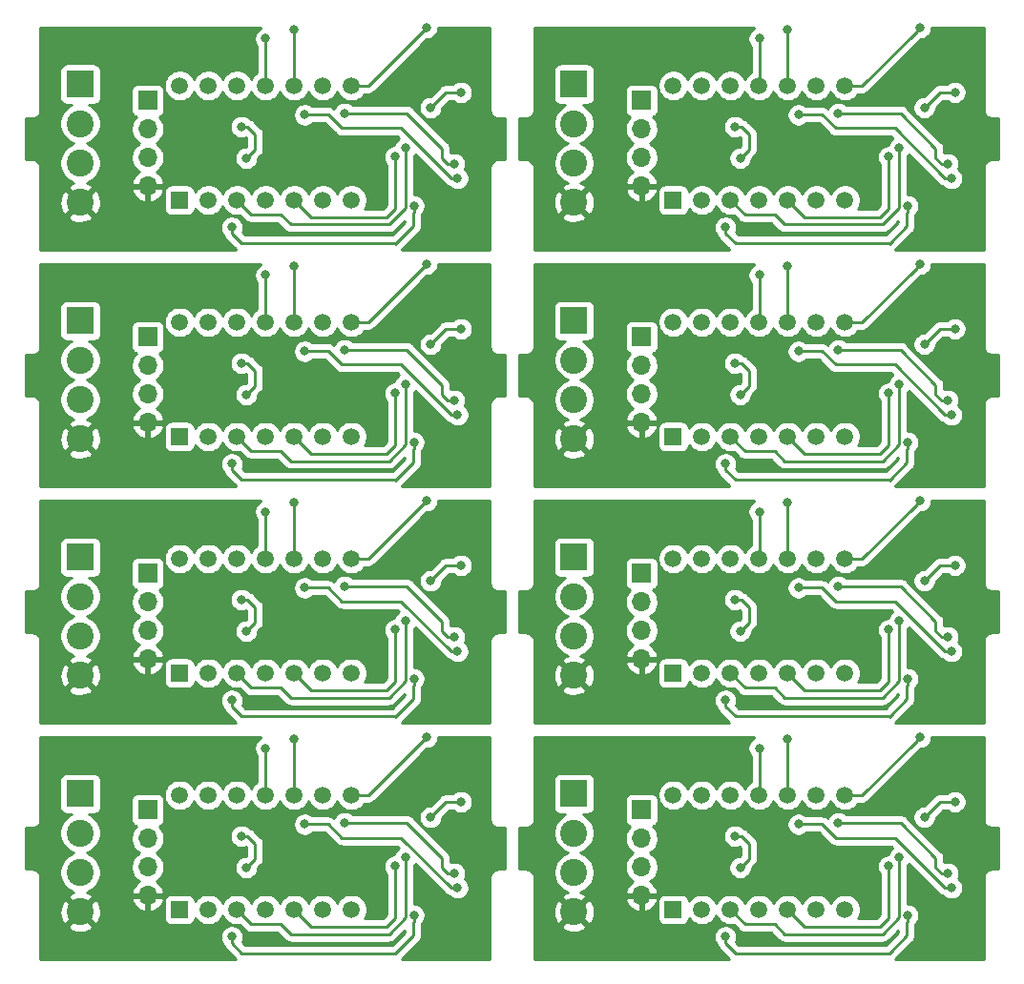
<source format=gbr>
G04 #@! TF.GenerationSoftware,KiCad,Pcbnew,5.1.5+dfsg1-2build2*
G04 #@! TF.CreationDate,2021-11-16T17:19:03-05:00*
G04 #@! TF.ProjectId,,58585858-5858-4585-9858-585858585858,rev?*
G04 #@! TF.SameCoordinates,Original*
G04 #@! TF.FileFunction,Copper,L1,Top*
G04 #@! TF.FilePolarity,Positive*
%FSLAX46Y46*%
G04 Gerber Fmt 4.6, Leading zero omitted, Abs format (unit mm)*
G04 Created by KiCad (PCBNEW 5.1.5+dfsg1-2build2) date 2021-11-16 17:19:03*
%MOMM*%
%LPD*%
G04 APERTURE LIST*
%ADD10R,1.500000X1.500000*%
%ADD11C,1.500000*%
%ADD12R,2.400000X2.400000*%
%ADD13C,2.400000*%
%ADD14R,1.700000X1.700000*%
%ADD15O,1.700000X1.700000*%
%ADD16C,0.800000*%
%ADD17C,0.250000*%
%ADD18C,0.254000*%
G04 APERTURE END LIST*
D10*
X157617400Y-111171100D03*
D11*
X160157400Y-111171100D03*
X162697400Y-111171100D03*
X165237400Y-111171100D03*
X167777400Y-111171100D03*
X170317400Y-111171100D03*
X172857400Y-111171100D03*
X172857400Y-101011100D03*
X170317400Y-101011100D03*
X167777400Y-101011100D03*
X165237400Y-101011100D03*
X162697400Y-101011100D03*
X160157400Y-101011100D03*
X157617400Y-101011100D03*
D10*
X113817400Y-111171100D03*
D11*
X116357400Y-111171100D03*
X118897400Y-111171100D03*
X121437400Y-111171100D03*
X123977400Y-111171100D03*
X126517400Y-111171100D03*
X129057400Y-111171100D03*
X129057400Y-101011100D03*
X126517400Y-101011100D03*
X123977400Y-101011100D03*
X121437400Y-101011100D03*
X118897400Y-101011100D03*
X116357400Y-101011100D03*
X113817400Y-101011100D03*
D10*
X157617400Y-90171100D03*
D11*
X160157400Y-90171100D03*
X162697400Y-90171100D03*
X165237400Y-90171100D03*
X167777400Y-90171100D03*
X170317400Y-90171100D03*
X172857400Y-90171100D03*
X172857400Y-80011100D03*
X170317400Y-80011100D03*
X167777400Y-80011100D03*
X165237400Y-80011100D03*
X162697400Y-80011100D03*
X160157400Y-80011100D03*
X157617400Y-80011100D03*
D10*
X113817400Y-90171100D03*
D11*
X116357400Y-90171100D03*
X118897400Y-90171100D03*
X121437400Y-90171100D03*
X123977400Y-90171100D03*
X126517400Y-90171100D03*
X129057400Y-90171100D03*
X129057400Y-80011100D03*
X126517400Y-80011100D03*
X123977400Y-80011100D03*
X121437400Y-80011100D03*
X118897400Y-80011100D03*
X116357400Y-80011100D03*
X113817400Y-80011100D03*
D10*
X157617400Y-69171100D03*
D11*
X160157400Y-69171100D03*
X162697400Y-69171100D03*
X165237400Y-69171100D03*
X167777400Y-69171100D03*
X170317400Y-69171100D03*
X172857400Y-69171100D03*
X172857400Y-59011100D03*
X170317400Y-59011100D03*
X167777400Y-59011100D03*
X165237400Y-59011100D03*
X162697400Y-59011100D03*
X160157400Y-59011100D03*
X157617400Y-59011100D03*
D10*
X113817400Y-69171100D03*
D11*
X116357400Y-69171100D03*
X118897400Y-69171100D03*
X121437400Y-69171100D03*
X123977400Y-69171100D03*
X126517400Y-69171100D03*
X129057400Y-69171100D03*
X129057400Y-59011100D03*
X126517400Y-59011100D03*
X123977400Y-59011100D03*
X121437400Y-59011100D03*
X118897400Y-59011100D03*
X116357400Y-59011100D03*
X113817400Y-59011100D03*
D10*
X157617400Y-48171100D03*
D11*
X160157400Y-48171100D03*
X162697400Y-48171100D03*
X165237400Y-48171100D03*
X167777400Y-48171100D03*
X170317400Y-48171100D03*
X172857400Y-48171100D03*
X172857400Y-38011100D03*
X170317400Y-38011100D03*
X167777400Y-38011100D03*
X165237400Y-38011100D03*
X162697400Y-38011100D03*
X160157400Y-38011100D03*
X157617400Y-38011100D03*
D12*
X148803600Y-100871400D03*
D13*
X148803600Y-104371400D03*
X148803600Y-107871400D03*
X148803600Y-111371400D03*
D12*
X105003600Y-100871400D03*
D13*
X105003600Y-104371400D03*
X105003600Y-107871400D03*
X105003600Y-111371400D03*
D12*
X148803600Y-79871400D03*
D13*
X148803600Y-83371400D03*
X148803600Y-86871400D03*
X148803600Y-90371400D03*
D12*
X105003600Y-79871400D03*
D13*
X105003600Y-83371400D03*
X105003600Y-86871400D03*
X105003600Y-90371400D03*
D12*
X148803600Y-58871400D03*
D13*
X148803600Y-62371400D03*
X148803600Y-65871400D03*
X148803600Y-69371400D03*
D12*
X105003600Y-58871400D03*
D13*
X105003600Y-62371400D03*
X105003600Y-65871400D03*
X105003600Y-69371400D03*
D12*
X148803600Y-37871400D03*
D13*
X148803600Y-41371400D03*
X148803600Y-44871400D03*
X148803600Y-48371400D03*
D14*
X154798000Y-102319200D03*
D15*
X154798000Y-104859200D03*
X154798000Y-107399200D03*
X154798000Y-109939200D03*
D14*
X110998000Y-102319200D03*
D15*
X110998000Y-104859200D03*
X110998000Y-107399200D03*
X110998000Y-109939200D03*
D14*
X154798000Y-81319200D03*
D15*
X154798000Y-83859200D03*
X154798000Y-86399200D03*
X154798000Y-88939200D03*
D14*
X110998000Y-81319200D03*
D15*
X110998000Y-83859200D03*
X110998000Y-86399200D03*
X110998000Y-88939200D03*
D14*
X154798000Y-60319200D03*
D15*
X154798000Y-62859200D03*
X154798000Y-65399200D03*
X154798000Y-67939200D03*
D14*
X110998000Y-60319200D03*
D15*
X110998000Y-62859200D03*
X110998000Y-65399200D03*
X110998000Y-67939200D03*
D14*
X154798000Y-39319200D03*
D15*
X154798000Y-41859200D03*
X154798000Y-44399200D03*
X154798000Y-46939200D03*
D11*
X113817400Y-38011100D03*
X116357400Y-38011100D03*
X118897400Y-38011100D03*
X121437400Y-38011100D03*
X123977400Y-38011100D03*
X126517400Y-38011100D03*
X129057400Y-38011100D03*
X129057400Y-48171100D03*
X126517400Y-48171100D03*
X123977400Y-48171100D03*
X121437400Y-48171100D03*
X118897400Y-48171100D03*
X116357400Y-48171100D03*
D10*
X113817400Y-48171100D03*
D15*
X110998000Y-46939200D03*
X110998000Y-44399200D03*
X110998000Y-41859200D03*
D14*
X110998000Y-39319200D03*
D13*
X105003600Y-48371400D03*
X105003600Y-44871400D03*
X105003600Y-41371400D03*
D12*
X105003600Y-37871400D03*
D16*
X121450100Y-33831700D03*
X165250100Y-33831700D03*
X121450100Y-54831700D03*
X165250100Y-54831700D03*
X121450100Y-75831700D03*
X165250100Y-75831700D03*
X121450100Y-96831700D03*
X165250100Y-96831700D03*
X123926600Y-33032700D03*
X167726600Y-33032700D03*
X123926600Y-54032700D03*
X167726600Y-54032700D03*
X123926600Y-75032700D03*
X167726600Y-75032700D03*
X123926600Y-96032700D03*
X167726600Y-96032700D03*
X135724900Y-32857812D03*
X179524900Y-32857812D03*
X135724900Y-53857812D03*
X179524900Y-53857812D03*
X135724900Y-74857812D03*
X179524900Y-74857812D03*
X135724900Y-95857812D03*
X179524900Y-95857812D03*
X138798300Y-38608000D03*
X136087074Y-39970080D03*
X134595700Y-48679100D03*
X118452900Y-50584100D03*
X162252900Y-50584100D03*
X118452900Y-71584100D03*
X162252900Y-71584100D03*
X118452900Y-92584100D03*
X162252900Y-92584100D03*
X118452900Y-113584100D03*
X162252900Y-113584100D03*
X182598300Y-38608000D03*
X138798300Y-59608000D03*
X182598300Y-59608000D03*
X138798300Y-80608000D03*
X182598300Y-80608000D03*
X138798300Y-101608000D03*
X182598300Y-101608000D03*
X178395700Y-48679100D03*
X134595700Y-69679100D03*
X178395700Y-69679100D03*
X134595700Y-90679100D03*
X178395700Y-90679100D03*
X134595700Y-111679100D03*
X178395700Y-111679100D03*
X179887074Y-39970080D03*
X136087074Y-60970080D03*
X179887074Y-60970080D03*
X136087074Y-81970080D03*
X179887074Y-81970080D03*
X136087074Y-102970080D03*
X179887074Y-102970080D03*
X132930900Y-44323000D03*
X176730900Y-44323000D03*
X132930900Y-65323000D03*
X176730900Y-65323000D03*
X132930900Y-86323000D03*
X176730900Y-86323000D03*
X132930900Y-107323000D03*
X176730900Y-107323000D03*
X133870700Y-43535600D03*
X177670700Y-43535600D03*
X133870700Y-64535600D03*
X177670700Y-64535600D03*
X133870700Y-85535600D03*
X177670700Y-85535600D03*
X133870700Y-106535600D03*
X177670700Y-106535600D03*
X138480800Y-46240700D03*
X124917200Y-40590300D03*
X182280800Y-46240700D03*
X138480800Y-67240700D03*
X182280800Y-67240700D03*
X138480800Y-88240700D03*
X182280800Y-88240700D03*
X138480800Y-109240700D03*
X182280800Y-109240700D03*
X168717200Y-40590300D03*
X124917200Y-61590300D03*
X168717200Y-61590300D03*
X124917200Y-82590300D03*
X168717200Y-82590300D03*
X124917200Y-103590300D03*
X168717200Y-103590300D03*
X119291100Y-41656000D03*
X119748300Y-44450000D03*
X138176000Y-44958000D03*
X128460500Y-40462200D03*
X181976000Y-44958000D03*
X138176000Y-65958000D03*
X181976000Y-65958000D03*
X138176000Y-86958000D03*
X181976000Y-86958000D03*
X138176000Y-107958000D03*
X181976000Y-107958000D03*
X163091100Y-41656000D03*
X119291100Y-62656000D03*
X163091100Y-62656000D03*
X119291100Y-83656000D03*
X163091100Y-83656000D03*
X119291100Y-104656000D03*
X163091100Y-104656000D03*
X172260500Y-40462200D03*
X128460500Y-61462200D03*
X172260500Y-61462200D03*
X128460500Y-82462200D03*
X172260500Y-82462200D03*
X128460500Y-103462200D03*
X172260500Y-103462200D03*
X163548300Y-44450000D03*
X119748300Y-65450000D03*
X163548300Y-65450000D03*
X119748300Y-86450000D03*
X163548300Y-86450000D03*
X119748300Y-107450000D03*
X163548300Y-107450000D03*
D17*
X121450100Y-37998400D02*
X121437400Y-38011100D01*
X121450100Y-33831700D02*
X121450100Y-37998400D01*
X165250100Y-37998400D02*
X165237400Y-38011100D01*
X121450100Y-58998400D02*
X121437400Y-59011100D01*
X165250100Y-58998400D02*
X165237400Y-59011100D01*
X121450100Y-79998400D02*
X121437400Y-80011100D01*
X165250100Y-79998400D02*
X165237400Y-80011100D01*
X121450100Y-100998400D02*
X121437400Y-101011100D01*
X165250100Y-100998400D02*
X165237400Y-101011100D01*
X165250100Y-33831700D02*
X165250100Y-37998400D01*
X121450100Y-54831700D02*
X121450100Y-58998400D01*
X165250100Y-54831700D02*
X165250100Y-58998400D01*
X121450100Y-75831700D02*
X121450100Y-79998400D01*
X165250100Y-75831700D02*
X165250100Y-79998400D01*
X121450100Y-96831700D02*
X121450100Y-100998400D01*
X165250100Y-96831700D02*
X165250100Y-100998400D01*
X123926600Y-37960300D02*
X123977400Y-38011100D01*
X123926600Y-33032700D02*
X123926600Y-37960300D01*
X167726600Y-37960300D02*
X167777400Y-38011100D01*
X123926600Y-58960300D02*
X123977400Y-59011100D01*
X167726600Y-58960300D02*
X167777400Y-59011100D01*
X123926600Y-79960300D02*
X123977400Y-80011100D01*
X167726600Y-79960300D02*
X167777400Y-80011100D01*
X123926600Y-100960300D02*
X123977400Y-101011100D01*
X167726600Y-100960300D02*
X167777400Y-101011100D01*
X167726600Y-33032700D02*
X167726600Y-37960300D01*
X123926600Y-54032700D02*
X123926600Y-58960300D01*
X167726600Y-54032700D02*
X167726600Y-58960300D01*
X123926600Y-75032700D02*
X123926600Y-79960300D01*
X167726600Y-75032700D02*
X167726600Y-79960300D01*
X123926600Y-96032700D02*
X123926600Y-100960300D01*
X167726600Y-96032700D02*
X167726600Y-100960300D01*
X130571612Y-38011100D02*
X135324901Y-33257811D01*
X129057400Y-38011100D02*
X130571612Y-38011100D01*
X135324901Y-33257811D02*
X135724900Y-32857812D01*
X174371612Y-38011100D02*
X179124901Y-33257811D01*
X130571612Y-59011100D02*
X135324901Y-54257811D01*
X174371612Y-59011100D02*
X179124901Y-54257811D01*
X130571612Y-80011100D02*
X135324901Y-75257811D01*
X174371612Y-80011100D02*
X179124901Y-75257811D01*
X130571612Y-101011100D02*
X135324901Y-96257811D01*
X174371612Y-101011100D02*
X179124901Y-96257811D01*
X172857400Y-38011100D02*
X174371612Y-38011100D01*
X129057400Y-59011100D02*
X130571612Y-59011100D01*
X172857400Y-59011100D02*
X174371612Y-59011100D01*
X129057400Y-80011100D02*
X130571612Y-80011100D01*
X172857400Y-80011100D02*
X174371612Y-80011100D01*
X129057400Y-101011100D02*
X130571612Y-101011100D01*
X172857400Y-101011100D02*
X174371612Y-101011100D01*
X179124901Y-33257811D02*
X179524900Y-32857812D01*
X135324901Y-54257811D02*
X135724900Y-53857812D01*
X179124901Y-54257811D02*
X179524900Y-53857812D01*
X135324901Y-75257811D02*
X135724900Y-74857812D01*
X179124901Y-75257811D02*
X179524900Y-74857812D01*
X135324901Y-96257811D02*
X135724900Y-95857812D01*
X179124901Y-96257811D02*
X179524900Y-95857812D01*
X137449154Y-38608000D02*
X136087074Y-39970080D01*
X138798300Y-38608000D02*
X137449154Y-38608000D01*
X134595700Y-49244785D02*
X134531100Y-49309385D01*
X134595700Y-48679100D02*
X134595700Y-49244785D01*
X134531100Y-49309385D02*
X134531100Y-50482500D01*
X118452900Y-51149785D02*
X119335015Y-52031900D01*
X118452900Y-50584100D02*
X118452900Y-51149785D01*
X132981700Y-52031900D02*
X133051550Y-51962050D01*
X119335015Y-52031900D02*
X132981700Y-52031900D01*
X133051550Y-51962050D02*
X132956300Y-52057300D01*
X134531100Y-50482500D02*
X133051550Y-51962050D01*
X182598300Y-38608000D02*
X181249154Y-38608000D01*
X138798300Y-59608000D02*
X137449154Y-59608000D01*
X182598300Y-59608000D02*
X181249154Y-59608000D01*
X138798300Y-80608000D02*
X137449154Y-80608000D01*
X182598300Y-80608000D02*
X181249154Y-80608000D01*
X138798300Y-101608000D02*
X137449154Y-101608000D01*
X182598300Y-101608000D02*
X181249154Y-101608000D01*
X162252900Y-51149785D02*
X163135015Y-52031900D01*
X118452900Y-72149785D02*
X119335015Y-73031900D01*
X162252900Y-72149785D02*
X163135015Y-73031900D01*
X118452900Y-93149785D02*
X119335015Y-94031900D01*
X162252900Y-93149785D02*
X163135015Y-94031900D01*
X118452900Y-114149785D02*
X119335015Y-115031900D01*
X162252900Y-114149785D02*
X163135015Y-115031900D01*
X178331100Y-50482500D02*
X176851550Y-51962050D01*
X134531100Y-71482500D02*
X133051550Y-72962050D01*
X178331100Y-71482500D02*
X176851550Y-72962050D01*
X134531100Y-92482500D02*
X133051550Y-93962050D01*
X178331100Y-92482500D02*
X176851550Y-93962050D01*
X134531100Y-113482500D02*
X133051550Y-114962050D01*
X178331100Y-113482500D02*
X176851550Y-114962050D01*
X162252900Y-50584100D02*
X162252900Y-51149785D01*
X118452900Y-71584100D02*
X118452900Y-72149785D01*
X162252900Y-71584100D02*
X162252900Y-72149785D01*
X118452900Y-92584100D02*
X118452900Y-93149785D01*
X162252900Y-92584100D02*
X162252900Y-93149785D01*
X118452900Y-113584100D02*
X118452900Y-114149785D01*
X162252900Y-113584100D02*
X162252900Y-114149785D01*
X163135015Y-52031900D02*
X176781700Y-52031900D01*
X119335015Y-73031900D02*
X132981700Y-73031900D01*
X163135015Y-73031900D02*
X176781700Y-73031900D01*
X119335015Y-94031900D02*
X132981700Y-94031900D01*
X163135015Y-94031900D02*
X176781700Y-94031900D01*
X119335015Y-115031900D02*
X132981700Y-115031900D01*
X163135015Y-115031900D02*
X176781700Y-115031900D01*
X176781700Y-52031900D02*
X176851550Y-51962050D01*
X132981700Y-73031900D02*
X133051550Y-72962050D01*
X176781700Y-73031900D02*
X176851550Y-72962050D01*
X132981700Y-94031900D02*
X133051550Y-93962050D01*
X176781700Y-94031900D02*
X176851550Y-93962050D01*
X132981700Y-115031900D02*
X133051550Y-114962050D01*
X176781700Y-115031900D02*
X176851550Y-114962050D01*
X178395700Y-49244785D02*
X178331100Y-49309385D01*
X134595700Y-70244785D02*
X134531100Y-70309385D01*
X178395700Y-70244785D02*
X178331100Y-70309385D01*
X134595700Y-91244785D02*
X134531100Y-91309385D01*
X178395700Y-91244785D02*
X178331100Y-91309385D01*
X134595700Y-112244785D02*
X134531100Y-112309385D01*
X178395700Y-112244785D02*
X178331100Y-112309385D01*
X178395700Y-48679100D02*
X178395700Y-49244785D01*
X134595700Y-69679100D02*
X134595700Y-70244785D01*
X178395700Y-69679100D02*
X178395700Y-70244785D01*
X134595700Y-90679100D02*
X134595700Y-91244785D01*
X178395700Y-90679100D02*
X178395700Y-91244785D01*
X134595700Y-111679100D02*
X134595700Y-112244785D01*
X178395700Y-111679100D02*
X178395700Y-112244785D01*
X181249154Y-38608000D02*
X179887074Y-39970080D01*
X137449154Y-59608000D02*
X136087074Y-60970080D01*
X181249154Y-59608000D02*
X179887074Y-60970080D01*
X137449154Y-80608000D02*
X136087074Y-81970080D01*
X181249154Y-80608000D02*
X179887074Y-81970080D01*
X137449154Y-101608000D02*
X136087074Y-102970080D01*
X181249154Y-101608000D02*
X179887074Y-102970080D01*
X176851550Y-51962050D02*
X176756300Y-52057300D01*
X133051550Y-72962050D02*
X132956300Y-73057300D01*
X176851550Y-72962050D02*
X176756300Y-73057300D01*
X133051550Y-93962050D02*
X132956300Y-94057300D01*
X176851550Y-93962050D02*
X176756300Y-94057300D01*
X133051550Y-114962050D02*
X132956300Y-115057300D01*
X176851550Y-114962050D02*
X176756300Y-115057300D01*
X178331100Y-49309385D02*
X178331100Y-50482500D01*
X134531100Y-70309385D02*
X134531100Y-71482500D01*
X178331100Y-70309385D02*
X178331100Y-71482500D01*
X134531100Y-91309385D02*
X134531100Y-92482500D01*
X178331100Y-91309385D02*
X178331100Y-92482500D01*
X134531100Y-112309385D02*
X134531100Y-113482500D01*
X178331100Y-112309385D02*
X178331100Y-113482500D01*
X125501400Y-49695100D02*
X123977400Y-48171100D01*
X132143500Y-49695100D02*
X125501400Y-49695100D01*
X132930900Y-48907700D02*
X132143500Y-49695100D01*
X132930900Y-44323000D02*
X132930900Y-48907700D01*
X176730900Y-44323000D02*
X176730900Y-48907700D01*
X132930900Y-65323000D02*
X132930900Y-69907700D01*
X176730900Y-65323000D02*
X176730900Y-69907700D01*
X132930900Y-86323000D02*
X132930900Y-90907700D01*
X176730900Y-86323000D02*
X176730900Y-90907700D01*
X132930900Y-107323000D02*
X132930900Y-111907700D01*
X176730900Y-107323000D02*
X176730900Y-111907700D01*
X175943500Y-49695100D02*
X169301400Y-49695100D01*
X132143500Y-70695100D02*
X125501400Y-70695100D01*
X175943500Y-70695100D02*
X169301400Y-70695100D01*
X132143500Y-91695100D02*
X125501400Y-91695100D01*
X175943500Y-91695100D02*
X169301400Y-91695100D01*
X132143500Y-112695100D02*
X125501400Y-112695100D01*
X175943500Y-112695100D02*
X169301400Y-112695100D01*
X176730900Y-48907700D02*
X175943500Y-49695100D01*
X132930900Y-69907700D02*
X132143500Y-70695100D01*
X176730900Y-69907700D02*
X175943500Y-70695100D01*
X132930900Y-90907700D02*
X132143500Y-91695100D01*
X176730900Y-90907700D02*
X175943500Y-91695100D01*
X132930900Y-111907700D02*
X132143500Y-112695100D01*
X176730900Y-111907700D02*
X175943500Y-112695100D01*
X169301400Y-49695100D02*
X167777400Y-48171100D01*
X125501400Y-70695100D02*
X123977400Y-69171100D01*
X169301400Y-70695100D02*
X167777400Y-69171100D01*
X125501400Y-91695100D02*
X123977400Y-90171100D01*
X169301400Y-91695100D02*
X167777400Y-90171100D01*
X125501400Y-112695100D02*
X123977400Y-111171100D01*
X169301400Y-112695100D02*
X167777400Y-111171100D01*
X120192800Y-49466500D02*
X118897400Y-48171100D01*
X123672600Y-50342800D02*
X122796300Y-49466500D01*
X122796300Y-49466500D02*
X120192800Y-49466500D01*
X132397500Y-50342800D02*
X123672600Y-50342800D01*
X133870700Y-48869600D02*
X132397500Y-50342800D01*
X133870700Y-43535600D02*
X133870700Y-48869600D01*
X167472600Y-50342800D02*
X166596300Y-49466500D01*
X123672600Y-71342800D02*
X122796300Y-70466500D01*
X167472600Y-71342800D02*
X166596300Y-70466500D01*
X123672600Y-92342800D02*
X122796300Y-91466500D01*
X167472600Y-92342800D02*
X166596300Y-91466500D01*
X123672600Y-113342800D02*
X122796300Y-112466500D01*
X167472600Y-113342800D02*
X166596300Y-112466500D01*
X176197500Y-50342800D02*
X167472600Y-50342800D01*
X132397500Y-71342800D02*
X123672600Y-71342800D01*
X176197500Y-71342800D02*
X167472600Y-71342800D01*
X132397500Y-92342800D02*
X123672600Y-92342800D01*
X176197500Y-92342800D02*
X167472600Y-92342800D01*
X132397500Y-113342800D02*
X123672600Y-113342800D01*
X176197500Y-113342800D02*
X167472600Y-113342800D01*
X166596300Y-49466500D02*
X163992800Y-49466500D01*
X122796300Y-70466500D02*
X120192800Y-70466500D01*
X166596300Y-70466500D02*
X163992800Y-70466500D01*
X122796300Y-91466500D02*
X120192800Y-91466500D01*
X166596300Y-91466500D02*
X163992800Y-91466500D01*
X122796300Y-112466500D02*
X120192800Y-112466500D01*
X166596300Y-112466500D02*
X163992800Y-112466500D01*
X177670700Y-43535600D02*
X177670700Y-48869600D01*
X133870700Y-64535600D02*
X133870700Y-69869600D01*
X177670700Y-64535600D02*
X177670700Y-69869600D01*
X133870700Y-85535600D02*
X133870700Y-90869600D01*
X177670700Y-85535600D02*
X177670700Y-90869600D01*
X133870700Y-106535600D02*
X133870700Y-111869600D01*
X177670700Y-106535600D02*
X177670700Y-111869600D01*
X177670700Y-48869600D02*
X176197500Y-50342800D01*
X133870700Y-69869600D02*
X132397500Y-71342800D01*
X177670700Y-69869600D02*
X176197500Y-71342800D01*
X133870700Y-90869600D02*
X132397500Y-92342800D01*
X177670700Y-90869600D02*
X176197500Y-92342800D01*
X133870700Y-111869600D02*
X132397500Y-113342800D01*
X177670700Y-111869600D02*
X176197500Y-113342800D01*
X163992800Y-49466500D02*
X162697400Y-48171100D01*
X120192800Y-70466500D02*
X118897400Y-69171100D01*
X163992800Y-70466500D02*
X162697400Y-69171100D01*
X120192800Y-91466500D02*
X118897400Y-90171100D01*
X163992800Y-91466500D02*
X162697400Y-90171100D01*
X120192800Y-112466500D02*
X118897400Y-111171100D01*
X163992800Y-112466500D02*
X162697400Y-111171100D01*
X137915115Y-46240700D02*
X133464300Y-41789885D01*
X138480800Y-46240700D02*
X137915115Y-46240700D01*
X133464300Y-41789885D02*
X128226085Y-41789885D01*
X127026500Y-40590300D02*
X124917200Y-40590300D01*
X128226085Y-41789885D02*
X127026500Y-40590300D01*
X181715115Y-46240700D02*
X177264300Y-41789885D01*
X137915115Y-67240700D02*
X133464300Y-62789885D01*
X181715115Y-67240700D02*
X177264300Y-62789885D01*
X137915115Y-88240700D02*
X133464300Y-83789885D01*
X181715115Y-88240700D02*
X177264300Y-83789885D01*
X137915115Y-109240700D02*
X133464300Y-104789885D01*
X181715115Y-109240700D02*
X177264300Y-104789885D01*
X177264300Y-41789885D02*
X172026085Y-41789885D01*
X133464300Y-62789885D02*
X128226085Y-62789885D01*
X177264300Y-62789885D02*
X172026085Y-62789885D01*
X133464300Y-83789885D02*
X128226085Y-83789885D01*
X177264300Y-83789885D02*
X172026085Y-83789885D01*
X133464300Y-104789885D02*
X128226085Y-104789885D01*
X177264300Y-104789885D02*
X172026085Y-104789885D01*
X182280800Y-46240700D02*
X181715115Y-46240700D01*
X138480800Y-67240700D02*
X137915115Y-67240700D01*
X182280800Y-67240700D02*
X181715115Y-67240700D01*
X138480800Y-88240700D02*
X137915115Y-88240700D01*
X182280800Y-88240700D02*
X181715115Y-88240700D01*
X138480800Y-109240700D02*
X137915115Y-109240700D01*
X182280800Y-109240700D02*
X181715115Y-109240700D01*
X170826500Y-40590300D02*
X168717200Y-40590300D01*
X127026500Y-61590300D02*
X124917200Y-61590300D01*
X170826500Y-61590300D02*
X168717200Y-61590300D01*
X127026500Y-82590300D02*
X124917200Y-82590300D01*
X170826500Y-82590300D02*
X168717200Y-82590300D01*
X127026500Y-103590300D02*
X124917200Y-103590300D01*
X170826500Y-103590300D02*
X168717200Y-103590300D01*
X172026085Y-41789885D02*
X170826500Y-40590300D01*
X128226085Y-62789885D02*
X127026500Y-61590300D01*
X172026085Y-62789885D02*
X170826500Y-61590300D01*
X128226085Y-83789885D02*
X127026500Y-82590300D01*
X172026085Y-83789885D02*
X170826500Y-82590300D01*
X128226085Y-104789885D02*
X127026500Y-103590300D01*
X172026085Y-104789885D02*
X170826500Y-103590300D01*
X119856785Y-41656000D02*
X120523000Y-42322215D01*
X119291100Y-41656000D02*
X119856785Y-41656000D01*
X120523000Y-43675300D02*
X119748300Y-44450000D01*
X120523000Y-42322215D02*
X120523000Y-43675300D01*
X137610315Y-44958000D02*
X137096500Y-44444185D01*
X138176000Y-44958000D02*
X137610315Y-44958000D01*
X137096500Y-44444185D02*
X137096500Y-43573700D01*
X133985000Y-40462200D02*
X128460500Y-40462200D01*
X137096500Y-43573700D02*
X133985000Y-40462200D01*
X163091100Y-41656000D02*
X163656785Y-41656000D01*
X119291100Y-62656000D02*
X119856785Y-62656000D01*
X163091100Y-62656000D02*
X163656785Y-62656000D01*
X119291100Y-83656000D02*
X119856785Y-83656000D01*
X163091100Y-83656000D02*
X163656785Y-83656000D01*
X119291100Y-104656000D02*
X119856785Y-104656000D01*
X163091100Y-104656000D02*
X163656785Y-104656000D01*
X181976000Y-44958000D02*
X181410315Y-44958000D01*
X138176000Y-65958000D02*
X137610315Y-65958000D01*
X181976000Y-65958000D02*
X181410315Y-65958000D01*
X138176000Y-86958000D02*
X137610315Y-86958000D01*
X181976000Y-86958000D02*
X181410315Y-86958000D01*
X138176000Y-107958000D02*
X137610315Y-107958000D01*
X181976000Y-107958000D02*
X181410315Y-107958000D01*
X164323000Y-43675300D02*
X163548300Y-44450000D01*
X120523000Y-64675300D02*
X119748300Y-65450000D01*
X164323000Y-64675300D02*
X163548300Y-65450000D01*
X120523000Y-85675300D02*
X119748300Y-86450000D01*
X164323000Y-85675300D02*
X163548300Y-86450000D01*
X120523000Y-106675300D02*
X119748300Y-107450000D01*
X164323000Y-106675300D02*
X163548300Y-107450000D01*
X180896500Y-44444185D02*
X180896500Y-43573700D01*
X137096500Y-65444185D02*
X137096500Y-64573700D01*
X180896500Y-65444185D02*
X180896500Y-64573700D01*
X137096500Y-86444185D02*
X137096500Y-85573700D01*
X180896500Y-86444185D02*
X180896500Y-85573700D01*
X137096500Y-107444185D02*
X137096500Y-106573700D01*
X180896500Y-107444185D02*
X180896500Y-106573700D01*
X163656785Y-41656000D02*
X164323000Y-42322215D01*
X119856785Y-62656000D02*
X120523000Y-63322215D01*
X163656785Y-62656000D02*
X164323000Y-63322215D01*
X119856785Y-83656000D02*
X120523000Y-84322215D01*
X163656785Y-83656000D02*
X164323000Y-84322215D01*
X119856785Y-104656000D02*
X120523000Y-105322215D01*
X163656785Y-104656000D02*
X164323000Y-105322215D01*
X181410315Y-44958000D02*
X180896500Y-44444185D01*
X137610315Y-65958000D02*
X137096500Y-65444185D01*
X181410315Y-65958000D02*
X180896500Y-65444185D01*
X137610315Y-86958000D02*
X137096500Y-86444185D01*
X181410315Y-86958000D02*
X180896500Y-86444185D01*
X137610315Y-107958000D02*
X137096500Y-107444185D01*
X181410315Y-107958000D02*
X180896500Y-107444185D01*
X164323000Y-42322215D02*
X164323000Y-43675300D01*
X120523000Y-63322215D02*
X120523000Y-64675300D01*
X164323000Y-63322215D02*
X164323000Y-64675300D01*
X120523000Y-84322215D02*
X120523000Y-85675300D01*
X164323000Y-84322215D02*
X164323000Y-85675300D01*
X120523000Y-105322215D02*
X120523000Y-106675300D01*
X164323000Y-105322215D02*
X164323000Y-106675300D01*
X177785000Y-40462200D02*
X172260500Y-40462200D01*
X133985000Y-61462200D02*
X128460500Y-61462200D01*
X177785000Y-61462200D02*
X172260500Y-61462200D01*
X133985000Y-82462200D02*
X128460500Y-82462200D01*
X177785000Y-82462200D02*
X172260500Y-82462200D01*
X133985000Y-103462200D02*
X128460500Y-103462200D01*
X177785000Y-103462200D02*
X172260500Y-103462200D01*
X180896500Y-43573700D02*
X177785000Y-40462200D01*
X137096500Y-64573700D02*
X133985000Y-61462200D01*
X180896500Y-64573700D02*
X177785000Y-61462200D01*
X137096500Y-85573700D02*
X133985000Y-82462200D01*
X180896500Y-85573700D02*
X177785000Y-82462200D01*
X137096500Y-106573700D02*
X133985000Y-103462200D01*
X180896500Y-106573700D02*
X177785000Y-103462200D01*
D18*
G36*
X141357401Y-54300273D02*
G01*
X136665146Y-54292444D01*
X136720126Y-54159710D01*
X136759900Y-53959751D01*
X136759900Y-53892800D01*
X141357401Y-53892800D01*
X141357401Y-54300273D01*
G37*
X141357401Y-54300273D02*
X136665146Y-54292444D01*
X136720126Y-54159710D01*
X136759900Y-53959751D01*
X136759900Y-53892800D01*
X141357401Y-53892800D01*
X141357401Y-54300273D01*
G36*
X120959844Y-53914495D02*
G01*
X120790326Y-54027763D01*
X120646163Y-54171926D01*
X120583565Y-54265611D01*
X101477400Y-54233733D01*
X101477400Y-53892800D01*
X121012220Y-53892800D01*
X120959844Y-53914495D01*
G37*
X120959844Y-53914495D02*
X120790326Y-54027763D01*
X120646163Y-54171926D01*
X120583565Y-54265611D01*
X101477400Y-54233733D01*
X101477400Y-53892800D01*
X121012220Y-53892800D01*
X120959844Y-53914495D01*
G36*
X120959844Y-32914495D02*
G01*
X120790326Y-33027763D01*
X120646163Y-33171926D01*
X120532895Y-33341444D01*
X120454874Y-33529802D01*
X120415100Y-33729761D01*
X120415100Y-33933639D01*
X120454874Y-34133598D01*
X120532895Y-34321956D01*
X120646163Y-34491474D01*
X120690100Y-34535411D01*
X120690101Y-36844705D01*
X120554514Y-36935301D01*
X120361601Y-37128214D01*
X120210029Y-37355057D01*
X120167400Y-37457973D01*
X120124771Y-37355057D01*
X119973199Y-37128214D01*
X119780286Y-36935301D01*
X119553443Y-36783729D01*
X119301389Y-36679325D01*
X119033811Y-36626100D01*
X118760989Y-36626100D01*
X118493411Y-36679325D01*
X118241357Y-36783729D01*
X118014514Y-36935301D01*
X117821601Y-37128214D01*
X117670029Y-37355057D01*
X117627400Y-37457973D01*
X117584771Y-37355057D01*
X117433199Y-37128214D01*
X117240286Y-36935301D01*
X117013443Y-36783729D01*
X116761389Y-36679325D01*
X116493811Y-36626100D01*
X116220989Y-36626100D01*
X115953411Y-36679325D01*
X115701357Y-36783729D01*
X115474514Y-36935301D01*
X115281601Y-37128214D01*
X115130029Y-37355057D01*
X115087400Y-37457973D01*
X115044771Y-37355057D01*
X114893199Y-37128214D01*
X114700286Y-36935301D01*
X114473443Y-36783729D01*
X114221389Y-36679325D01*
X113953811Y-36626100D01*
X113680989Y-36626100D01*
X113413411Y-36679325D01*
X113161357Y-36783729D01*
X112934514Y-36935301D01*
X112741601Y-37128214D01*
X112590029Y-37355057D01*
X112485625Y-37607111D01*
X112432400Y-37874689D01*
X112432400Y-38147511D01*
X112467466Y-38323798D01*
X112437502Y-38225020D01*
X112378537Y-38114706D01*
X112299185Y-38018015D01*
X112202494Y-37938663D01*
X112092180Y-37879698D01*
X111972482Y-37843388D01*
X111848000Y-37831128D01*
X110148000Y-37831128D01*
X110023518Y-37843388D01*
X109903820Y-37879698D01*
X109793506Y-37938663D01*
X109696815Y-38018015D01*
X109617463Y-38114706D01*
X109558498Y-38225020D01*
X109522188Y-38344718D01*
X109509928Y-38469200D01*
X109509928Y-40169200D01*
X109522188Y-40293682D01*
X109558498Y-40413380D01*
X109617463Y-40523694D01*
X109696815Y-40620385D01*
X109793506Y-40699737D01*
X109903820Y-40758702D01*
X109976380Y-40780713D01*
X109844525Y-40912568D01*
X109682010Y-41155789D01*
X109570068Y-41426042D01*
X109513000Y-41712940D01*
X109513000Y-42005460D01*
X109570068Y-42292358D01*
X109682010Y-42562611D01*
X109844525Y-42805832D01*
X110051368Y-43012675D01*
X110225760Y-43129200D01*
X110051368Y-43245725D01*
X109844525Y-43452568D01*
X109682010Y-43695789D01*
X109570068Y-43966042D01*
X109513000Y-44252940D01*
X109513000Y-44545460D01*
X109570068Y-44832358D01*
X109682010Y-45102611D01*
X109844525Y-45345832D01*
X110051368Y-45552675D01*
X110233534Y-45674395D01*
X110116645Y-45744022D01*
X109900412Y-45938931D01*
X109726359Y-46172280D01*
X109601175Y-46435101D01*
X109556524Y-46582310D01*
X109677845Y-46812200D01*
X110871000Y-46812200D01*
X110871000Y-46792200D01*
X111125000Y-46792200D01*
X111125000Y-46812200D01*
X112318155Y-46812200D01*
X112439476Y-46582310D01*
X112394825Y-46435101D01*
X112269641Y-46172280D01*
X112095588Y-45938931D01*
X111879355Y-45744022D01*
X111762466Y-45674395D01*
X111944632Y-45552675D01*
X112151475Y-45345832D01*
X112313990Y-45102611D01*
X112425932Y-44832358D01*
X112483000Y-44545460D01*
X112483000Y-44252940D01*
X112425932Y-43966042D01*
X112313990Y-43695789D01*
X112151475Y-43452568D01*
X111944632Y-43245725D01*
X111770240Y-43129200D01*
X111944632Y-43012675D01*
X112151475Y-42805832D01*
X112313990Y-42562611D01*
X112425932Y-42292358D01*
X112483000Y-42005460D01*
X112483000Y-41712940D01*
X112451397Y-41554061D01*
X118256100Y-41554061D01*
X118256100Y-41757939D01*
X118295874Y-41957898D01*
X118373895Y-42146256D01*
X118487163Y-42315774D01*
X118631326Y-42459937D01*
X118800844Y-42573205D01*
X118989202Y-42651226D01*
X119189161Y-42691000D01*
X119393039Y-42691000D01*
X119592998Y-42651226D01*
X119723255Y-42597271D01*
X119763000Y-42637017D01*
X119763001Y-43360498D01*
X119708498Y-43415000D01*
X119646361Y-43415000D01*
X119446402Y-43454774D01*
X119258044Y-43532795D01*
X119088526Y-43646063D01*
X118944363Y-43790226D01*
X118831095Y-43959744D01*
X118753074Y-44148102D01*
X118713300Y-44348061D01*
X118713300Y-44551939D01*
X118753074Y-44751898D01*
X118831095Y-44940256D01*
X118944363Y-45109774D01*
X119088526Y-45253937D01*
X119258044Y-45367205D01*
X119446402Y-45445226D01*
X119646361Y-45485000D01*
X119850239Y-45485000D01*
X120050198Y-45445226D01*
X120238556Y-45367205D01*
X120408074Y-45253937D01*
X120552237Y-45109774D01*
X120665505Y-44940256D01*
X120743526Y-44751898D01*
X120783300Y-44551939D01*
X120783300Y-44489802D01*
X121034002Y-44239099D01*
X121063001Y-44215301D01*
X121157974Y-44099576D01*
X121228546Y-43967547D01*
X121272003Y-43824286D01*
X121283000Y-43712633D01*
X121283000Y-43712624D01*
X121286676Y-43675301D01*
X121283000Y-43637978D01*
X121283000Y-42359537D01*
X121286676Y-42322214D01*
X121283000Y-42284891D01*
X121283000Y-42284882D01*
X121272003Y-42173229D01*
X121228546Y-42029968D01*
X121157974Y-41897939D01*
X121063001Y-41782214D01*
X121034004Y-41758417D01*
X120420588Y-41145002D01*
X120396786Y-41115999D01*
X120281061Y-41021026D01*
X120149032Y-40950454D01*
X120005824Y-40907013D01*
X119950874Y-40852063D01*
X119781356Y-40738795D01*
X119592998Y-40660774D01*
X119393039Y-40621000D01*
X119189161Y-40621000D01*
X118989202Y-40660774D01*
X118800844Y-40738795D01*
X118631326Y-40852063D01*
X118487163Y-40996226D01*
X118373895Y-41165744D01*
X118295874Y-41354102D01*
X118256100Y-41554061D01*
X112451397Y-41554061D01*
X112425932Y-41426042D01*
X112313990Y-41155789D01*
X112151475Y-40912568D01*
X112019620Y-40780713D01*
X112092180Y-40758702D01*
X112202494Y-40699737D01*
X112299185Y-40620385D01*
X112378537Y-40523694D01*
X112437502Y-40413380D01*
X112473812Y-40293682D01*
X112486072Y-40169200D01*
X112486072Y-38469200D01*
X112475955Y-38366473D01*
X112485625Y-38415089D01*
X112590029Y-38667143D01*
X112741601Y-38893986D01*
X112934514Y-39086899D01*
X113161357Y-39238471D01*
X113413411Y-39342875D01*
X113680989Y-39396100D01*
X113953811Y-39396100D01*
X114221389Y-39342875D01*
X114473443Y-39238471D01*
X114700286Y-39086899D01*
X114893199Y-38893986D01*
X115044771Y-38667143D01*
X115087400Y-38564227D01*
X115130029Y-38667143D01*
X115281601Y-38893986D01*
X115474514Y-39086899D01*
X115701357Y-39238471D01*
X115953411Y-39342875D01*
X116220989Y-39396100D01*
X116493811Y-39396100D01*
X116761389Y-39342875D01*
X117013443Y-39238471D01*
X117240286Y-39086899D01*
X117433199Y-38893986D01*
X117584771Y-38667143D01*
X117627400Y-38564227D01*
X117670029Y-38667143D01*
X117821601Y-38893986D01*
X118014514Y-39086899D01*
X118241357Y-39238471D01*
X118493411Y-39342875D01*
X118760989Y-39396100D01*
X119033811Y-39396100D01*
X119301389Y-39342875D01*
X119553443Y-39238471D01*
X119780286Y-39086899D01*
X119973199Y-38893986D01*
X120124771Y-38667143D01*
X120167400Y-38564227D01*
X120210029Y-38667143D01*
X120361601Y-38893986D01*
X120554514Y-39086899D01*
X120781357Y-39238471D01*
X121033411Y-39342875D01*
X121300989Y-39396100D01*
X121573811Y-39396100D01*
X121841389Y-39342875D01*
X122093443Y-39238471D01*
X122320286Y-39086899D01*
X122513199Y-38893986D01*
X122664771Y-38667143D01*
X122707400Y-38564227D01*
X122750029Y-38667143D01*
X122901601Y-38893986D01*
X123094514Y-39086899D01*
X123321357Y-39238471D01*
X123573411Y-39342875D01*
X123840989Y-39396100D01*
X124113811Y-39396100D01*
X124381389Y-39342875D01*
X124633443Y-39238471D01*
X124860286Y-39086899D01*
X125053199Y-38893986D01*
X125204771Y-38667143D01*
X125247400Y-38564227D01*
X125290029Y-38667143D01*
X125441601Y-38893986D01*
X125634514Y-39086899D01*
X125861357Y-39238471D01*
X126113411Y-39342875D01*
X126380989Y-39396100D01*
X126653811Y-39396100D01*
X126921389Y-39342875D01*
X127173443Y-39238471D01*
X127400286Y-39086899D01*
X127593199Y-38893986D01*
X127744771Y-38667143D01*
X127787400Y-38564227D01*
X127830029Y-38667143D01*
X127981601Y-38893986D01*
X128174514Y-39086899D01*
X128401357Y-39238471D01*
X128653411Y-39342875D01*
X128920989Y-39396100D01*
X129193811Y-39396100D01*
X129461389Y-39342875D01*
X129713443Y-39238471D01*
X129940286Y-39086899D01*
X130133199Y-38893986D01*
X130215309Y-38771100D01*
X130534290Y-38771100D01*
X130571612Y-38774776D01*
X130608934Y-38771100D01*
X130608945Y-38771100D01*
X130720598Y-38760103D01*
X130863859Y-38716646D01*
X130995888Y-38646074D01*
X131111613Y-38551101D01*
X131135416Y-38522097D01*
X135764702Y-33892812D01*
X135826839Y-33892812D01*
X136026798Y-33853038D01*
X136215156Y-33775017D01*
X136384674Y-33661749D01*
X136528837Y-33517586D01*
X136642105Y-33348068D01*
X136720126Y-33159710D01*
X136759900Y-32959751D01*
X136759900Y-32892800D01*
X141357401Y-32892800D01*
X141357400Y-40200381D01*
X141354207Y-40232800D01*
X141366950Y-40362183D01*
X141404690Y-40486593D01*
X141465975Y-40601250D01*
X141527014Y-40675626D01*
X141548452Y-40701748D01*
X141648950Y-40784225D01*
X141763607Y-40845510D01*
X141888017Y-40883250D01*
X142017400Y-40895993D01*
X142049819Y-40892800D01*
X142657400Y-40892800D01*
X142657401Y-44572800D01*
X142049819Y-44572800D01*
X142017400Y-44569607D01*
X141984981Y-44572800D01*
X141888017Y-44582350D01*
X141763607Y-44620090D01*
X141648950Y-44681375D01*
X141548452Y-44763852D01*
X141465975Y-44864350D01*
X141404690Y-44979007D01*
X141366950Y-45103417D01*
X141354207Y-45232800D01*
X141357400Y-45265219D01*
X141357401Y-52572800D01*
X133520606Y-52572800D01*
X133521701Y-52571901D01*
X133545504Y-52542897D01*
X133615349Y-52473052D01*
X135042103Y-51046299D01*
X135071101Y-51022501D01*
X135166074Y-50906776D01*
X135236646Y-50774747D01*
X135280103Y-50631486D01*
X135291100Y-50519833D01*
X135291100Y-50519825D01*
X135294776Y-50482500D01*
X135291100Y-50445175D01*
X135291100Y-49556014D01*
X135301246Y-49537032D01*
X135344687Y-49393824D01*
X135399637Y-49338874D01*
X135512905Y-49169356D01*
X135590926Y-48980998D01*
X135630700Y-48781039D01*
X135630700Y-48577161D01*
X135590926Y-48377202D01*
X135512905Y-48188844D01*
X135399637Y-48019326D01*
X135255474Y-47875163D01*
X135085956Y-47761895D01*
X134897598Y-47683874D01*
X134697639Y-47644100D01*
X134630700Y-47644100D01*
X134630700Y-44239311D01*
X134674637Y-44195374D01*
X134722843Y-44123229D01*
X137351316Y-46751703D01*
X137375114Y-46780701D01*
X137404112Y-46804499D01*
X137490838Y-46875674D01*
X137618159Y-46943729D01*
X137622868Y-46946246D01*
X137766076Y-46989687D01*
X137821026Y-47044637D01*
X137990544Y-47157905D01*
X138178902Y-47235926D01*
X138378861Y-47275700D01*
X138582739Y-47275700D01*
X138782698Y-47235926D01*
X138971056Y-47157905D01*
X139140574Y-47044637D01*
X139284737Y-46900474D01*
X139398005Y-46730956D01*
X139476026Y-46542598D01*
X139515800Y-46342639D01*
X139515800Y-46138761D01*
X139476026Y-45938802D01*
X139398005Y-45750444D01*
X139284737Y-45580926D01*
X139140574Y-45436763D01*
X139107202Y-45414465D01*
X139171226Y-45259898D01*
X139211000Y-45059939D01*
X139211000Y-44856061D01*
X139171226Y-44656102D01*
X139093205Y-44467744D01*
X138979937Y-44298226D01*
X138835774Y-44154063D01*
X138666256Y-44040795D01*
X138477898Y-43962774D01*
X138277939Y-43923000D01*
X138074061Y-43923000D01*
X137874102Y-43962774D01*
X137856500Y-43970065D01*
X137856500Y-43611022D01*
X137860176Y-43573699D01*
X137856500Y-43536376D01*
X137856500Y-43536367D01*
X137845503Y-43424714D01*
X137802046Y-43281453D01*
X137731474Y-43149424D01*
X137718311Y-43133385D01*
X137660299Y-43062696D01*
X137660295Y-43062692D01*
X137636501Y-43033699D01*
X137607508Y-43009905D01*
X134548804Y-39951203D01*
X134525001Y-39922199D01*
X134459132Y-39868141D01*
X135052074Y-39868141D01*
X135052074Y-40072019D01*
X135091848Y-40271978D01*
X135169869Y-40460336D01*
X135283137Y-40629854D01*
X135427300Y-40774017D01*
X135596818Y-40887285D01*
X135785176Y-40965306D01*
X135985135Y-41005080D01*
X136189013Y-41005080D01*
X136388972Y-40965306D01*
X136577330Y-40887285D01*
X136746848Y-40774017D01*
X136891011Y-40629854D01*
X137004279Y-40460336D01*
X137082300Y-40271978D01*
X137122074Y-40072019D01*
X137122074Y-40009881D01*
X137763956Y-39368000D01*
X138094589Y-39368000D01*
X138138526Y-39411937D01*
X138308044Y-39525205D01*
X138496402Y-39603226D01*
X138696361Y-39643000D01*
X138900239Y-39643000D01*
X139100198Y-39603226D01*
X139288556Y-39525205D01*
X139458074Y-39411937D01*
X139602237Y-39267774D01*
X139715505Y-39098256D01*
X139793526Y-38909898D01*
X139833300Y-38709939D01*
X139833300Y-38506061D01*
X139793526Y-38306102D01*
X139715505Y-38117744D01*
X139602237Y-37948226D01*
X139458074Y-37804063D01*
X139288556Y-37690795D01*
X139100198Y-37612774D01*
X138900239Y-37573000D01*
X138696361Y-37573000D01*
X138496402Y-37612774D01*
X138308044Y-37690795D01*
X138138526Y-37804063D01*
X138094589Y-37848000D01*
X137486476Y-37848000D01*
X137449153Y-37844324D01*
X137411831Y-37848000D01*
X137411821Y-37848000D01*
X137300168Y-37858997D01*
X137156907Y-37902454D01*
X137024877Y-37973026D01*
X136948469Y-38035733D01*
X136909153Y-38067999D01*
X136885355Y-38096997D01*
X136047273Y-38935080D01*
X135985135Y-38935080D01*
X135785176Y-38974854D01*
X135596818Y-39052875D01*
X135427300Y-39166143D01*
X135283137Y-39310306D01*
X135169869Y-39479824D01*
X135091848Y-39668182D01*
X135052074Y-39868141D01*
X134459132Y-39868141D01*
X134409276Y-39827226D01*
X134277247Y-39756654D01*
X134133986Y-39713197D01*
X134022333Y-39702200D01*
X134022322Y-39702200D01*
X133985000Y-39698524D01*
X133947678Y-39702200D01*
X129164211Y-39702200D01*
X129120274Y-39658263D01*
X128950756Y-39544995D01*
X128762398Y-39466974D01*
X128562439Y-39427200D01*
X128358561Y-39427200D01*
X128158602Y-39466974D01*
X127970244Y-39544995D01*
X127800726Y-39658263D01*
X127656563Y-39802426D01*
X127543295Y-39971944D01*
X127524960Y-40016207D01*
X127450776Y-39955326D01*
X127318747Y-39884754D01*
X127175486Y-39841297D01*
X127063833Y-39830300D01*
X127063822Y-39830300D01*
X127026500Y-39826624D01*
X126989178Y-39830300D01*
X125620911Y-39830300D01*
X125576974Y-39786363D01*
X125407456Y-39673095D01*
X125219098Y-39595074D01*
X125019139Y-39555300D01*
X124815261Y-39555300D01*
X124615302Y-39595074D01*
X124426944Y-39673095D01*
X124257426Y-39786363D01*
X124113263Y-39930526D01*
X123999995Y-40100044D01*
X123921974Y-40288402D01*
X123882200Y-40488361D01*
X123882200Y-40692239D01*
X123921974Y-40892198D01*
X123999995Y-41080556D01*
X124113263Y-41250074D01*
X124257426Y-41394237D01*
X124426944Y-41507505D01*
X124615302Y-41585526D01*
X124815261Y-41625300D01*
X125019139Y-41625300D01*
X125219098Y-41585526D01*
X125407456Y-41507505D01*
X125576974Y-41394237D01*
X125620911Y-41350300D01*
X126711699Y-41350300D01*
X127662290Y-42300893D01*
X127686084Y-42329886D01*
X127715077Y-42353680D01*
X127715081Y-42353684D01*
X127777614Y-42405003D01*
X127801809Y-42424859D01*
X127933838Y-42495431D01*
X128077099Y-42538888D01*
X128188752Y-42549885D01*
X128188761Y-42549885D01*
X128226084Y-42553561D01*
X128263407Y-42549885D01*
X133149499Y-42549885D01*
X133283071Y-42683457D01*
X133210926Y-42731663D01*
X133066763Y-42875826D01*
X132953495Y-43045344D01*
X132875474Y-43233702D01*
X132864674Y-43288000D01*
X132828961Y-43288000D01*
X132629002Y-43327774D01*
X132440644Y-43405795D01*
X132271126Y-43519063D01*
X132126963Y-43663226D01*
X132013695Y-43832744D01*
X131935674Y-44021102D01*
X131895900Y-44221061D01*
X131895900Y-44424939D01*
X131935674Y-44624898D01*
X132013695Y-44813256D01*
X132126963Y-44982774D01*
X132170900Y-45026711D01*
X132170901Y-48592897D01*
X131828699Y-48935100D01*
X130212636Y-48935100D01*
X130284771Y-48827143D01*
X130389175Y-48575089D01*
X130442400Y-48307511D01*
X130442400Y-48034689D01*
X130389175Y-47767111D01*
X130284771Y-47515057D01*
X130133199Y-47288214D01*
X129940286Y-47095301D01*
X129713443Y-46943729D01*
X129461389Y-46839325D01*
X129193811Y-46786100D01*
X128920989Y-46786100D01*
X128653411Y-46839325D01*
X128401357Y-46943729D01*
X128174514Y-47095301D01*
X127981601Y-47288214D01*
X127830029Y-47515057D01*
X127787400Y-47617973D01*
X127744771Y-47515057D01*
X127593199Y-47288214D01*
X127400286Y-47095301D01*
X127173443Y-46943729D01*
X126921389Y-46839325D01*
X126653811Y-46786100D01*
X126380989Y-46786100D01*
X126113411Y-46839325D01*
X125861357Y-46943729D01*
X125634514Y-47095301D01*
X125441601Y-47288214D01*
X125290029Y-47515057D01*
X125247400Y-47617973D01*
X125204771Y-47515057D01*
X125053199Y-47288214D01*
X124860286Y-47095301D01*
X124633443Y-46943729D01*
X124381389Y-46839325D01*
X124113811Y-46786100D01*
X123840989Y-46786100D01*
X123573411Y-46839325D01*
X123321357Y-46943729D01*
X123094514Y-47095301D01*
X122901601Y-47288214D01*
X122750029Y-47515057D01*
X122707400Y-47617973D01*
X122664771Y-47515057D01*
X122513199Y-47288214D01*
X122320286Y-47095301D01*
X122093443Y-46943729D01*
X121841389Y-46839325D01*
X121573811Y-46786100D01*
X121300989Y-46786100D01*
X121033411Y-46839325D01*
X120781357Y-46943729D01*
X120554514Y-47095301D01*
X120361601Y-47288214D01*
X120210029Y-47515057D01*
X120167400Y-47617973D01*
X120124771Y-47515057D01*
X119973199Y-47288214D01*
X119780286Y-47095301D01*
X119553443Y-46943729D01*
X119301389Y-46839325D01*
X119033811Y-46786100D01*
X118760989Y-46786100D01*
X118493411Y-46839325D01*
X118241357Y-46943729D01*
X118014514Y-47095301D01*
X117821601Y-47288214D01*
X117670029Y-47515057D01*
X117627400Y-47617973D01*
X117584771Y-47515057D01*
X117433199Y-47288214D01*
X117240286Y-47095301D01*
X117013443Y-46943729D01*
X116761389Y-46839325D01*
X116493811Y-46786100D01*
X116220989Y-46786100D01*
X115953411Y-46839325D01*
X115701357Y-46943729D01*
X115474514Y-47095301D01*
X115281601Y-47288214D01*
X115203845Y-47404583D01*
X115193212Y-47296618D01*
X115156902Y-47176920D01*
X115097937Y-47066606D01*
X115018585Y-46969915D01*
X114921894Y-46890563D01*
X114811580Y-46831598D01*
X114691882Y-46795288D01*
X114567400Y-46783028D01*
X113067400Y-46783028D01*
X112942918Y-46795288D01*
X112823220Y-46831598D01*
X112712906Y-46890563D01*
X112616215Y-46969915D01*
X112536863Y-47066606D01*
X112477898Y-47176920D01*
X112441588Y-47296618D01*
X112429328Y-47421100D01*
X112429328Y-48921100D01*
X112441588Y-49045582D01*
X112477898Y-49165280D01*
X112536863Y-49275594D01*
X112616215Y-49372285D01*
X112712906Y-49451637D01*
X112823220Y-49510602D01*
X112942918Y-49546912D01*
X113067400Y-49559172D01*
X114567400Y-49559172D01*
X114691882Y-49546912D01*
X114811580Y-49510602D01*
X114921894Y-49451637D01*
X115018585Y-49372285D01*
X115097937Y-49275594D01*
X115156902Y-49165280D01*
X115193212Y-49045582D01*
X115203845Y-48937617D01*
X115281601Y-49053986D01*
X115474514Y-49246899D01*
X115701357Y-49398471D01*
X115953411Y-49502875D01*
X116220989Y-49556100D01*
X116493811Y-49556100D01*
X116761389Y-49502875D01*
X117013443Y-49398471D01*
X117240286Y-49246899D01*
X117433199Y-49053986D01*
X117584771Y-48827143D01*
X117627400Y-48724227D01*
X117670029Y-48827143D01*
X117821601Y-49053986D01*
X118014514Y-49246899D01*
X118241357Y-49398471D01*
X118493411Y-49502875D01*
X118760989Y-49556100D01*
X119033811Y-49556100D01*
X119178765Y-49527267D01*
X119629000Y-49977502D01*
X119652799Y-50006501D01*
X119768524Y-50101474D01*
X119900553Y-50172046D01*
X120043814Y-50215503D01*
X120155467Y-50226500D01*
X120155476Y-50226500D01*
X120192799Y-50230176D01*
X120230122Y-50226500D01*
X122481499Y-50226500D01*
X123108801Y-50853803D01*
X123132599Y-50882801D01*
X123248324Y-50977774D01*
X123380353Y-51048346D01*
X123523614Y-51091803D01*
X123635267Y-51102800D01*
X123635276Y-51102800D01*
X123672599Y-51106476D01*
X123709922Y-51102800D01*
X132360178Y-51102800D01*
X132397500Y-51106476D01*
X132434822Y-51102800D01*
X132434833Y-51102800D01*
X132546486Y-51091803D01*
X132689747Y-51048346D01*
X132821776Y-50977774D01*
X132937501Y-50882801D01*
X132961303Y-50853798D01*
X133771101Y-50044002D01*
X133771101Y-50167697D01*
X132666899Y-51271900D01*
X119649817Y-51271900D01*
X119394171Y-51016255D01*
X119448126Y-50885998D01*
X119487900Y-50686039D01*
X119487900Y-50482161D01*
X119448126Y-50282202D01*
X119370105Y-50093844D01*
X119256837Y-49924326D01*
X119112674Y-49780163D01*
X118943156Y-49666895D01*
X118754798Y-49588874D01*
X118554839Y-49549100D01*
X118350961Y-49549100D01*
X118151002Y-49588874D01*
X117962644Y-49666895D01*
X117793126Y-49780163D01*
X117648963Y-49924326D01*
X117535695Y-50093844D01*
X117457674Y-50282202D01*
X117417900Y-50482161D01*
X117417900Y-50686039D01*
X117457674Y-50885998D01*
X117535695Y-51074356D01*
X117648963Y-51243874D01*
X117703913Y-51298824D01*
X117747354Y-51442032D01*
X117771937Y-51488021D01*
X117817926Y-51574061D01*
X117889101Y-51660787D01*
X117912900Y-51689786D01*
X117941898Y-51713584D01*
X118771216Y-52542903D01*
X118795014Y-52571901D01*
X118796109Y-52572800D01*
X101477400Y-52572800D01*
X101477400Y-49649380D01*
X103905226Y-49649380D01*
X104025114Y-49934236D01*
X104348810Y-50095099D01*
X104697669Y-50189722D01*
X105058284Y-50214467D01*
X105416798Y-50168385D01*
X105759433Y-50053246D01*
X105982086Y-49934236D01*
X106101974Y-49649380D01*
X105003600Y-48551005D01*
X103905226Y-49649380D01*
X101477400Y-49649380D01*
X101477400Y-48426084D01*
X103160533Y-48426084D01*
X103206615Y-48784598D01*
X103321754Y-49127233D01*
X103440764Y-49349886D01*
X103725620Y-49469774D01*
X104823995Y-48371400D01*
X105183205Y-48371400D01*
X106281580Y-49469774D01*
X106566436Y-49349886D01*
X106727299Y-49026190D01*
X106821922Y-48677331D01*
X106846667Y-48316716D01*
X106800585Y-47958202D01*
X106685446Y-47615567D01*
X106566436Y-47392914D01*
X106336381Y-47296090D01*
X109556524Y-47296090D01*
X109601175Y-47443299D01*
X109726359Y-47706120D01*
X109900412Y-47939469D01*
X110116645Y-48134378D01*
X110366748Y-48283357D01*
X110641109Y-48380681D01*
X110871000Y-48260014D01*
X110871000Y-47066200D01*
X111125000Y-47066200D01*
X111125000Y-48260014D01*
X111354891Y-48380681D01*
X111629252Y-48283357D01*
X111879355Y-48134378D01*
X112095588Y-47939469D01*
X112269641Y-47706120D01*
X112394825Y-47443299D01*
X112439476Y-47296090D01*
X112318155Y-47066200D01*
X111125000Y-47066200D01*
X110871000Y-47066200D01*
X109677845Y-47066200D01*
X109556524Y-47296090D01*
X106336381Y-47296090D01*
X106281580Y-47273026D01*
X105183205Y-48371400D01*
X104823995Y-48371400D01*
X103725620Y-47273026D01*
X103440764Y-47392914D01*
X103279901Y-47716610D01*
X103185278Y-48065469D01*
X103160533Y-48426084D01*
X101477400Y-48426084D01*
X101477400Y-45265219D01*
X101480593Y-45232800D01*
X101467850Y-45103417D01*
X101430110Y-44979007D01*
X101368825Y-44864350D01*
X101286348Y-44763852D01*
X101185850Y-44681375D01*
X101071193Y-44620090D01*
X100946783Y-44582350D01*
X100849819Y-44572800D01*
X100817400Y-44569607D01*
X100784981Y-44572800D01*
X100177400Y-44572800D01*
X100177400Y-40892800D01*
X100784981Y-40892800D01*
X100817400Y-40895993D01*
X100849819Y-40892800D01*
X100946783Y-40883250D01*
X101071193Y-40845510D01*
X101185850Y-40784225D01*
X101286348Y-40701748D01*
X101368825Y-40601250D01*
X101430110Y-40486593D01*
X101467850Y-40362183D01*
X101480593Y-40232800D01*
X101477400Y-40200381D01*
X101477400Y-36671400D01*
X103165528Y-36671400D01*
X103165528Y-39071400D01*
X103177788Y-39195882D01*
X103214098Y-39315580D01*
X103273063Y-39425894D01*
X103352415Y-39522585D01*
X103449106Y-39601937D01*
X103559420Y-39660902D01*
X103679118Y-39697212D01*
X103803600Y-39709472D01*
X104220762Y-39709472D01*
X104134401Y-39745244D01*
X103833856Y-39946062D01*
X103578262Y-40201656D01*
X103377444Y-40502201D01*
X103239118Y-40836150D01*
X103168600Y-41190668D01*
X103168600Y-41552132D01*
X103239118Y-41906650D01*
X103377444Y-42240599D01*
X103578262Y-42541144D01*
X103833856Y-42796738D01*
X104134401Y-42997556D01*
X104433387Y-43121400D01*
X104134401Y-43245244D01*
X103833856Y-43446062D01*
X103578262Y-43701656D01*
X103377444Y-44002201D01*
X103239118Y-44336150D01*
X103168600Y-44690668D01*
X103168600Y-45052132D01*
X103239118Y-45406650D01*
X103377444Y-45740599D01*
X103578262Y-46041144D01*
X103833856Y-46296738D01*
X104134401Y-46497556D01*
X104441089Y-46624590D01*
X104247767Y-46689554D01*
X104025114Y-46808564D01*
X103905226Y-47093420D01*
X105003600Y-48191795D01*
X106101974Y-47093420D01*
X105982086Y-46808564D01*
X105658390Y-46647701D01*
X105568910Y-46623431D01*
X105872799Y-46497556D01*
X106173344Y-46296738D01*
X106428938Y-46041144D01*
X106629756Y-45740599D01*
X106768082Y-45406650D01*
X106838600Y-45052132D01*
X106838600Y-44690668D01*
X106768082Y-44336150D01*
X106629756Y-44002201D01*
X106428938Y-43701656D01*
X106173344Y-43446062D01*
X105872799Y-43245244D01*
X105573813Y-43121400D01*
X105872799Y-42997556D01*
X106173344Y-42796738D01*
X106428938Y-42541144D01*
X106629756Y-42240599D01*
X106768082Y-41906650D01*
X106838600Y-41552132D01*
X106838600Y-41190668D01*
X106768082Y-40836150D01*
X106629756Y-40502201D01*
X106428938Y-40201656D01*
X106173344Y-39946062D01*
X105872799Y-39745244D01*
X105786438Y-39709472D01*
X106203600Y-39709472D01*
X106328082Y-39697212D01*
X106447780Y-39660902D01*
X106558094Y-39601937D01*
X106654785Y-39522585D01*
X106734137Y-39425894D01*
X106793102Y-39315580D01*
X106829412Y-39195882D01*
X106841672Y-39071400D01*
X106841672Y-36671400D01*
X106829412Y-36546918D01*
X106793102Y-36427220D01*
X106734137Y-36316906D01*
X106654785Y-36220215D01*
X106558094Y-36140863D01*
X106447780Y-36081898D01*
X106328082Y-36045588D01*
X106203600Y-36033328D01*
X103803600Y-36033328D01*
X103679118Y-36045588D01*
X103559420Y-36081898D01*
X103449106Y-36140863D01*
X103352415Y-36220215D01*
X103273063Y-36316906D01*
X103214098Y-36427220D01*
X103177788Y-36546918D01*
X103165528Y-36671400D01*
X101477400Y-36671400D01*
X101477400Y-32892800D01*
X121012220Y-32892800D01*
X120959844Y-32914495D01*
G37*
X120959844Y-32914495D02*
X120790326Y-33027763D01*
X120646163Y-33171926D01*
X120532895Y-33341444D01*
X120454874Y-33529802D01*
X120415100Y-33729761D01*
X120415100Y-33933639D01*
X120454874Y-34133598D01*
X120532895Y-34321956D01*
X120646163Y-34491474D01*
X120690100Y-34535411D01*
X120690101Y-36844705D01*
X120554514Y-36935301D01*
X120361601Y-37128214D01*
X120210029Y-37355057D01*
X120167400Y-37457973D01*
X120124771Y-37355057D01*
X119973199Y-37128214D01*
X119780286Y-36935301D01*
X119553443Y-36783729D01*
X119301389Y-36679325D01*
X119033811Y-36626100D01*
X118760989Y-36626100D01*
X118493411Y-36679325D01*
X118241357Y-36783729D01*
X118014514Y-36935301D01*
X117821601Y-37128214D01*
X117670029Y-37355057D01*
X117627400Y-37457973D01*
X117584771Y-37355057D01*
X117433199Y-37128214D01*
X117240286Y-36935301D01*
X117013443Y-36783729D01*
X116761389Y-36679325D01*
X116493811Y-36626100D01*
X116220989Y-36626100D01*
X115953411Y-36679325D01*
X115701357Y-36783729D01*
X115474514Y-36935301D01*
X115281601Y-37128214D01*
X115130029Y-37355057D01*
X115087400Y-37457973D01*
X115044771Y-37355057D01*
X114893199Y-37128214D01*
X114700286Y-36935301D01*
X114473443Y-36783729D01*
X114221389Y-36679325D01*
X113953811Y-36626100D01*
X113680989Y-36626100D01*
X113413411Y-36679325D01*
X113161357Y-36783729D01*
X112934514Y-36935301D01*
X112741601Y-37128214D01*
X112590029Y-37355057D01*
X112485625Y-37607111D01*
X112432400Y-37874689D01*
X112432400Y-38147511D01*
X112467466Y-38323798D01*
X112437502Y-38225020D01*
X112378537Y-38114706D01*
X112299185Y-38018015D01*
X112202494Y-37938663D01*
X112092180Y-37879698D01*
X111972482Y-37843388D01*
X111848000Y-37831128D01*
X110148000Y-37831128D01*
X110023518Y-37843388D01*
X109903820Y-37879698D01*
X109793506Y-37938663D01*
X109696815Y-38018015D01*
X109617463Y-38114706D01*
X109558498Y-38225020D01*
X109522188Y-38344718D01*
X109509928Y-38469200D01*
X109509928Y-40169200D01*
X109522188Y-40293682D01*
X109558498Y-40413380D01*
X109617463Y-40523694D01*
X109696815Y-40620385D01*
X109793506Y-40699737D01*
X109903820Y-40758702D01*
X109976380Y-40780713D01*
X109844525Y-40912568D01*
X109682010Y-41155789D01*
X109570068Y-41426042D01*
X109513000Y-41712940D01*
X109513000Y-42005460D01*
X109570068Y-42292358D01*
X109682010Y-42562611D01*
X109844525Y-42805832D01*
X110051368Y-43012675D01*
X110225760Y-43129200D01*
X110051368Y-43245725D01*
X109844525Y-43452568D01*
X109682010Y-43695789D01*
X109570068Y-43966042D01*
X109513000Y-44252940D01*
X109513000Y-44545460D01*
X109570068Y-44832358D01*
X109682010Y-45102611D01*
X109844525Y-45345832D01*
X110051368Y-45552675D01*
X110233534Y-45674395D01*
X110116645Y-45744022D01*
X109900412Y-45938931D01*
X109726359Y-46172280D01*
X109601175Y-46435101D01*
X109556524Y-46582310D01*
X109677845Y-46812200D01*
X110871000Y-46812200D01*
X110871000Y-46792200D01*
X111125000Y-46792200D01*
X111125000Y-46812200D01*
X112318155Y-46812200D01*
X112439476Y-46582310D01*
X112394825Y-46435101D01*
X112269641Y-46172280D01*
X112095588Y-45938931D01*
X111879355Y-45744022D01*
X111762466Y-45674395D01*
X111944632Y-45552675D01*
X112151475Y-45345832D01*
X112313990Y-45102611D01*
X112425932Y-44832358D01*
X112483000Y-44545460D01*
X112483000Y-44252940D01*
X112425932Y-43966042D01*
X112313990Y-43695789D01*
X112151475Y-43452568D01*
X111944632Y-43245725D01*
X111770240Y-43129200D01*
X111944632Y-43012675D01*
X112151475Y-42805832D01*
X112313990Y-42562611D01*
X112425932Y-42292358D01*
X112483000Y-42005460D01*
X112483000Y-41712940D01*
X112451397Y-41554061D01*
X118256100Y-41554061D01*
X118256100Y-41757939D01*
X118295874Y-41957898D01*
X118373895Y-42146256D01*
X118487163Y-42315774D01*
X118631326Y-42459937D01*
X118800844Y-42573205D01*
X118989202Y-42651226D01*
X119189161Y-42691000D01*
X119393039Y-42691000D01*
X119592998Y-42651226D01*
X119723255Y-42597271D01*
X119763000Y-42637017D01*
X119763001Y-43360498D01*
X119708498Y-43415000D01*
X119646361Y-43415000D01*
X119446402Y-43454774D01*
X119258044Y-43532795D01*
X119088526Y-43646063D01*
X118944363Y-43790226D01*
X118831095Y-43959744D01*
X118753074Y-44148102D01*
X118713300Y-44348061D01*
X118713300Y-44551939D01*
X118753074Y-44751898D01*
X118831095Y-44940256D01*
X118944363Y-45109774D01*
X119088526Y-45253937D01*
X119258044Y-45367205D01*
X119446402Y-45445226D01*
X119646361Y-45485000D01*
X119850239Y-45485000D01*
X120050198Y-45445226D01*
X120238556Y-45367205D01*
X120408074Y-45253937D01*
X120552237Y-45109774D01*
X120665505Y-44940256D01*
X120743526Y-44751898D01*
X120783300Y-44551939D01*
X120783300Y-44489802D01*
X121034002Y-44239099D01*
X121063001Y-44215301D01*
X121157974Y-44099576D01*
X121228546Y-43967547D01*
X121272003Y-43824286D01*
X121283000Y-43712633D01*
X121283000Y-43712624D01*
X121286676Y-43675301D01*
X121283000Y-43637978D01*
X121283000Y-42359537D01*
X121286676Y-42322214D01*
X121283000Y-42284891D01*
X121283000Y-42284882D01*
X121272003Y-42173229D01*
X121228546Y-42029968D01*
X121157974Y-41897939D01*
X121063001Y-41782214D01*
X121034004Y-41758417D01*
X120420588Y-41145002D01*
X120396786Y-41115999D01*
X120281061Y-41021026D01*
X120149032Y-40950454D01*
X120005824Y-40907013D01*
X119950874Y-40852063D01*
X119781356Y-40738795D01*
X119592998Y-40660774D01*
X119393039Y-40621000D01*
X119189161Y-40621000D01*
X118989202Y-40660774D01*
X118800844Y-40738795D01*
X118631326Y-40852063D01*
X118487163Y-40996226D01*
X118373895Y-41165744D01*
X118295874Y-41354102D01*
X118256100Y-41554061D01*
X112451397Y-41554061D01*
X112425932Y-41426042D01*
X112313990Y-41155789D01*
X112151475Y-40912568D01*
X112019620Y-40780713D01*
X112092180Y-40758702D01*
X112202494Y-40699737D01*
X112299185Y-40620385D01*
X112378537Y-40523694D01*
X112437502Y-40413380D01*
X112473812Y-40293682D01*
X112486072Y-40169200D01*
X112486072Y-38469200D01*
X112475955Y-38366473D01*
X112485625Y-38415089D01*
X112590029Y-38667143D01*
X112741601Y-38893986D01*
X112934514Y-39086899D01*
X113161357Y-39238471D01*
X113413411Y-39342875D01*
X113680989Y-39396100D01*
X113953811Y-39396100D01*
X114221389Y-39342875D01*
X114473443Y-39238471D01*
X114700286Y-39086899D01*
X114893199Y-38893986D01*
X115044771Y-38667143D01*
X115087400Y-38564227D01*
X115130029Y-38667143D01*
X115281601Y-38893986D01*
X115474514Y-39086899D01*
X115701357Y-39238471D01*
X115953411Y-39342875D01*
X116220989Y-39396100D01*
X116493811Y-39396100D01*
X116761389Y-39342875D01*
X117013443Y-39238471D01*
X117240286Y-39086899D01*
X117433199Y-38893986D01*
X117584771Y-38667143D01*
X117627400Y-38564227D01*
X117670029Y-38667143D01*
X117821601Y-38893986D01*
X118014514Y-39086899D01*
X118241357Y-39238471D01*
X118493411Y-39342875D01*
X118760989Y-39396100D01*
X119033811Y-39396100D01*
X119301389Y-39342875D01*
X119553443Y-39238471D01*
X119780286Y-39086899D01*
X119973199Y-38893986D01*
X120124771Y-38667143D01*
X120167400Y-38564227D01*
X120210029Y-38667143D01*
X120361601Y-38893986D01*
X120554514Y-39086899D01*
X120781357Y-39238471D01*
X121033411Y-39342875D01*
X121300989Y-39396100D01*
X121573811Y-39396100D01*
X121841389Y-39342875D01*
X122093443Y-39238471D01*
X122320286Y-39086899D01*
X122513199Y-38893986D01*
X122664771Y-38667143D01*
X122707400Y-38564227D01*
X122750029Y-38667143D01*
X122901601Y-38893986D01*
X123094514Y-39086899D01*
X123321357Y-39238471D01*
X123573411Y-39342875D01*
X123840989Y-39396100D01*
X124113811Y-39396100D01*
X124381389Y-39342875D01*
X124633443Y-39238471D01*
X124860286Y-39086899D01*
X125053199Y-38893986D01*
X125204771Y-38667143D01*
X125247400Y-38564227D01*
X125290029Y-38667143D01*
X125441601Y-38893986D01*
X125634514Y-39086899D01*
X125861357Y-39238471D01*
X126113411Y-39342875D01*
X126380989Y-39396100D01*
X126653811Y-39396100D01*
X126921389Y-39342875D01*
X127173443Y-39238471D01*
X127400286Y-39086899D01*
X127593199Y-38893986D01*
X127744771Y-38667143D01*
X127787400Y-38564227D01*
X127830029Y-38667143D01*
X127981601Y-38893986D01*
X128174514Y-39086899D01*
X128401357Y-39238471D01*
X128653411Y-39342875D01*
X128920989Y-39396100D01*
X129193811Y-39396100D01*
X129461389Y-39342875D01*
X129713443Y-39238471D01*
X129940286Y-39086899D01*
X130133199Y-38893986D01*
X130215309Y-38771100D01*
X130534290Y-38771100D01*
X130571612Y-38774776D01*
X130608934Y-38771100D01*
X130608945Y-38771100D01*
X130720598Y-38760103D01*
X130863859Y-38716646D01*
X130995888Y-38646074D01*
X131111613Y-38551101D01*
X131135416Y-38522097D01*
X135764702Y-33892812D01*
X135826839Y-33892812D01*
X136026798Y-33853038D01*
X136215156Y-33775017D01*
X136384674Y-33661749D01*
X136528837Y-33517586D01*
X136642105Y-33348068D01*
X136720126Y-33159710D01*
X136759900Y-32959751D01*
X136759900Y-32892800D01*
X141357401Y-32892800D01*
X141357400Y-40200381D01*
X141354207Y-40232800D01*
X141366950Y-40362183D01*
X141404690Y-40486593D01*
X141465975Y-40601250D01*
X141527014Y-40675626D01*
X141548452Y-40701748D01*
X141648950Y-40784225D01*
X141763607Y-40845510D01*
X141888017Y-40883250D01*
X142017400Y-40895993D01*
X142049819Y-40892800D01*
X142657400Y-40892800D01*
X142657401Y-44572800D01*
X142049819Y-44572800D01*
X142017400Y-44569607D01*
X141984981Y-44572800D01*
X141888017Y-44582350D01*
X141763607Y-44620090D01*
X141648950Y-44681375D01*
X141548452Y-44763852D01*
X141465975Y-44864350D01*
X141404690Y-44979007D01*
X141366950Y-45103417D01*
X141354207Y-45232800D01*
X141357400Y-45265219D01*
X141357401Y-52572800D01*
X133520606Y-52572800D01*
X133521701Y-52571901D01*
X133545504Y-52542897D01*
X133615349Y-52473052D01*
X135042103Y-51046299D01*
X135071101Y-51022501D01*
X135166074Y-50906776D01*
X135236646Y-50774747D01*
X135280103Y-50631486D01*
X135291100Y-50519833D01*
X135291100Y-50519825D01*
X135294776Y-50482500D01*
X135291100Y-50445175D01*
X135291100Y-49556014D01*
X135301246Y-49537032D01*
X135344687Y-49393824D01*
X135399637Y-49338874D01*
X135512905Y-49169356D01*
X135590926Y-48980998D01*
X135630700Y-48781039D01*
X135630700Y-48577161D01*
X135590926Y-48377202D01*
X135512905Y-48188844D01*
X135399637Y-48019326D01*
X135255474Y-47875163D01*
X135085956Y-47761895D01*
X134897598Y-47683874D01*
X134697639Y-47644100D01*
X134630700Y-47644100D01*
X134630700Y-44239311D01*
X134674637Y-44195374D01*
X134722843Y-44123229D01*
X137351316Y-46751703D01*
X137375114Y-46780701D01*
X137404112Y-46804499D01*
X137490838Y-46875674D01*
X137618159Y-46943729D01*
X137622868Y-46946246D01*
X137766076Y-46989687D01*
X137821026Y-47044637D01*
X137990544Y-47157905D01*
X138178902Y-47235926D01*
X138378861Y-47275700D01*
X138582739Y-47275700D01*
X138782698Y-47235926D01*
X138971056Y-47157905D01*
X139140574Y-47044637D01*
X139284737Y-46900474D01*
X139398005Y-46730956D01*
X139476026Y-46542598D01*
X139515800Y-46342639D01*
X139515800Y-46138761D01*
X139476026Y-45938802D01*
X139398005Y-45750444D01*
X139284737Y-45580926D01*
X139140574Y-45436763D01*
X139107202Y-45414465D01*
X139171226Y-45259898D01*
X139211000Y-45059939D01*
X139211000Y-44856061D01*
X139171226Y-44656102D01*
X139093205Y-44467744D01*
X138979937Y-44298226D01*
X138835774Y-44154063D01*
X138666256Y-44040795D01*
X138477898Y-43962774D01*
X138277939Y-43923000D01*
X138074061Y-43923000D01*
X137874102Y-43962774D01*
X137856500Y-43970065D01*
X137856500Y-43611022D01*
X137860176Y-43573699D01*
X137856500Y-43536376D01*
X137856500Y-43536367D01*
X137845503Y-43424714D01*
X137802046Y-43281453D01*
X137731474Y-43149424D01*
X137718311Y-43133385D01*
X137660299Y-43062696D01*
X137660295Y-43062692D01*
X137636501Y-43033699D01*
X137607508Y-43009905D01*
X134548804Y-39951203D01*
X134525001Y-39922199D01*
X134459132Y-39868141D01*
X135052074Y-39868141D01*
X135052074Y-40072019D01*
X135091848Y-40271978D01*
X135169869Y-40460336D01*
X135283137Y-40629854D01*
X135427300Y-40774017D01*
X135596818Y-40887285D01*
X135785176Y-40965306D01*
X135985135Y-41005080D01*
X136189013Y-41005080D01*
X136388972Y-40965306D01*
X136577330Y-40887285D01*
X136746848Y-40774017D01*
X136891011Y-40629854D01*
X137004279Y-40460336D01*
X137082300Y-40271978D01*
X137122074Y-40072019D01*
X137122074Y-40009881D01*
X137763956Y-39368000D01*
X138094589Y-39368000D01*
X138138526Y-39411937D01*
X138308044Y-39525205D01*
X138496402Y-39603226D01*
X138696361Y-39643000D01*
X138900239Y-39643000D01*
X139100198Y-39603226D01*
X139288556Y-39525205D01*
X139458074Y-39411937D01*
X139602237Y-39267774D01*
X139715505Y-39098256D01*
X139793526Y-38909898D01*
X139833300Y-38709939D01*
X139833300Y-38506061D01*
X139793526Y-38306102D01*
X139715505Y-38117744D01*
X139602237Y-37948226D01*
X139458074Y-37804063D01*
X139288556Y-37690795D01*
X139100198Y-37612774D01*
X138900239Y-37573000D01*
X138696361Y-37573000D01*
X138496402Y-37612774D01*
X138308044Y-37690795D01*
X138138526Y-37804063D01*
X138094589Y-37848000D01*
X137486476Y-37848000D01*
X137449153Y-37844324D01*
X137411831Y-37848000D01*
X137411821Y-37848000D01*
X137300168Y-37858997D01*
X137156907Y-37902454D01*
X137024877Y-37973026D01*
X136948469Y-38035733D01*
X136909153Y-38067999D01*
X136885355Y-38096997D01*
X136047273Y-38935080D01*
X135985135Y-38935080D01*
X135785176Y-38974854D01*
X135596818Y-39052875D01*
X135427300Y-39166143D01*
X135283137Y-39310306D01*
X135169869Y-39479824D01*
X135091848Y-39668182D01*
X135052074Y-39868141D01*
X134459132Y-39868141D01*
X134409276Y-39827226D01*
X134277247Y-39756654D01*
X134133986Y-39713197D01*
X134022333Y-39702200D01*
X134022322Y-39702200D01*
X133985000Y-39698524D01*
X133947678Y-39702200D01*
X129164211Y-39702200D01*
X129120274Y-39658263D01*
X128950756Y-39544995D01*
X128762398Y-39466974D01*
X128562439Y-39427200D01*
X128358561Y-39427200D01*
X128158602Y-39466974D01*
X127970244Y-39544995D01*
X127800726Y-39658263D01*
X127656563Y-39802426D01*
X127543295Y-39971944D01*
X127524960Y-40016207D01*
X127450776Y-39955326D01*
X127318747Y-39884754D01*
X127175486Y-39841297D01*
X127063833Y-39830300D01*
X127063822Y-39830300D01*
X127026500Y-39826624D01*
X126989178Y-39830300D01*
X125620911Y-39830300D01*
X125576974Y-39786363D01*
X125407456Y-39673095D01*
X125219098Y-39595074D01*
X125019139Y-39555300D01*
X124815261Y-39555300D01*
X124615302Y-39595074D01*
X124426944Y-39673095D01*
X124257426Y-39786363D01*
X124113263Y-39930526D01*
X123999995Y-40100044D01*
X123921974Y-40288402D01*
X123882200Y-40488361D01*
X123882200Y-40692239D01*
X123921974Y-40892198D01*
X123999995Y-41080556D01*
X124113263Y-41250074D01*
X124257426Y-41394237D01*
X124426944Y-41507505D01*
X124615302Y-41585526D01*
X124815261Y-41625300D01*
X125019139Y-41625300D01*
X125219098Y-41585526D01*
X125407456Y-41507505D01*
X125576974Y-41394237D01*
X125620911Y-41350300D01*
X126711699Y-41350300D01*
X127662290Y-42300893D01*
X127686084Y-42329886D01*
X127715077Y-42353680D01*
X127715081Y-42353684D01*
X127777614Y-42405003D01*
X127801809Y-42424859D01*
X127933838Y-42495431D01*
X128077099Y-42538888D01*
X128188752Y-42549885D01*
X128188761Y-42549885D01*
X128226084Y-42553561D01*
X128263407Y-42549885D01*
X133149499Y-42549885D01*
X133283071Y-42683457D01*
X133210926Y-42731663D01*
X133066763Y-42875826D01*
X132953495Y-43045344D01*
X132875474Y-43233702D01*
X132864674Y-43288000D01*
X132828961Y-43288000D01*
X132629002Y-43327774D01*
X132440644Y-43405795D01*
X132271126Y-43519063D01*
X132126963Y-43663226D01*
X132013695Y-43832744D01*
X131935674Y-44021102D01*
X131895900Y-44221061D01*
X131895900Y-44424939D01*
X131935674Y-44624898D01*
X132013695Y-44813256D01*
X132126963Y-44982774D01*
X132170900Y-45026711D01*
X132170901Y-48592897D01*
X131828699Y-48935100D01*
X130212636Y-48935100D01*
X130284771Y-48827143D01*
X130389175Y-48575089D01*
X130442400Y-48307511D01*
X130442400Y-48034689D01*
X130389175Y-47767111D01*
X130284771Y-47515057D01*
X130133199Y-47288214D01*
X129940286Y-47095301D01*
X129713443Y-46943729D01*
X129461389Y-46839325D01*
X129193811Y-46786100D01*
X128920989Y-46786100D01*
X128653411Y-46839325D01*
X128401357Y-46943729D01*
X128174514Y-47095301D01*
X127981601Y-47288214D01*
X127830029Y-47515057D01*
X127787400Y-47617973D01*
X127744771Y-47515057D01*
X127593199Y-47288214D01*
X127400286Y-47095301D01*
X127173443Y-46943729D01*
X126921389Y-46839325D01*
X126653811Y-46786100D01*
X126380989Y-46786100D01*
X126113411Y-46839325D01*
X125861357Y-46943729D01*
X125634514Y-47095301D01*
X125441601Y-47288214D01*
X125290029Y-47515057D01*
X125247400Y-47617973D01*
X125204771Y-47515057D01*
X125053199Y-47288214D01*
X124860286Y-47095301D01*
X124633443Y-46943729D01*
X124381389Y-46839325D01*
X124113811Y-46786100D01*
X123840989Y-46786100D01*
X123573411Y-46839325D01*
X123321357Y-46943729D01*
X123094514Y-47095301D01*
X122901601Y-47288214D01*
X122750029Y-47515057D01*
X122707400Y-47617973D01*
X122664771Y-47515057D01*
X122513199Y-47288214D01*
X122320286Y-47095301D01*
X122093443Y-46943729D01*
X121841389Y-46839325D01*
X121573811Y-46786100D01*
X121300989Y-46786100D01*
X121033411Y-46839325D01*
X120781357Y-46943729D01*
X120554514Y-47095301D01*
X120361601Y-47288214D01*
X120210029Y-47515057D01*
X120167400Y-47617973D01*
X120124771Y-47515057D01*
X119973199Y-47288214D01*
X119780286Y-47095301D01*
X119553443Y-46943729D01*
X119301389Y-46839325D01*
X119033811Y-46786100D01*
X118760989Y-46786100D01*
X118493411Y-46839325D01*
X118241357Y-46943729D01*
X118014514Y-47095301D01*
X117821601Y-47288214D01*
X117670029Y-47515057D01*
X117627400Y-47617973D01*
X117584771Y-47515057D01*
X117433199Y-47288214D01*
X117240286Y-47095301D01*
X117013443Y-46943729D01*
X116761389Y-46839325D01*
X116493811Y-46786100D01*
X116220989Y-46786100D01*
X115953411Y-46839325D01*
X115701357Y-46943729D01*
X115474514Y-47095301D01*
X115281601Y-47288214D01*
X115203845Y-47404583D01*
X115193212Y-47296618D01*
X115156902Y-47176920D01*
X115097937Y-47066606D01*
X115018585Y-46969915D01*
X114921894Y-46890563D01*
X114811580Y-46831598D01*
X114691882Y-46795288D01*
X114567400Y-46783028D01*
X113067400Y-46783028D01*
X112942918Y-46795288D01*
X112823220Y-46831598D01*
X112712906Y-46890563D01*
X112616215Y-46969915D01*
X112536863Y-47066606D01*
X112477898Y-47176920D01*
X112441588Y-47296618D01*
X112429328Y-47421100D01*
X112429328Y-48921100D01*
X112441588Y-49045582D01*
X112477898Y-49165280D01*
X112536863Y-49275594D01*
X112616215Y-49372285D01*
X112712906Y-49451637D01*
X112823220Y-49510602D01*
X112942918Y-49546912D01*
X113067400Y-49559172D01*
X114567400Y-49559172D01*
X114691882Y-49546912D01*
X114811580Y-49510602D01*
X114921894Y-49451637D01*
X115018585Y-49372285D01*
X115097937Y-49275594D01*
X115156902Y-49165280D01*
X115193212Y-49045582D01*
X115203845Y-48937617D01*
X115281601Y-49053986D01*
X115474514Y-49246899D01*
X115701357Y-49398471D01*
X115953411Y-49502875D01*
X116220989Y-49556100D01*
X116493811Y-49556100D01*
X116761389Y-49502875D01*
X117013443Y-49398471D01*
X117240286Y-49246899D01*
X117433199Y-49053986D01*
X117584771Y-48827143D01*
X117627400Y-48724227D01*
X117670029Y-48827143D01*
X117821601Y-49053986D01*
X118014514Y-49246899D01*
X118241357Y-49398471D01*
X118493411Y-49502875D01*
X118760989Y-49556100D01*
X119033811Y-49556100D01*
X119178765Y-49527267D01*
X119629000Y-49977502D01*
X119652799Y-50006501D01*
X119768524Y-50101474D01*
X119900553Y-50172046D01*
X120043814Y-50215503D01*
X120155467Y-50226500D01*
X120155476Y-50226500D01*
X120192799Y-50230176D01*
X120230122Y-50226500D01*
X122481499Y-50226500D01*
X123108801Y-50853803D01*
X123132599Y-50882801D01*
X123248324Y-50977774D01*
X123380353Y-51048346D01*
X123523614Y-51091803D01*
X123635267Y-51102800D01*
X123635276Y-51102800D01*
X123672599Y-51106476D01*
X123709922Y-51102800D01*
X132360178Y-51102800D01*
X132397500Y-51106476D01*
X132434822Y-51102800D01*
X132434833Y-51102800D01*
X132546486Y-51091803D01*
X132689747Y-51048346D01*
X132821776Y-50977774D01*
X132937501Y-50882801D01*
X132961303Y-50853798D01*
X133771101Y-50044002D01*
X133771101Y-50167697D01*
X132666899Y-51271900D01*
X119649817Y-51271900D01*
X119394171Y-51016255D01*
X119448126Y-50885998D01*
X119487900Y-50686039D01*
X119487900Y-50482161D01*
X119448126Y-50282202D01*
X119370105Y-50093844D01*
X119256837Y-49924326D01*
X119112674Y-49780163D01*
X118943156Y-49666895D01*
X118754798Y-49588874D01*
X118554839Y-49549100D01*
X118350961Y-49549100D01*
X118151002Y-49588874D01*
X117962644Y-49666895D01*
X117793126Y-49780163D01*
X117648963Y-49924326D01*
X117535695Y-50093844D01*
X117457674Y-50282202D01*
X117417900Y-50482161D01*
X117417900Y-50686039D01*
X117457674Y-50885998D01*
X117535695Y-51074356D01*
X117648963Y-51243874D01*
X117703913Y-51298824D01*
X117747354Y-51442032D01*
X117771937Y-51488021D01*
X117817926Y-51574061D01*
X117889101Y-51660787D01*
X117912900Y-51689786D01*
X117941898Y-51713584D01*
X118771216Y-52542903D01*
X118795014Y-52571901D01*
X118796109Y-52572800D01*
X101477400Y-52572800D01*
X101477400Y-49649380D01*
X103905226Y-49649380D01*
X104025114Y-49934236D01*
X104348810Y-50095099D01*
X104697669Y-50189722D01*
X105058284Y-50214467D01*
X105416798Y-50168385D01*
X105759433Y-50053246D01*
X105982086Y-49934236D01*
X106101974Y-49649380D01*
X105003600Y-48551005D01*
X103905226Y-49649380D01*
X101477400Y-49649380D01*
X101477400Y-48426084D01*
X103160533Y-48426084D01*
X103206615Y-48784598D01*
X103321754Y-49127233D01*
X103440764Y-49349886D01*
X103725620Y-49469774D01*
X104823995Y-48371400D01*
X105183205Y-48371400D01*
X106281580Y-49469774D01*
X106566436Y-49349886D01*
X106727299Y-49026190D01*
X106821922Y-48677331D01*
X106846667Y-48316716D01*
X106800585Y-47958202D01*
X106685446Y-47615567D01*
X106566436Y-47392914D01*
X106336381Y-47296090D01*
X109556524Y-47296090D01*
X109601175Y-47443299D01*
X109726359Y-47706120D01*
X109900412Y-47939469D01*
X110116645Y-48134378D01*
X110366748Y-48283357D01*
X110641109Y-48380681D01*
X110871000Y-48260014D01*
X110871000Y-47066200D01*
X111125000Y-47066200D01*
X111125000Y-48260014D01*
X111354891Y-48380681D01*
X111629252Y-48283357D01*
X111879355Y-48134378D01*
X112095588Y-47939469D01*
X112269641Y-47706120D01*
X112394825Y-47443299D01*
X112439476Y-47296090D01*
X112318155Y-47066200D01*
X111125000Y-47066200D01*
X110871000Y-47066200D01*
X109677845Y-47066200D01*
X109556524Y-47296090D01*
X106336381Y-47296090D01*
X106281580Y-47273026D01*
X105183205Y-48371400D01*
X104823995Y-48371400D01*
X103725620Y-47273026D01*
X103440764Y-47392914D01*
X103279901Y-47716610D01*
X103185278Y-48065469D01*
X103160533Y-48426084D01*
X101477400Y-48426084D01*
X101477400Y-45265219D01*
X101480593Y-45232800D01*
X101467850Y-45103417D01*
X101430110Y-44979007D01*
X101368825Y-44864350D01*
X101286348Y-44763852D01*
X101185850Y-44681375D01*
X101071193Y-44620090D01*
X100946783Y-44582350D01*
X100849819Y-44572800D01*
X100817400Y-44569607D01*
X100784981Y-44572800D01*
X100177400Y-44572800D01*
X100177400Y-40892800D01*
X100784981Y-40892800D01*
X100817400Y-40895993D01*
X100849819Y-40892800D01*
X100946783Y-40883250D01*
X101071193Y-40845510D01*
X101185850Y-40784225D01*
X101286348Y-40701748D01*
X101368825Y-40601250D01*
X101430110Y-40486593D01*
X101467850Y-40362183D01*
X101480593Y-40232800D01*
X101477400Y-40200381D01*
X101477400Y-36671400D01*
X103165528Y-36671400D01*
X103165528Y-39071400D01*
X103177788Y-39195882D01*
X103214098Y-39315580D01*
X103273063Y-39425894D01*
X103352415Y-39522585D01*
X103449106Y-39601937D01*
X103559420Y-39660902D01*
X103679118Y-39697212D01*
X103803600Y-39709472D01*
X104220762Y-39709472D01*
X104134401Y-39745244D01*
X103833856Y-39946062D01*
X103578262Y-40201656D01*
X103377444Y-40502201D01*
X103239118Y-40836150D01*
X103168600Y-41190668D01*
X103168600Y-41552132D01*
X103239118Y-41906650D01*
X103377444Y-42240599D01*
X103578262Y-42541144D01*
X103833856Y-42796738D01*
X104134401Y-42997556D01*
X104433387Y-43121400D01*
X104134401Y-43245244D01*
X103833856Y-43446062D01*
X103578262Y-43701656D01*
X103377444Y-44002201D01*
X103239118Y-44336150D01*
X103168600Y-44690668D01*
X103168600Y-45052132D01*
X103239118Y-45406650D01*
X103377444Y-45740599D01*
X103578262Y-46041144D01*
X103833856Y-46296738D01*
X104134401Y-46497556D01*
X104441089Y-46624590D01*
X104247767Y-46689554D01*
X104025114Y-46808564D01*
X103905226Y-47093420D01*
X105003600Y-48191795D01*
X106101974Y-47093420D01*
X105982086Y-46808564D01*
X105658390Y-46647701D01*
X105568910Y-46623431D01*
X105872799Y-46497556D01*
X106173344Y-46296738D01*
X106428938Y-46041144D01*
X106629756Y-45740599D01*
X106768082Y-45406650D01*
X106838600Y-45052132D01*
X106838600Y-44690668D01*
X106768082Y-44336150D01*
X106629756Y-44002201D01*
X106428938Y-43701656D01*
X106173344Y-43446062D01*
X105872799Y-43245244D01*
X105573813Y-43121400D01*
X105872799Y-42997556D01*
X106173344Y-42796738D01*
X106428938Y-42541144D01*
X106629756Y-42240599D01*
X106768082Y-41906650D01*
X106838600Y-41552132D01*
X106838600Y-41190668D01*
X106768082Y-40836150D01*
X106629756Y-40502201D01*
X106428938Y-40201656D01*
X106173344Y-39946062D01*
X105872799Y-39745244D01*
X105786438Y-39709472D01*
X106203600Y-39709472D01*
X106328082Y-39697212D01*
X106447780Y-39660902D01*
X106558094Y-39601937D01*
X106654785Y-39522585D01*
X106734137Y-39425894D01*
X106793102Y-39315580D01*
X106829412Y-39195882D01*
X106841672Y-39071400D01*
X106841672Y-36671400D01*
X106829412Y-36546918D01*
X106793102Y-36427220D01*
X106734137Y-36316906D01*
X106654785Y-36220215D01*
X106558094Y-36140863D01*
X106447780Y-36081898D01*
X106328082Y-36045588D01*
X106203600Y-36033328D01*
X103803600Y-36033328D01*
X103679118Y-36045588D01*
X103559420Y-36081898D01*
X103449106Y-36140863D01*
X103352415Y-36220215D01*
X103273063Y-36316906D01*
X103214098Y-36427220D01*
X103177788Y-36546918D01*
X103165528Y-36671400D01*
X101477400Y-36671400D01*
X101477400Y-32892800D01*
X121012220Y-32892800D01*
X120959844Y-32914495D01*
G36*
X144215855Y-44572800D02*
G01*
X143977400Y-44572800D01*
X143977400Y-40892800D01*
X144228081Y-40892800D01*
X144215855Y-44572800D01*
G37*
X144215855Y-44572800D02*
X143977400Y-44572800D01*
X143977400Y-40892800D01*
X144228081Y-40892800D01*
X144215855Y-44572800D01*
G36*
X185157401Y-54300273D02*
G01*
X180465146Y-54292444D01*
X180520126Y-54159710D01*
X180559900Y-53959751D01*
X180559900Y-53892800D01*
X185157401Y-53892800D01*
X185157401Y-54300273D01*
G37*
X185157401Y-54300273D02*
X180465146Y-54292444D01*
X180520126Y-54159710D01*
X180559900Y-53959751D01*
X180559900Y-53892800D01*
X185157401Y-53892800D01*
X185157401Y-54300273D01*
G36*
X164759844Y-53914495D02*
G01*
X164590326Y-54027763D01*
X164446163Y-54171926D01*
X164383565Y-54265611D01*
X145277400Y-54233733D01*
X145277400Y-53892800D01*
X164812220Y-53892800D01*
X164759844Y-53914495D01*
G37*
X164759844Y-53914495D02*
X164590326Y-54027763D01*
X164446163Y-54171926D01*
X164383565Y-54265611D01*
X145277400Y-54233733D01*
X145277400Y-53892800D01*
X164812220Y-53892800D01*
X164759844Y-53914495D01*
G36*
X164759844Y-32914495D02*
G01*
X164590326Y-33027763D01*
X164446163Y-33171926D01*
X164332895Y-33341444D01*
X164254874Y-33529802D01*
X164215100Y-33729761D01*
X164215100Y-33933639D01*
X164254874Y-34133598D01*
X164332895Y-34321956D01*
X164446163Y-34491474D01*
X164490100Y-34535411D01*
X164490101Y-36844705D01*
X164354514Y-36935301D01*
X164161601Y-37128214D01*
X164010029Y-37355057D01*
X163967400Y-37457973D01*
X163924771Y-37355057D01*
X163773199Y-37128214D01*
X163580286Y-36935301D01*
X163353443Y-36783729D01*
X163101389Y-36679325D01*
X162833811Y-36626100D01*
X162560989Y-36626100D01*
X162293411Y-36679325D01*
X162041357Y-36783729D01*
X161814514Y-36935301D01*
X161621601Y-37128214D01*
X161470029Y-37355057D01*
X161427400Y-37457973D01*
X161384771Y-37355057D01*
X161233199Y-37128214D01*
X161040286Y-36935301D01*
X160813443Y-36783729D01*
X160561389Y-36679325D01*
X160293811Y-36626100D01*
X160020989Y-36626100D01*
X159753411Y-36679325D01*
X159501357Y-36783729D01*
X159274514Y-36935301D01*
X159081601Y-37128214D01*
X158930029Y-37355057D01*
X158887400Y-37457973D01*
X158844771Y-37355057D01*
X158693199Y-37128214D01*
X158500286Y-36935301D01*
X158273443Y-36783729D01*
X158021389Y-36679325D01*
X157753811Y-36626100D01*
X157480989Y-36626100D01*
X157213411Y-36679325D01*
X156961357Y-36783729D01*
X156734514Y-36935301D01*
X156541601Y-37128214D01*
X156390029Y-37355057D01*
X156285625Y-37607111D01*
X156232400Y-37874689D01*
X156232400Y-38147511D01*
X156267466Y-38323798D01*
X156237502Y-38225020D01*
X156178537Y-38114706D01*
X156099185Y-38018015D01*
X156002494Y-37938663D01*
X155892180Y-37879698D01*
X155772482Y-37843388D01*
X155648000Y-37831128D01*
X153948000Y-37831128D01*
X153823518Y-37843388D01*
X153703820Y-37879698D01*
X153593506Y-37938663D01*
X153496815Y-38018015D01*
X153417463Y-38114706D01*
X153358498Y-38225020D01*
X153322188Y-38344718D01*
X153309928Y-38469200D01*
X153309928Y-40169200D01*
X153322188Y-40293682D01*
X153358498Y-40413380D01*
X153417463Y-40523694D01*
X153496815Y-40620385D01*
X153593506Y-40699737D01*
X153703820Y-40758702D01*
X153776380Y-40780713D01*
X153644525Y-40912568D01*
X153482010Y-41155789D01*
X153370068Y-41426042D01*
X153313000Y-41712940D01*
X153313000Y-42005460D01*
X153370068Y-42292358D01*
X153482010Y-42562611D01*
X153644525Y-42805832D01*
X153851368Y-43012675D01*
X154025760Y-43129200D01*
X153851368Y-43245725D01*
X153644525Y-43452568D01*
X153482010Y-43695789D01*
X153370068Y-43966042D01*
X153313000Y-44252940D01*
X153313000Y-44545460D01*
X153370068Y-44832358D01*
X153482010Y-45102611D01*
X153644525Y-45345832D01*
X153851368Y-45552675D01*
X154033534Y-45674395D01*
X153916645Y-45744022D01*
X153700412Y-45938931D01*
X153526359Y-46172280D01*
X153401175Y-46435101D01*
X153356524Y-46582310D01*
X153477845Y-46812200D01*
X154671000Y-46812200D01*
X154671000Y-46792200D01*
X154925000Y-46792200D01*
X154925000Y-46812200D01*
X156118155Y-46812200D01*
X156239476Y-46582310D01*
X156194825Y-46435101D01*
X156069641Y-46172280D01*
X155895588Y-45938931D01*
X155679355Y-45744022D01*
X155562466Y-45674395D01*
X155744632Y-45552675D01*
X155951475Y-45345832D01*
X156113990Y-45102611D01*
X156225932Y-44832358D01*
X156283000Y-44545460D01*
X156283000Y-44252940D01*
X156225932Y-43966042D01*
X156113990Y-43695789D01*
X155951475Y-43452568D01*
X155744632Y-43245725D01*
X155570240Y-43129200D01*
X155744632Y-43012675D01*
X155951475Y-42805832D01*
X156113990Y-42562611D01*
X156225932Y-42292358D01*
X156283000Y-42005460D01*
X156283000Y-41712940D01*
X156251397Y-41554061D01*
X162056100Y-41554061D01*
X162056100Y-41757939D01*
X162095874Y-41957898D01*
X162173895Y-42146256D01*
X162287163Y-42315774D01*
X162431326Y-42459937D01*
X162600844Y-42573205D01*
X162789202Y-42651226D01*
X162989161Y-42691000D01*
X163193039Y-42691000D01*
X163392998Y-42651226D01*
X163523255Y-42597271D01*
X163563000Y-42637017D01*
X163563001Y-43360498D01*
X163508498Y-43415000D01*
X163446361Y-43415000D01*
X163246402Y-43454774D01*
X163058044Y-43532795D01*
X162888526Y-43646063D01*
X162744363Y-43790226D01*
X162631095Y-43959744D01*
X162553074Y-44148102D01*
X162513300Y-44348061D01*
X162513300Y-44551939D01*
X162553074Y-44751898D01*
X162631095Y-44940256D01*
X162744363Y-45109774D01*
X162888526Y-45253937D01*
X163058044Y-45367205D01*
X163246402Y-45445226D01*
X163446361Y-45485000D01*
X163650239Y-45485000D01*
X163850198Y-45445226D01*
X164038556Y-45367205D01*
X164208074Y-45253937D01*
X164352237Y-45109774D01*
X164465505Y-44940256D01*
X164543526Y-44751898D01*
X164583300Y-44551939D01*
X164583300Y-44489802D01*
X164834002Y-44239099D01*
X164863001Y-44215301D01*
X164957974Y-44099576D01*
X165028546Y-43967547D01*
X165072003Y-43824286D01*
X165083000Y-43712633D01*
X165083000Y-43712624D01*
X165086676Y-43675301D01*
X165083000Y-43637978D01*
X165083000Y-42359537D01*
X165086676Y-42322214D01*
X165083000Y-42284891D01*
X165083000Y-42284882D01*
X165072003Y-42173229D01*
X165028546Y-42029968D01*
X164957974Y-41897939D01*
X164863001Y-41782214D01*
X164834004Y-41758417D01*
X164220588Y-41145002D01*
X164196786Y-41115999D01*
X164081061Y-41021026D01*
X163949032Y-40950454D01*
X163805824Y-40907013D01*
X163750874Y-40852063D01*
X163581356Y-40738795D01*
X163392998Y-40660774D01*
X163193039Y-40621000D01*
X162989161Y-40621000D01*
X162789202Y-40660774D01*
X162600844Y-40738795D01*
X162431326Y-40852063D01*
X162287163Y-40996226D01*
X162173895Y-41165744D01*
X162095874Y-41354102D01*
X162056100Y-41554061D01*
X156251397Y-41554061D01*
X156225932Y-41426042D01*
X156113990Y-41155789D01*
X155951475Y-40912568D01*
X155819620Y-40780713D01*
X155892180Y-40758702D01*
X156002494Y-40699737D01*
X156099185Y-40620385D01*
X156178537Y-40523694D01*
X156237502Y-40413380D01*
X156273812Y-40293682D01*
X156286072Y-40169200D01*
X156286072Y-38469200D01*
X156275955Y-38366473D01*
X156285625Y-38415089D01*
X156390029Y-38667143D01*
X156541601Y-38893986D01*
X156734514Y-39086899D01*
X156961357Y-39238471D01*
X157213411Y-39342875D01*
X157480989Y-39396100D01*
X157753811Y-39396100D01*
X158021389Y-39342875D01*
X158273443Y-39238471D01*
X158500286Y-39086899D01*
X158693199Y-38893986D01*
X158844771Y-38667143D01*
X158887400Y-38564227D01*
X158930029Y-38667143D01*
X159081601Y-38893986D01*
X159274514Y-39086899D01*
X159501357Y-39238471D01*
X159753411Y-39342875D01*
X160020989Y-39396100D01*
X160293811Y-39396100D01*
X160561389Y-39342875D01*
X160813443Y-39238471D01*
X161040286Y-39086899D01*
X161233199Y-38893986D01*
X161384771Y-38667143D01*
X161427400Y-38564227D01*
X161470029Y-38667143D01*
X161621601Y-38893986D01*
X161814514Y-39086899D01*
X162041357Y-39238471D01*
X162293411Y-39342875D01*
X162560989Y-39396100D01*
X162833811Y-39396100D01*
X163101389Y-39342875D01*
X163353443Y-39238471D01*
X163580286Y-39086899D01*
X163773199Y-38893986D01*
X163924771Y-38667143D01*
X163967400Y-38564227D01*
X164010029Y-38667143D01*
X164161601Y-38893986D01*
X164354514Y-39086899D01*
X164581357Y-39238471D01*
X164833411Y-39342875D01*
X165100989Y-39396100D01*
X165373811Y-39396100D01*
X165641389Y-39342875D01*
X165893443Y-39238471D01*
X166120286Y-39086899D01*
X166313199Y-38893986D01*
X166464771Y-38667143D01*
X166507400Y-38564227D01*
X166550029Y-38667143D01*
X166701601Y-38893986D01*
X166894514Y-39086899D01*
X167121357Y-39238471D01*
X167373411Y-39342875D01*
X167640989Y-39396100D01*
X167913811Y-39396100D01*
X168181389Y-39342875D01*
X168433443Y-39238471D01*
X168660286Y-39086899D01*
X168853199Y-38893986D01*
X169004771Y-38667143D01*
X169047400Y-38564227D01*
X169090029Y-38667143D01*
X169241601Y-38893986D01*
X169434514Y-39086899D01*
X169661357Y-39238471D01*
X169913411Y-39342875D01*
X170180989Y-39396100D01*
X170453811Y-39396100D01*
X170721389Y-39342875D01*
X170973443Y-39238471D01*
X171200286Y-39086899D01*
X171393199Y-38893986D01*
X171544771Y-38667143D01*
X171587400Y-38564227D01*
X171630029Y-38667143D01*
X171781601Y-38893986D01*
X171974514Y-39086899D01*
X172201357Y-39238471D01*
X172453411Y-39342875D01*
X172720989Y-39396100D01*
X172993811Y-39396100D01*
X173261389Y-39342875D01*
X173513443Y-39238471D01*
X173740286Y-39086899D01*
X173933199Y-38893986D01*
X174015309Y-38771100D01*
X174334290Y-38771100D01*
X174371612Y-38774776D01*
X174408934Y-38771100D01*
X174408945Y-38771100D01*
X174520598Y-38760103D01*
X174663859Y-38716646D01*
X174795888Y-38646074D01*
X174911613Y-38551101D01*
X174935416Y-38522097D01*
X179564702Y-33892812D01*
X179626839Y-33892812D01*
X179826798Y-33853038D01*
X180015156Y-33775017D01*
X180184674Y-33661749D01*
X180328837Y-33517586D01*
X180442105Y-33348068D01*
X180520126Y-33159710D01*
X180559900Y-32959751D01*
X180559900Y-32892800D01*
X185157401Y-32892800D01*
X185157400Y-40200381D01*
X185154207Y-40232800D01*
X185166950Y-40362183D01*
X185204690Y-40486593D01*
X185265975Y-40601250D01*
X185327014Y-40675626D01*
X185348452Y-40701748D01*
X185448950Y-40784225D01*
X185563607Y-40845510D01*
X185688017Y-40883250D01*
X185817400Y-40895993D01*
X185849819Y-40892800D01*
X186457400Y-40892800D01*
X186457401Y-44572800D01*
X185849819Y-44572800D01*
X185817400Y-44569607D01*
X185784981Y-44572800D01*
X185688017Y-44582350D01*
X185563607Y-44620090D01*
X185448950Y-44681375D01*
X185348452Y-44763852D01*
X185265975Y-44864350D01*
X185204690Y-44979007D01*
X185166950Y-45103417D01*
X185154207Y-45232800D01*
X185157400Y-45265219D01*
X185157401Y-52572800D01*
X177320606Y-52572800D01*
X177321701Y-52571901D01*
X177345504Y-52542897D01*
X177415349Y-52473052D01*
X178842103Y-51046299D01*
X178871101Y-51022501D01*
X178966074Y-50906776D01*
X179036646Y-50774747D01*
X179080103Y-50631486D01*
X179091100Y-50519833D01*
X179091100Y-50519825D01*
X179094776Y-50482500D01*
X179091100Y-50445175D01*
X179091100Y-49556014D01*
X179101246Y-49537032D01*
X179144687Y-49393824D01*
X179199637Y-49338874D01*
X179312905Y-49169356D01*
X179390926Y-48980998D01*
X179430700Y-48781039D01*
X179430700Y-48577161D01*
X179390926Y-48377202D01*
X179312905Y-48188844D01*
X179199637Y-48019326D01*
X179055474Y-47875163D01*
X178885956Y-47761895D01*
X178697598Y-47683874D01*
X178497639Y-47644100D01*
X178430700Y-47644100D01*
X178430700Y-44239311D01*
X178474637Y-44195374D01*
X178522843Y-44123229D01*
X181151316Y-46751703D01*
X181175114Y-46780701D01*
X181204112Y-46804499D01*
X181290838Y-46875674D01*
X181418159Y-46943729D01*
X181422868Y-46946246D01*
X181566076Y-46989687D01*
X181621026Y-47044637D01*
X181790544Y-47157905D01*
X181978902Y-47235926D01*
X182178861Y-47275700D01*
X182382739Y-47275700D01*
X182582698Y-47235926D01*
X182771056Y-47157905D01*
X182940574Y-47044637D01*
X183084737Y-46900474D01*
X183198005Y-46730956D01*
X183276026Y-46542598D01*
X183315800Y-46342639D01*
X183315800Y-46138761D01*
X183276026Y-45938802D01*
X183198005Y-45750444D01*
X183084737Y-45580926D01*
X182940574Y-45436763D01*
X182907202Y-45414465D01*
X182971226Y-45259898D01*
X183011000Y-45059939D01*
X183011000Y-44856061D01*
X182971226Y-44656102D01*
X182893205Y-44467744D01*
X182779937Y-44298226D01*
X182635774Y-44154063D01*
X182466256Y-44040795D01*
X182277898Y-43962774D01*
X182077939Y-43923000D01*
X181874061Y-43923000D01*
X181674102Y-43962774D01*
X181656500Y-43970065D01*
X181656500Y-43611022D01*
X181660176Y-43573699D01*
X181656500Y-43536376D01*
X181656500Y-43536367D01*
X181645503Y-43424714D01*
X181602046Y-43281453D01*
X181531474Y-43149424D01*
X181518311Y-43133385D01*
X181460299Y-43062696D01*
X181460295Y-43062692D01*
X181436501Y-43033699D01*
X181407508Y-43009905D01*
X178348804Y-39951203D01*
X178325001Y-39922199D01*
X178259132Y-39868141D01*
X178852074Y-39868141D01*
X178852074Y-40072019D01*
X178891848Y-40271978D01*
X178969869Y-40460336D01*
X179083137Y-40629854D01*
X179227300Y-40774017D01*
X179396818Y-40887285D01*
X179585176Y-40965306D01*
X179785135Y-41005080D01*
X179989013Y-41005080D01*
X180188972Y-40965306D01*
X180377330Y-40887285D01*
X180546848Y-40774017D01*
X180691011Y-40629854D01*
X180804279Y-40460336D01*
X180882300Y-40271978D01*
X180922074Y-40072019D01*
X180922074Y-40009881D01*
X181563956Y-39368000D01*
X181894589Y-39368000D01*
X181938526Y-39411937D01*
X182108044Y-39525205D01*
X182296402Y-39603226D01*
X182496361Y-39643000D01*
X182700239Y-39643000D01*
X182900198Y-39603226D01*
X183088556Y-39525205D01*
X183258074Y-39411937D01*
X183402237Y-39267774D01*
X183515505Y-39098256D01*
X183593526Y-38909898D01*
X183633300Y-38709939D01*
X183633300Y-38506061D01*
X183593526Y-38306102D01*
X183515505Y-38117744D01*
X183402237Y-37948226D01*
X183258074Y-37804063D01*
X183088556Y-37690795D01*
X182900198Y-37612774D01*
X182700239Y-37573000D01*
X182496361Y-37573000D01*
X182296402Y-37612774D01*
X182108044Y-37690795D01*
X181938526Y-37804063D01*
X181894589Y-37848000D01*
X181286476Y-37848000D01*
X181249153Y-37844324D01*
X181211831Y-37848000D01*
X181211821Y-37848000D01*
X181100168Y-37858997D01*
X180956907Y-37902454D01*
X180824877Y-37973026D01*
X180748469Y-38035733D01*
X180709153Y-38067999D01*
X180685355Y-38096997D01*
X179847273Y-38935080D01*
X179785135Y-38935080D01*
X179585176Y-38974854D01*
X179396818Y-39052875D01*
X179227300Y-39166143D01*
X179083137Y-39310306D01*
X178969869Y-39479824D01*
X178891848Y-39668182D01*
X178852074Y-39868141D01*
X178259132Y-39868141D01*
X178209276Y-39827226D01*
X178077247Y-39756654D01*
X177933986Y-39713197D01*
X177822333Y-39702200D01*
X177822322Y-39702200D01*
X177785000Y-39698524D01*
X177747678Y-39702200D01*
X172964211Y-39702200D01*
X172920274Y-39658263D01*
X172750756Y-39544995D01*
X172562398Y-39466974D01*
X172362439Y-39427200D01*
X172158561Y-39427200D01*
X171958602Y-39466974D01*
X171770244Y-39544995D01*
X171600726Y-39658263D01*
X171456563Y-39802426D01*
X171343295Y-39971944D01*
X171324960Y-40016207D01*
X171250776Y-39955326D01*
X171118747Y-39884754D01*
X170975486Y-39841297D01*
X170863833Y-39830300D01*
X170863822Y-39830300D01*
X170826500Y-39826624D01*
X170789178Y-39830300D01*
X169420911Y-39830300D01*
X169376974Y-39786363D01*
X169207456Y-39673095D01*
X169019098Y-39595074D01*
X168819139Y-39555300D01*
X168615261Y-39555300D01*
X168415302Y-39595074D01*
X168226944Y-39673095D01*
X168057426Y-39786363D01*
X167913263Y-39930526D01*
X167799995Y-40100044D01*
X167721974Y-40288402D01*
X167682200Y-40488361D01*
X167682200Y-40692239D01*
X167721974Y-40892198D01*
X167799995Y-41080556D01*
X167913263Y-41250074D01*
X168057426Y-41394237D01*
X168226944Y-41507505D01*
X168415302Y-41585526D01*
X168615261Y-41625300D01*
X168819139Y-41625300D01*
X169019098Y-41585526D01*
X169207456Y-41507505D01*
X169376974Y-41394237D01*
X169420911Y-41350300D01*
X170511699Y-41350300D01*
X171462290Y-42300893D01*
X171486084Y-42329886D01*
X171515077Y-42353680D01*
X171515081Y-42353684D01*
X171577614Y-42405003D01*
X171601809Y-42424859D01*
X171733838Y-42495431D01*
X171877099Y-42538888D01*
X171988752Y-42549885D01*
X171988761Y-42549885D01*
X172026084Y-42553561D01*
X172063407Y-42549885D01*
X176949499Y-42549885D01*
X177083071Y-42683457D01*
X177010926Y-42731663D01*
X176866763Y-42875826D01*
X176753495Y-43045344D01*
X176675474Y-43233702D01*
X176664674Y-43288000D01*
X176628961Y-43288000D01*
X176429002Y-43327774D01*
X176240644Y-43405795D01*
X176071126Y-43519063D01*
X175926963Y-43663226D01*
X175813695Y-43832744D01*
X175735674Y-44021102D01*
X175695900Y-44221061D01*
X175695900Y-44424939D01*
X175735674Y-44624898D01*
X175813695Y-44813256D01*
X175926963Y-44982774D01*
X175970900Y-45026711D01*
X175970901Y-48592897D01*
X175628699Y-48935100D01*
X174012636Y-48935100D01*
X174084771Y-48827143D01*
X174189175Y-48575089D01*
X174242400Y-48307511D01*
X174242400Y-48034689D01*
X174189175Y-47767111D01*
X174084771Y-47515057D01*
X173933199Y-47288214D01*
X173740286Y-47095301D01*
X173513443Y-46943729D01*
X173261389Y-46839325D01*
X172993811Y-46786100D01*
X172720989Y-46786100D01*
X172453411Y-46839325D01*
X172201357Y-46943729D01*
X171974514Y-47095301D01*
X171781601Y-47288214D01*
X171630029Y-47515057D01*
X171587400Y-47617973D01*
X171544771Y-47515057D01*
X171393199Y-47288214D01*
X171200286Y-47095301D01*
X170973443Y-46943729D01*
X170721389Y-46839325D01*
X170453811Y-46786100D01*
X170180989Y-46786100D01*
X169913411Y-46839325D01*
X169661357Y-46943729D01*
X169434514Y-47095301D01*
X169241601Y-47288214D01*
X169090029Y-47515057D01*
X169047400Y-47617973D01*
X169004771Y-47515057D01*
X168853199Y-47288214D01*
X168660286Y-47095301D01*
X168433443Y-46943729D01*
X168181389Y-46839325D01*
X167913811Y-46786100D01*
X167640989Y-46786100D01*
X167373411Y-46839325D01*
X167121357Y-46943729D01*
X166894514Y-47095301D01*
X166701601Y-47288214D01*
X166550029Y-47515057D01*
X166507400Y-47617973D01*
X166464771Y-47515057D01*
X166313199Y-47288214D01*
X166120286Y-47095301D01*
X165893443Y-46943729D01*
X165641389Y-46839325D01*
X165373811Y-46786100D01*
X165100989Y-46786100D01*
X164833411Y-46839325D01*
X164581357Y-46943729D01*
X164354514Y-47095301D01*
X164161601Y-47288214D01*
X164010029Y-47515057D01*
X163967400Y-47617973D01*
X163924771Y-47515057D01*
X163773199Y-47288214D01*
X163580286Y-47095301D01*
X163353443Y-46943729D01*
X163101389Y-46839325D01*
X162833811Y-46786100D01*
X162560989Y-46786100D01*
X162293411Y-46839325D01*
X162041357Y-46943729D01*
X161814514Y-47095301D01*
X161621601Y-47288214D01*
X161470029Y-47515057D01*
X161427400Y-47617973D01*
X161384771Y-47515057D01*
X161233199Y-47288214D01*
X161040286Y-47095301D01*
X160813443Y-46943729D01*
X160561389Y-46839325D01*
X160293811Y-46786100D01*
X160020989Y-46786100D01*
X159753411Y-46839325D01*
X159501357Y-46943729D01*
X159274514Y-47095301D01*
X159081601Y-47288214D01*
X159003845Y-47404583D01*
X158993212Y-47296618D01*
X158956902Y-47176920D01*
X158897937Y-47066606D01*
X158818585Y-46969915D01*
X158721894Y-46890563D01*
X158611580Y-46831598D01*
X158491882Y-46795288D01*
X158367400Y-46783028D01*
X156867400Y-46783028D01*
X156742918Y-46795288D01*
X156623220Y-46831598D01*
X156512906Y-46890563D01*
X156416215Y-46969915D01*
X156336863Y-47066606D01*
X156277898Y-47176920D01*
X156241588Y-47296618D01*
X156229328Y-47421100D01*
X156229328Y-48921100D01*
X156241588Y-49045582D01*
X156277898Y-49165280D01*
X156336863Y-49275594D01*
X156416215Y-49372285D01*
X156512906Y-49451637D01*
X156623220Y-49510602D01*
X156742918Y-49546912D01*
X156867400Y-49559172D01*
X158367400Y-49559172D01*
X158491882Y-49546912D01*
X158611580Y-49510602D01*
X158721894Y-49451637D01*
X158818585Y-49372285D01*
X158897937Y-49275594D01*
X158956902Y-49165280D01*
X158993212Y-49045582D01*
X159003845Y-48937617D01*
X159081601Y-49053986D01*
X159274514Y-49246899D01*
X159501357Y-49398471D01*
X159753411Y-49502875D01*
X160020989Y-49556100D01*
X160293811Y-49556100D01*
X160561389Y-49502875D01*
X160813443Y-49398471D01*
X161040286Y-49246899D01*
X161233199Y-49053986D01*
X161384771Y-48827143D01*
X161427400Y-48724227D01*
X161470029Y-48827143D01*
X161621601Y-49053986D01*
X161814514Y-49246899D01*
X162041357Y-49398471D01*
X162293411Y-49502875D01*
X162560989Y-49556100D01*
X162833811Y-49556100D01*
X162978765Y-49527267D01*
X163429000Y-49977502D01*
X163452799Y-50006501D01*
X163568524Y-50101474D01*
X163700553Y-50172046D01*
X163843814Y-50215503D01*
X163955467Y-50226500D01*
X163955476Y-50226500D01*
X163992799Y-50230176D01*
X164030122Y-50226500D01*
X166281499Y-50226500D01*
X166908801Y-50853803D01*
X166932599Y-50882801D01*
X167048324Y-50977774D01*
X167180353Y-51048346D01*
X167323614Y-51091803D01*
X167435267Y-51102800D01*
X167435276Y-51102800D01*
X167472599Y-51106476D01*
X167509922Y-51102800D01*
X176160178Y-51102800D01*
X176197500Y-51106476D01*
X176234822Y-51102800D01*
X176234833Y-51102800D01*
X176346486Y-51091803D01*
X176489747Y-51048346D01*
X176621776Y-50977774D01*
X176737501Y-50882801D01*
X176761303Y-50853798D01*
X177571101Y-50044002D01*
X177571101Y-50167697D01*
X176466899Y-51271900D01*
X163449817Y-51271900D01*
X163194171Y-51016255D01*
X163248126Y-50885998D01*
X163287900Y-50686039D01*
X163287900Y-50482161D01*
X163248126Y-50282202D01*
X163170105Y-50093844D01*
X163056837Y-49924326D01*
X162912674Y-49780163D01*
X162743156Y-49666895D01*
X162554798Y-49588874D01*
X162354839Y-49549100D01*
X162150961Y-49549100D01*
X161951002Y-49588874D01*
X161762644Y-49666895D01*
X161593126Y-49780163D01*
X161448963Y-49924326D01*
X161335695Y-50093844D01*
X161257674Y-50282202D01*
X161217900Y-50482161D01*
X161217900Y-50686039D01*
X161257674Y-50885998D01*
X161335695Y-51074356D01*
X161448963Y-51243874D01*
X161503913Y-51298824D01*
X161547354Y-51442032D01*
X161571937Y-51488021D01*
X161617926Y-51574061D01*
X161689101Y-51660787D01*
X161712900Y-51689786D01*
X161741898Y-51713584D01*
X162571216Y-52542903D01*
X162595014Y-52571901D01*
X162596109Y-52572800D01*
X145277400Y-52572800D01*
X145277400Y-49649380D01*
X147705226Y-49649380D01*
X147825114Y-49934236D01*
X148148810Y-50095099D01*
X148497669Y-50189722D01*
X148858284Y-50214467D01*
X149216798Y-50168385D01*
X149559433Y-50053246D01*
X149782086Y-49934236D01*
X149901974Y-49649380D01*
X148803600Y-48551005D01*
X147705226Y-49649380D01*
X145277400Y-49649380D01*
X145277400Y-48426084D01*
X146960533Y-48426084D01*
X147006615Y-48784598D01*
X147121754Y-49127233D01*
X147240764Y-49349886D01*
X147525620Y-49469774D01*
X148623995Y-48371400D01*
X148983205Y-48371400D01*
X150081580Y-49469774D01*
X150366436Y-49349886D01*
X150527299Y-49026190D01*
X150621922Y-48677331D01*
X150646667Y-48316716D01*
X150600585Y-47958202D01*
X150485446Y-47615567D01*
X150366436Y-47392914D01*
X150136381Y-47296090D01*
X153356524Y-47296090D01*
X153401175Y-47443299D01*
X153526359Y-47706120D01*
X153700412Y-47939469D01*
X153916645Y-48134378D01*
X154166748Y-48283357D01*
X154441109Y-48380681D01*
X154671000Y-48260014D01*
X154671000Y-47066200D01*
X154925000Y-47066200D01*
X154925000Y-48260014D01*
X155154891Y-48380681D01*
X155429252Y-48283357D01*
X155679355Y-48134378D01*
X155895588Y-47939469D01*
X156069641Y-47706120D01*
X156194825Y-47443299D01*
X156239476Y-47296090D01*
X156118155Y-47066200D01*
X154925000Y-47066200D01*
X154671000Y-47066200D01*
X153477845Y-47066200D01*
X153356524Y-47296090D01*
X150136381Y-47296090D01*
X150081580Y-47273026D01*
X148983205Y-48371400D01*
X148623995Y-48371400D01*
X147525620Y-47273026D01*
X147240764Y-47392914D01*
X147079901Y-47716610D01*
X146985278Y-48065469D01*
X146960533Y-48426084D01*
X145277400Y-48426084D01*
X145277400Y-45265219D01*
X145280593Y-45232800D01*
X145267850Y-45103417D01*
X145230110Y-44979007D01*
X145168825Y-44864350D01*
X145086348Y-44763852D01*
X144985850Y-44681375D01*
X144871193Y-44620090D01*
X144746783Y-44582350D01*
X144649819Y-44572800D01*
X144617400Y-44569607D01*
X144584981Y-44572800D01*
X143977400Y-44572800D01*
X143977400Y-40892800D01*
X144584981Y-40892800D01*
X144617400Y-40895993D01*
X144649819Y-40892800D01*
X144746783Y-40883250D01*
X144871193Y-40845510D01*
X144985850Y-40784225D01*
X145086348Y-40701748D01*
X145168825Y-40601250D01*
X145230110Y-40486593D01*
X145267850Y-40362183D01*
X145280593Y-40232800D01*
X145277400Y-40200381D01*
X145277400Y-36671400D01*
X146965528Y-36671400D01*
X146965528Y-39071400D01*
X146977788Y-39195882D01*
X147014098Y-39315580D01*
X147073063Y-39425894D01*
X147152415Y-39522585D01*
X147249106Y-39601937D01*
X147359420Y-39660902D01*
X147479118Y-39697212D01*
X147603600Y-39709472D01*
X148020762Y-39709472D01*
X147934401Y-39745244D01*
X147633856Y-39946062D01*
X147378262Y-40201656D01*
X147177444Y-40502201D01*
X147039118Y-40836150D01*
X146968600Y-41190668D01*
X146968600Y-41552132D01*
X147039118Y-41906650D01*
X147177444Y-42240599D01*
X147378262Y-42541144D01*
X147633856Y-42796738D01*
X147934401Y-42997556D01*
X148233387Y-43121400D01*
X147934401Y-43245244D01*
X147633856Y-43446062D01*
X147378262Y-43701656D01*
X147177444Y-44002201D01*
X147039118Y-44336150D01*
X146968600Y-44690668D01*
X146968600Y-45052132D01*
X147039118Y-45406650D01*
X147177444Y-45740599D01*
X147378262Y-46041144D01*
X147633856Y-46296738D01*
X147934401Y-46497556D01*
X148241089Y-46624590D01*
X148047767Y-46689554D01*
X147825114Y-46808564D01*
X147705226Y-47093420D01*
X148803600Y-48191795D01*
X149901974Y-47093420D01*
X149782086Y-46808564D01*
X149458390Y-46647701D01*
X149368910Y-46623431D01*
X149672799Y-46497556D01*
X149973344Y-46296738D01*
X150228938Y-46041144D01*
X150429756Y-45740599D01*
X150568082Y-45406650D01*
X150638600Y-45052132D01*
X150638600Y-44690668D01*
X150568082Y-44336150D01*
X150429756Y-44002201D01*
X150228938Y-43701656D01*
X149973344Y-43446062D01*
X149672799Y-43245244D01*
X149373813Y-43121400D01*
X149672799Y-42997556D01*
X149973344Y-42796738D01*
X150228938Y-42541144D01*
X150429756Y-42240599D01*
X150568082Y-41906650D01*
X150638600Y-41552132D01*
X150638600Y-41190668D01*
X150568082Y-40836150D01*
X150429756Y-40502201D01*
X150228938Y-40201656D01*
X149973344Y-39946062D01*
X149672799Y-39745244D01*
X149586438Y-39709472D01*
X150003600Y-39709472D01*
X150128082Y-39697212D01*
X150247780Y-39660902D01*
X150358094Y-39601937D01*
X150454785Y-39522585D01*
X150534137Y-39425894D01*
X150593102Y-39315580D01*
X150629412Y-39195882D01*
X150641672Y-39071400D01*
X150641672Y-36671400D01*
X150629412Y-36546918D01*
X150593102Y-36427220D01*
X150534137Y-36316906D01*
X150454785Y-36220215D01*
X150358094Y-36140863D01*
X150247780Y-36081898D01*
X150128082Y-36045588D01*
X150003600Y-36033328D01*
X147603600Y-36033328D01*
X147479118Y-36045588D01*
X147359420Y-36081898D01*
X147249106Y-36140863D01*
X147152415Y-36220215D01*
X147073063Y-36316906D01*
X147014098Y-36427220D01*
X146977788Y-36546918D01*
X146965528Y-36671400D01*
X145277400Y-36671400D01*
X145277400Y-32892800D01*
X164812220Y-32892800D01*
X164759844Y-32914495D01*
G37*
X164759844Y-32914495D02*
X164590326Y-33027763D01*
X164446163Y-33171926D01*
X164332895Y-33341444D01*
X164254874Y-33529802D01*
X164215100Y-33729761D01*
X164215100Y-33933639D01*
X164254874Y-34133598D01*
X164332895Y-34321956D01*
X164446163Y-34491474D01*
X164490100Y-34535411D01*
X164490101Y-36844705D01*
X164354514Y-36935301D01*
X164161601Y-37128214D01*
X164010029Y-37355057D01*
X163967400Y-37457973D01*
X163924771Y-37355057D01*
X163773199Y-37128214D01*
X163580286Y-36935301D01*
X163353443Y-36783729D01*
X163101389Y-36679325D01*
X162833811Y-36626100D01*
X162560989Y-36626100D01*
X162293411Y-36679325D01*
X162041357Y-36783729D01*
X161814514Y-36935301D01*
X161621601Y-37128214D01*
X161470029Y-37355057D01*
X161427400Y-37457973D01*
X161384771Y-37355057D01*
X161233199Y-37128214D01*
X161040286Y-36935301D01*
X160813443Y-36783729D01*
X160561389Y-36679325D01*
X160293811Y-36626100D01*
X160020989Y-36626100D01*
X159753411Y-36679325D01*
X159501357Y-36783729D01*
X159274514Y-36935301D01*
X159081601Y-37128214D01*
X158930029Y-37355057D01*
X158887400Y-37457973D01*
X158844771Y-37355057D01*
X158693199Y-37128214D01*
X158500286Y-36935301D01*
X158273443Y-36783729D01*
X158021389Y-36679325D01*
X157753811Y-36626100D01*
X157480989Y-36626100D01*
X157213411Y-36679325D01*
X156961357Y-36783729D01*
X156734514Y-36935301D01*
X156541601Y-37128214D01*
X156390029Y-37355057D01*
X156285625Y-37607111D01*
X156232400Y-37874689D01*
X156232400Y-38147511D01*
X156267466Y-38323798D01*
X156237502Y-38225020D01*
X156178537Y-38114706D01*
X156099185Y-38018015D01*
X156002494Y-37938663D01*
X155892180Y-37879698D01*
X155772482Y-37843388D01*
X155648000Y-37831128D01*
X153948000Y-37831128D01*
X153823518Y-37843388D01*
X153703820Y-37879698D01*
X153593506Y-37938663D01*
X153496815Y-38018015D01*
X153417463Y-38114706D01*
X153358498Y-38225020D01*
X153322188Y-38344718D01*
X153309928Y-38469200D01*
X153309928Y-40169200D01*
X153322188Y-40293682D01*
X153358498Y-40413380D01*
X153417463Y-40523694D01*
X153496815Y-40620385D01*
X153593506Y-40699737D01*
X153703820Y-40758702D01*
X153776380Y-40780713D01*
X153644525Y-40912568D01*
X153482010Y-41155789D01*
X153370068Y-41426042D01*
X153313000Y-41712940D01*
X153313000Y-42005460D01*
X153370068Y-42292358D01*
X153482010Y-42562611D01*
X153644525Y-42805832D01*
X153851368Y-43012675D01*
X154025760Y-43129200D01*
X153851368Y-43245725D01*
X153644525Y-43452568D01*
X153482010Y-43695789D01*
X153370068Y-43966042D01*
X153313000Y-44252940D01*
X153313000Y-44545460D01*
X153370068Y-44832358D01*
X153482010Y-45102611D01*
X153644525Y-45345832D01*
X153851368Y-45552675D01*
X154033534Y-45674395D01*
X153916645Y-45744022D01*
X153700412Y-45938931D01*
X153526359Y-46172280D01*
X153401175Y-46435101D01*
X153356524Y-46582310D01*
X153477845Y-46812200D01*
X154671000Y-46812200D01*
X154671000Y-46792200D01*
X154925000Y-46792200D01*
X154925000Y-46812200D01*
X156118155Y-46812200D01*
X156239476Y-46582310D01*
X156194825Y-46435101D01*
X156069641Y-46172280D01*
X155895588Y-45938931D01*
X155679355Y-45744022D01*
X155562466Y-45674395D01*
X155744632Y-45552675D01*
X155951475Y-45345832D01*
X156113990Y-45102611D01*
X156225932Y-44832358D01*
X156283000Y-44545460D01*
X156283000Y-44252940D01*
X156225932Y-43966042D01*
X156113990Y-43695789D01*
X155951475Y-43452568D01*
X155744632Y-43245725D01*
X155570240Y-43129200D01*
X155744632Y-43012675D01*
X155951475Y-42805832D01*
X156113990Y-42562611D01*
X156225932Y-42292358D01*
X156283000Y-42005460D01*
X156283000Y-41712940D01*
X156251397Y-41554061D01*
X162056100Y-41554061D01*
X162056100Y-41757939D01*
X162095874Y-41957898D01*
X162173895Y-42146256D01*
X162287163Y-42315774D01*
X162431326Y-42459937D01*
X162600844Y-42573205D01*
X162789202Y-42651226D01*
X162989161Y-42691000D01*
X163193039Y-42691000D01*
X163392998Y-42651226D01*
X163523255Y-42597271D01*
X163563000Y-42637017D01*
X163563001Y-43360498D01*
X163508498Y-43415000D01*
X163446361Y-43415000D01*
X163246402Y-43454774D01*
X163058044Y-43532795D01*
X162888526Y-43646063D01*
X162744363Y-43790226D01*
X162631095Y-43959744D01*
X162553074Y-44148102D01*
X162513300Y-44348061D01*
X162513300Y-44551939D01*
X162553074Y-44751898D01*
X162631095Y-44940256D01*
X162744363Y-45109774D01*
X162888526Y-45253937D01*
X163058044Y-45367205D01*
X163246402Y-45445226D01*
X163446361Y-45485000D01*
X163650239Y-45485000D01*
X163850198Y-45445226D01*
X164038556Y-45367205D01*
X164208074Y-45253937D01*
X164352237Y-45109774D01*
X164465505Y-44940256D01*
X164543526Y-44751898D01*
X164583300Y-44551939D01*
X164583300Y-44489802D01*
X164834002Y-44239099D01*
X164863001Y-44215301D01*
X164957974Y-44099576D01*
X165028546Y-43967547D01*
X165072003Y-43824286D01*
X165083000Y-43712633D01*
X165083000Y-43712624D01*
X165086676Y-43675301D01*
X165083000Y-43637978D01*
X165083000Y-42359537D01*
X165086676Y-42322214D01*
X165083000Y-42284891D01*
X165083000Y-42284882D01*
X165072003Y-42173229D01*
X165028546Y-42029968D01*
X164957974Y-41897939D01*
X164863001Y-41782214D01*
X164834004Y-41758417D01*
X164220588Y-41145002D01*
X164196786Y-41115999D01*
X164081061Y-41021026D01*
X163949032Y-40950454D01*
X163805824Y-40907013D01*
X163750874Y-40852063D01*
X163581356Y-40738795D01*
X163392998Y-40660774D01*
X163193039Y-40621000D01*
X162989161Y-40621000D01*
X162789202Y-40660774D01*
X162600844Y-40738795D01*
X162431326Y-40852063D01*
X162287163Y-40996226D01*
X162173895Y-41165744D01*
X162095874Y-41354102D01*
X162056100Y-41554061D01*
X156251397Y-41554061D01*
X156225932Y-41426042D01*
X156113990Y-41155789D01*
X155951475Y-40912568D01*
X155819620Y-40780713D01*
X155892180Y-40758702D01*
X156002494Y-40699737D01*
X156099185Y-40620385D01*
X156178537Y-40523694D01*
X156237502Y-40413380D01*
X156273812Y-40293682D01*
X156286072Y-40169200D01*
X156286072Y-38469200D01*
X156275955Y-38366473D01*
X156285625Y-38415089D01*
X156390029Y-38667143D01*
X156541601Y-38893986D01*
X156734514Y-39086899D01*
X156961357Y-39238471D01*
X157213411Y-39342875D01*
X157480989Y-39396100D01*
X157753811Y-39396100D01*
X158021389Y-39342875D01*
X158273443Y-39238471D01*
X158500286Y-39086899D01*
X158693199Y-38893986D01*
X158844771Y-38667143D01*
X158887400Y-38564227D01*
X158930029Y-38667143D01*
X159081601Y-38893986D01*
X159274514Y-39086899D01*
X159501357Y-39238471D01*
X159753411Y-39342875D01*
X160020989Y-39396100D01*
X160293811Y-39396100D01*
X160561389Y-39342875D01*
X160813443Y-39238471D01*
X161040286Y-39086899D01*
X161233199Y-38893986D01*
X161384771Y-38667143D01*
X161427400Y-38564227D01*
X161470029Y-38667143D01*
X161621601Y-38893986D01*
X161814514Y-39086899D01*
X162041357Y-39238471D01*
X162293411Y-39342875D01*
X162560989Y-39396100D01*
X162833811Y-39396100D01*
X163101389Y-39342875D01*
X163353443Y-39238471D01*
X163580286Y-39086899D01*
X163773199Y-38893986D01*
X163924771Y-38667143D01*
X163967400Y-38564227D01*
X164010029Y-38667143D01*
X164161601Y-38893986D01*
X164354514Y-39086899D01*
X164581357Y-39238471D01*
X164833411Y-39342875D01*
X165100989Y-39396100D01*
X165373811Y-39396100D01*
X165641389Y-39342875D01*
X165893443Y-39238471D01*
X166120286Y-39086899D01*
X166313199Y-38893986D01*
X166464771Y-38667143D01*
X166507400Y-38564227D01*
X166550029Y-38667143D01*
X166701601Y-38893986D01*
X166894514Y-39086899D01*
X167121357Y-39238471D01*
X167373411Y-39342875D01*
X167640989Y-39396100D01*
X167913811Y-39396100D01*
X168181389Y-39342875D01*
X168433443Y-39238471D01*
X168660286Y-39086899D01*
X168853199Y-38893986D01*
X169004771Y-38667143D01*
X169047400Y-38564227D01*
X169090029Y-38667143D01*
X169241601Y-38893986D01*
X169434514Y-39086899D01*
X169661357Y-39238471D01*
X169913411Y-39342875D01*
X170180989Y-39396100D01*
X170453811Y-39396100D01*
X170721389Y-39342875D01*
X170973443Y-39238471D01*
X171200286Y-39086899D01*
X171393199Y-38893986D01*
X171544771Y-38667143D01*
X171587400Y-38564227D01*
X171630029Y-38667143D01*
X171781601Y-38893986D01*
X171974514Y-39086899D01*
X172201357Y-39238471D01*
X172453411Y-39342875D01*
X172720989Y-39396100D01*
X172993811Y-39396100D01*
X173261389Y-39342875D01*
X173513443Y-39238471D01*
X173740286Y-39086899D01*
X173933199Y-38893986D01*
X174015309Y-38771100D01*
X174334290Y-38771100D01*
X174371612Y-38774776D01*
X174408934Y-38771100D01*
X174408945Y-38771100D01*
X174520598Y-38760103D01*
X174663859Y-38716646D01*
X174795888Y-38646074D01*
X174911613Y-38551101D01*
X174935416Y-38522097D01*
X179564702Y-33892812D01*
X179626839Y-33892812D01*
X179826798Y-33853038D01*
X180015156Y-33775017D01*
X180184674Y-33661749D01*
X180328837Y-33517586D01*
X180442105Y-33348068D01*
X180520126Y-33159710D01*
X180559900Y-32959751D01*
X180559900Y-32892800D01*
X185157401Y-32892800D01*
X185157400Y-40200381D01*
X185154207Y-40232800D01*
X185166950Y-40362183D01*
X185204690Y-40486593D01*
X185265975Y-40601250D01*
X185327014Y-40675626D01*
X185348452Y-40701748D01*
X185448950Y-40784225D01*
X185563607Y-40845510D01*
X185688017Y-40883250D01*
X185817400Y-40895993D01*
X185849819Y-40892800D01*
X186457400Y-40892800D01*
X186457401Y-44572800D01*
X185849819Y-44572800D01*
X185817400Y-44569607D01*
X185784981Y-44572800D01*
X185688017Y-44582350D01*
X185563607Y-44620090D01*
X185448950Y-44681375D01*
X185348452Y-44763852D01*
X185265975Y-44864350D01*
X185204690Y-44979007D01*
X185166950Y-45103417D01*
X185154207Y-45232800D01*
X185157400Y-45265219D01*
X185157401Y-52572800D01*
X177320606Y-52572800D01*
X177321701Y-52571901D01*
X177345504Y-52542897D01*
X177415349Y-52473052D01*
X178842103Y-51046299D01*
X178871101Y-51022501D01*
X178966074Y-50906776D01*
X179036646Y-50774747D01*
X179080103Y-50631486D01*
X179091100Y-50519833D01*
X179091100Y-50519825D01*
X179094776Y-50482500D01*
X179091100Y-50445175D01*
X179091100Y-49556014D01*
X179101246Y-49537032D01*
X179144687Y-49393824D01*
X179199637Y-49338874D01*
X179312905Y-49169356D01*
X179390926Y-48980998D01*
X179430700Y-48781039D01*
X179430700Y-48577161D01*
X179390926Y-48377202D01*
X179312905Y-48188844D01*
X179199637Y-48019326D01*
X179055474Y-47875163D01*
X178885956Y-47761895D01*
X178697598Y-47683874D01*
X178497639Y-47644100D01*
X178430700Y-47644100D01*
X178430700Y-44239311D01*
X178474637Y-44195374D01*
X178522843Y-44123229D01*
X181151316Y-46751703D01*
X181175114Y-46780701D01*
X181204112Y-46804499D01*
X181290838Y-46875674D01*
X181418159Y-46943729D01*
X181422868Y-46946246D01*
X181566076Y-46989687D01*
X181621026Y-47044637D01*
X181790544Y-47157905D01*
X181978902Y-47235926D01*
X182178861Y-47275700D01*
X182382739Y-47275700D01*
X182582698Y-47235926D01*
X182771056Y-47157905D01*
X182940574Y-47044637D01*
X183084737Y-46900474D01*
X183198005Y-46730956D01*
X183276026Y-46542598D01*
X183315800Y-46342639D01*
X183315800Y-46138761D01*
X183276026Y-45938802D01*
X183198005Y-45750444D01*
X183084737Y-45580926D01*
X182940574Y-45436763D01*
X182907202Y-45414465D01*
X182971226Y-45259898D01*
X183011000Y-45059939D01*
X183011000Y-44856061D01*
X182971226Y-44656102D01*
X182893205Y-44467744D01*
X182779937Y-44298226D01*
X182635774Y-44154063D01*
X182466256Y-44040795D01*
X182277898Y-43962774D01*
X182077939Y-43923000D01*
X181874061Y-43923000D01*
X181674102Y-43962774D01*
X181656500Y-43970065D01*
X181656500Y-43611022D01*
X181660176Y-43573699D01*
X181656500Y-43536376D01*
X181656500Y-43536367D01*
X181645503Y-43424714D01*
X181602046Y-43281453D01*
X181531474Y-43149424D01*
X181518311Y-43133385D01*
X181460299Y-43062696D01*
X181460295Y-43062692D01*
X181436501Y-43033699D01*
X181407508Y-43009905D01*
X178348804Y-39951203D01*
X178325001Y-39922199D01*
X178259132Y-39868141D01*
X178852074Y-39868141D01*
X178852074Y-40072019D01*
X178891848Y-40271978D01*
X178969869Y-40460336D01*
X179083137Y-40629854D01*
X179227300Y-40774017D01*
X179396818Y-40887285D01*
X179585176Y-40965306D01*
X179785135Y-41005080D01*
X179989013Y-41005080D01*
X180188972Y-40965306D01*
X180377330Y-40887285D01*
X180546848Y-40774017D01*
X180691011Y-40629854D01*
X180804279Y-40460336D01*
X180882300Y-40271978D01*
X180922074Y-40072019D01*
X180922074Y-40009881D01*
X181563956Y-39368000D01*
X181894589Y-39368000D01*
X181938526Y-39411937D01*
X182108044Y-39525205D01*
X182296402Y-39603226D01*
X182496361Y-39643000D01*
X182700239Y-39643000D01*
X182900198Y-39603226D01*
X183088556Y-39525205D01*
X183258074Y-39411937D01*
X183402237Y-39267774D01*
X183515505Y-39098256D01*
X183593526Y-38909898D01*
X183633300Y-38709939D01*
X183633300Y-38506061D01*
X183593526Y-38306102D01*
X183515505Y-38117744D01*
X183402237Y-37948226D01*
X183258074Y-37804063D01*
X183088556Y-37690795D01*
X182900198Y-37612774D01*
X182700239Y-37573000D01*
X182496361Y-37573000D01*
X182296402Y-37612774D01*
X182108044Y-37690795D01*
X181938526Y-37804063D01*
X181894589Y-37848000D01*
X181286476Y-37848000D01*
X181249153Y-37844324D01*
X181211831Y-37848000D01*
X181211821Y-37848000D01*
X181100168Y-37858997D01*
X180956907Y-37902454D01*
X180824877Y-37973026D01*
X180748469Y-38035733D01*
X180709153Y-38067999D01*
X180685355Y-38096997D01*
X179847273Y-38935080D01*
X179785135Y-38935080D01*
X179585176Y-38974854D01*
X179396818Y-39052875D01*
X179227300Y-39166143D01*
X179083137Y-39310306D01*
X178969869Y-39479824D01*
X178891848Y-39668182D01*
X178852074Y-39868141D01*
X178259132Y-39868141D01*
X178209276Y-39827226D01*
X178077247Y-39756654D01*
X177933986Y-39713197D01*
X177822333Y-39702200D01*
X177822322Y-39702200D01*
X177785000Y-39698524D01*
X177747678Y-39702200D01*
X172964211Y-39702200D01*
X172920274Y-39658263D01*
X172750756Y-39544995D01*
X172562398Y-39466974D01*
X172362439Y-39427200D01*
X172158561Y-39427200D01*
X171958602Y-39466974D01*
X171770244Y-39544995D01*
X171600726Y-39658263D01*
X171456563Y-39802426D01*
X171343295Y-39971944D01*
X171324960Y-40016207D01*
X171250776Y-39955326D01*
X171118747Y-39884754D01*
X170975486Y-39841297D01*
X170863833Y-39830300D01*
X170863822Y-39830300D01*
X170826500Y-39826624D01*
X170789178Y-39830300D01*
X169420911Y-39830300D01*
X169376974Y-39786363D01*
X169207456Y-39673095D01*
X169019098Y-39595074D01*
X168819139Y-39555300D01*
X168615261Y-39555300D01*
X168415302Y-39595074D01*
X168226944Y-39673095D01*
X168057426Y-39786363D01*
X167913263Y-39930526D01*
X167799995Y-40100044D01*
X167721974Y-40288402D01*
X167682200Y-40488361D01*
X167682200Y-40692239D01*
X167721974Y-40892198D01*
X167799995Y-41080556D01*
X167913263Y-41250074D01*
X168057426Y-41394237D01*
X168226944Y-41507505D01*
X168415302Y-41585526D01*
X168615261Y-41625300D01*
X168819139Y-41625300D01*
X169019098Y-41585526D01*
X169207456Y-41507505D01*
X169376974Y-41394237D01*
X169420911Y-41350300D01*
X170511699Y-41350300D01*
X171462290Y-42300893D01*
X171486084Y-42329886D01*
X171515077Y-42353680D01*
X171515081Y-42353684D01*
X171577614Y-42405003D01*
X171601809Y-42424859D01*
X171733838Y-42495431D01*
X171877099Y-42538888D01*
X171988752Y-42549885D01*
X171988761Y-42549885D01*
X172026084Y-42553561D01*
X172063407Y-42549885D01*
X176949499Y-42549885D01*
X177083071Y-42683457D01*
X177010926Y-42731663D01*
X176866763Y-42875826D01*
X176753495Y-43045344D01*
X176675474Y-43233702D01*
X176664674Y-43288000D01*
X176628961Y-43288000D01*
X176429002Y-43327774D01*
X176240644Y-43405795D01*
X176071126Y-43519063D01*
X175926963Y-43663226D01*
X175813695Y-43832744D01*
X175735674Y-44021102D01*
X175695900Y-44221061D01*
X175695900Y-44424939D01*
X175735674Y-44624898D01*
X175813695Y-44813256D01*
X175926963Y-44982774D01*
X175970900Y-45026711D01*
X175970901Y-48592897D01*
X175628699Y-48935100D01*
X174012636Y-48935100D01*
X174084771Y-48827143D01*
X174189175Y-48575089D01*
X174242400Y-48307511D01*
X174242400Y-48034689D01*
X174189175Y-47767111D01*
X174084771Y-47515057D01*
X173933199Y-47288214D01*
X173740286Y-47095301D01*
X173513443Y-46943729D01*
X173261389Y-46839325D01*
X172993811Y-46786100D01*
X172720989Y-46786100D01*
X172453411Y-46839325D01*
X172201357Y-46943729D01*
X171974514Y-47095301D01*
X171781601Y-47288214D01*
X171630029Y-47515057D01*
X171587400Y-47617973D01*
X171544771Y-47515057D01*
X171393199Y-47288214D01*
X171200286Y-47095301D01*
X170973443Y-46943729D01*
X170721389Y-46839325D01*
X170453811Y-46786100D01*
X170180989Y-46786100D01*
X169913411Y-46839325D01*
X169661357Y-46943729D01*
X169434514Y-47095301D01*
X169241601Y-47288214D01*
X169090029Y-47515057D01*
X169047400Y-47617973D01*
X169004771Y-47515057D01*
X168853199Y-47288214D01*
X168660286Y-47095301D01*
X168433443Y-46943729D01*
X168181389Y-46839325D01*
X167913811Y-46786100D01*
X167640989Y-46786100D01*
X167373411Y-46839325D01*
X167121357Y-46943729D01*
X166894514Y-47095301D01*
X166701601Y-47288214D01*
X166550029Y-47515057D01*
X166507400Y-47617973D01*
X166464771Y-47515057D01*
X166313199Y-47288214D01*
X166120286Y-47095301D01*
X165893443Y-46943729D01*
X165641389Y-46839325D01*
X165373811Y-46786100D01*
X165100989Y-46786100D01*
X164833411Y-46839325D01*
X164581357Y-46943729D01*
X164354514Y-47095301D01*
X164161601Y-47288214D01*
X164010029Y-47515057D01*
X163967400Y-47617973D01*
X163924771Y-47515057D01*
X163773199Y-47288214D01*
X163580286Y-47095301D01*
X163353443Y-46943729D01*
X163101389Y-46839325D01*
X162833811Y-46786100D01*
X162560989Y-46786100D01*
X162293411Y-46839325D01*
X162041357Y-46943729D01*
X161814514Y-47095301D01*
X161621601Y-47288214D01*
X161470029Y-47515057D01*
X161427400Y-47617973D01*
X161384771Y-47515057D01*
X161233199Y-47288214D01*
X161040286Y-47095301D01*
X160813443Y-46943729D01*
X160561389Y-46839325D01*
X160293811Y-46786100D01*
X160020989Y-46786100D01*
X159753411Y-46839325D01*
X159501357Y-46943729D01*
X159274514Y-47095301D01*
X159081601Y-47288214D01*
X159003845Y-47404583D01*
X158993212Y-47296618D01*
X158956902Y-47176920D01*
X158897937Y-47066606D01*
X158818585Y-46969915D01*
X158721894Y-46890563D01*
X158611580Y-46831598D01*
X158491882Y-46795288D01*
X158367400Y-46783028D01*
X156867400Y-46783028D01*
X156742918Y-46795288D01*
X156623220Y-46831598D01*
X156512906Y-46890563D01*
X156416215Y-46969915D01*
X156336863Y-47066606D01*
X156277898Y-47176920D01*
X156241588Y-47296618D01*
X156229328Y-47421100D01*
X156229328Y-48921100D01*
X156241588Y-49045582D01*
X156277898Y-49165280D01*
X156336863Y-49275594D01*
X156416215Y-49372285D01*
X156512906Y-49451637D01*
X156623220Y-49510602D01*
X156742918Y-49546912D01*
X156867400Y-49559172D01*
X158367400Y-49559172D01*
X158491882Y-49546912D01*
X158611580Y-49510602D01*
X158721894Y-49451637D01*
X158818585Y-49372285D01*
X158897937Y-49275594D01*
X158956902Y-49165280D01*
X158993212Y-49045582D01*
X159003845Y-48937617D01*
X159081601Y-49053986D01*
X159274514Y-49246899D01*
X159501357Y-49398471D01*
X159753411Y-49502875D01*
X160020989Y-49556100D01*
X160293811Y-49556100D01*
X160561389Y-49502875D01*
X160813443Y-49398471D01*
X161040286Y-49246899D01*
X161233199Y-49053986D01*
X161384771Y-48827143D01*
X161427400Y-48724227D01*
X161470029Y-48827143D01*
X161621601Y-49053986D01*
X161814514Y-49246899D01*
X162041357Y-49398471D01*
X162293411Y-49502875D01*
X162560989Y-49556100D01*
X162833811Y-49556100D01*
X162978765Y-49527267D01*
X163429000Y-49977502D01*
X163452799Y-50006501D01*
X163568524Y-50101474D01*
X163700553Y-50172046D01*
X163843814Y-50215503D01*
X163955467Y-50226500D01*
X163955476Y-50226500D01*
X163992799Y-50230176D01*
X164030122Y-50226500D01*
X166281499Y-50226500D01*
X166908801Y-50853803D01*
X166932599Y-50882801D01*
X167048324Y-50977774D01*
X167180353Y-51048346D01*
X167323614Y-51091803D01*
X167435267Y-51102800D01*
X167435276Y-51102800D01*
X167472599Y-51106476D01*
X167509922Y-51102800D01*
X176160178Y-51102800D01*
X176197500Y-51106476D01*
X176234822Y-51102800D01*
X176234833Y-51102800D01*
X176346486Y-51091803D01*
X176489747Y-51048346D01*
X176621776Y-50977774D01*
X176737501Y-50882801D01*
X176761303Y-50853798D01*
X177571101Y-50044002D01*
X177571101Y-50167697D01*
X176466899Y-51271900D01*
X163449817Y-51271900D01*
X163194171Y-51016255D01*
X163248126Y-50885998D01*
X163287900Y-50686039D01*
X163287900Y-50482161D01*
X163248126Y-50282202D01*
X163170105Y-50093844D01*
X163056837Y-49924326D01*
X162912674Y-49780163D01*
X162743156Y-49666895D01*
X162554798Y-49588874D01*
X162354839Y-49549100D01*
X162150961Y-49549100D01*
X161951002Y-49588874D01*
X161762644Y-49666895D01*
X161593126Y-49780163D01*
X161448963Y-49924326D01*
X161335695Y-50093844D01*
X161257674Y-50282202D01*
X161217900Y-50482161D01*
X161217900Y-50686039D01*
X161257674Y-50885998D01*
X161335695Y-51074356D01*
X161448963Y-51243874D01*
X161503913Y-51298824D01*
X161547354Y-51442032D01*
X161571937Y-51488021D01*
X161617926Y-51574061D01*
X161689101Y-51660787D01*
X161712900Y-51689786D01*
X161741898Y-51713584D01*
X162571216Y-52542903D01*
X162595014Y-52571901D01*
X162596109Y-52572800D01*
X145277400Y-52572800D01*
X145277400Y-49649380D01*
X147705226Y-49649380D01*
X147825114Y-49934236D01*
X148148810Y-50095099D01*
X148497669Y-50189722D01*
X148858284Y-50214467D01*
X149216798Y-50168385D01*
X149559433Y-50053246D01*
X149782086Y-49934236D01*
X149901974Y-49649380D01*
X148803600Y-48551005D01*
X147705226Y-49649380D01*
X145277400Y-49649380D01*
X145277400Y-48426084D01*
X146960533Y-48426084D01*
X147006615Y-48784598D01*
X147121754Y-49127233D01*
X147240764Y-49349886D01*
X147525620Y-49469774D01*
X148623995Y-48371400D01*
X148983205Y-48371400D01*
X150081580Y-49469774D01*
X150366436Y-49349886D01*
X150527299Y-49026190D01*
X150621922Y-48677331D01*
X150646667Y-48316716D01*
X150600585Y-47958202D01*
X150485446Y-47615567D01*
X150366436Y-47392914D01*
X150136381Y-47296090D01*
X153356524Y-47296090D01*
X153401175Y-47443299D01*
X153526359Y-47706120D01*
X153700412Y-47939469D01*
X153916645Y-48134378D01*
X154166748Y-48283357D01*
X154441109Y-48380681D01*
X154671000Y-48260014D01*
X154671000Y-47066200D01*
X154925000Y-47066200D01*
X154925000Y-48260014D01*
X155154891Y-48380681D01*
X155429252Y-48283357D01*
X155679355Y-48134378D01*
X155895588Y-47939469D01*
X156069641Y-47706120D01*
X156194825Y-47443299D01*
X156239476Y-47296090D01*
X156118155Y-47066200D01*
X154925000Y-47066200D01*
X154671000Y-47066200D01*
X153477845Y-47066200D01*
X153356524Y-47296090D01*
X150136381Y-47296090D01*
X150081580Y-47273026D01*
X148983205Y-48371400D01*
X148623995Y-48371400D01*
X147525620Y-47273026D01*
X147240764Y-47392914D01*
X147079901Y-47716610D01*
X146985278Y-48065469D01*
X146960533Y-48426084D01*
X145277400Y-48426084D01*
X145277400Y-45265219D01*
X145280593Y-45232800D01*
X145267850Y-45103417D01*
X145230110Y-44979007D01*
X145168825Y-44864350D01*
X145086348Y-44763852D01*
X144985850Y-44681375D01*
X144871193Y-44620090D01*
X144746783Y-44582350D01*
X144649819Y-44572800D01*
X144617400Y-44569607D01*
X144584981Y-44572800D01*
X143977400Y-44572800D01*
X143977400Y-40892800D01*
X144584981Y-40892800D01*
X144617400Y-40895993D01*
X144649819Y-40892800D01*
X144746783Y-40883250D01*
X144871193Y-40845510D01*
X144985850Y-40784225D01*
X145086348Y-40701748D01*
X145168825Y-40601250D01*
X145230110Y-40486593D01*
X145267850Y-40362183D01*
X145280593Y-40232800D01*
X145277400Y-40200381D01*
X145277400Y-36671400D01*
X146965528Y-36671400D01*
X146965528Y-39071400D01*
X146977788Y-39195882D01*
X147014098Y-39315580D01*
X147073063Y-39425894D01*
X147152415Y-39522585D01*
X147249106Y-39601937D01*
X147359420Y-39660902D01*
X147479118Y-39697212D01*
X147603600Y-39709472D01*
X148020762Y-39709472D01*
X147934401Y-39745244D01*
X147633856Y-39946062D01*
X147378262Y-40201656D01*
X147177444Y-40502201D01*
X147039118Y-40836150D01*
X146968600Y-41190668D01*
X146968600Y-41552132D01*
X147039118Y-41906650D01*
X147177444Y-42240599D01*
X147378262Y-42541144D01*
X147633856Y-42796738D01*
X147934401Y-42997556D01*
X148233387Y-43121400D01*
X147934401Y-43245244D01*
X147633856Y-43446062D01*
X147378262Y-43701656D01*
X147177444Y-44002201D01*
X147039118Y-44336150D01*
X146968600Y-44690668D01*
X146968600Y-45052132D01*
X147039118Y-45406650D01*
X147177444Y-45740599D01*
X147378262Y-46041144D01*
X147633856Y-46296738D01*
X147934401Y-46497556D01*
X148241089Y-46624590D01*
X148047767Y-46689554D01*
X147825114Y-46808564D01*
X147705226Y-47093420D01*
X148803600Y-48191795D01*
X149901974Y-47093420D01*
X149782086Y-46808564D01*
X149458390Y-46647701D01*
X149368910Y-46623431D01*
X149672799Y-46497556D01*
X149973344Y-46296738D01*
X150228938Y-46041144D01*
X150429756Y-45740599D01*
X150568082Y-45406650D01*
X150638600Y-45052132D01*
X150638600Y-44690668D01*
X150568082Y-44336150D01*
X150429756Y-44002201D01*
X150228938Y-43701656D01*
X149973344Y-43446062D01*
X149672799Y-43245244D01*
X149373813Y-43121400D01*
X149672799Y-42997556D01*
X149973344Y-42796738D01*
X150228938Y-42541144D01*
X150429756Y-42240599D01*
X150568082Y-41906650D01*
X150638600Y-41552132D01*
X150638600Y-41190668D01*
X150568082Y-40836150D01*
X150429756Y-40502201D01*
X150228938Y-40201656D01*
X149973344Y-39946062D01*
X149672799Y-39745244D01*
X149586438Y-39709472D01*
X150003600Y-39709472D01*
X150128082Y-39697212D01*
X150247780Y-39660902D01*
X150358094Y-39601937D01*
X150454785Y-39522585D01*
X150534137Y-39425894D01*
X150593102Y-39315580D01*
X150629412Y-39195882D01*
X150641672Y-39071400D01*
X150641672Y-36671400D01*
X150629412Y-36546918D01*
X150593102Y-36427220D01*
X150534137Y-36316906D01*
X150454785Y-36220215D01*
X150358094Y-36140863D01*
X150247780Y-36081898D01*
X150128082Y-36045588D01*
X150003600Y-36033328D01*
X147603600Y-36033328D01*
X147479118Y-36045588D01*
X147359420Y-36081898D01*
X147249106Y-36140863D01*
X147152415Y-36220215D01*
X147073063Y-36316906D01*
X147014098Y-36427220D01*
X146977788Y-36546918D01*
X146965528Y-36671400D01*
X145277400Y-36671400D01*
X145277400Y-32892800D01*
X164812220Y-32892800D01*
X164759844Y-32914495D01*
G36*
X142657401Y-44572800D02*
G01*
X142567900Y-44572800D01*
X142567900Y-40892800D01*
X142657400Y-40892800D01*
X142657401Y-44572800D01*
G37*
X142657401Y-44572800D02*
X142567900Y-44572800D01*
X142567900Y-40892800D01*
X142657400Y-40892800D01*
X142657401Y-44572800D01*
G36*
X141357401Y-75300273D02*
G01*
X136665146Y-75292444D01*
X136720126Y-75159710D01*
X136759900Y-74959751D01*
X136759900Y-74892800D01*
X141357401Y-74892800D01*
X141357401Y-75300273D01*
G37*
X141357401Y-75300273D02*
X136665146Y-75292444D01*
X136720126Y-75159710D01*
X136759900Y-74959751D01*
X136759900Y-74892800D01*
X141357401Y-74892800D01*
X141357401Y-75300273D01*
G36*
X120959844Y-74914495D02*
G01*
X120790326Y-75027763D01*
X120646163Y-75171926D01*
X120583565Y-75265611D01*
X101477400Y-75233733D01*
X101477400Y-74892800D01*
X121012220Y-74892800D01*
X120959844Y-74914495D01*
G37*
X120959844Y-74914495D02*
X120790326Y-75027763D01*
X120646163Y-75171926D01*
X120583565Y-75265611D01*
X101477400Y-75233733D01*
X101477400Y-74892800D01*
X121012220Y-74892800D01*
X120959844Y-74914495D01*
G36*
X120959844Y-53914495D02*
G01*
X120790326Y-54027763D01*
X120646163Y-54171926D01*
X120532895Y-54341444D01*
X120454874Y-54529802D01*
X120415100Y-54729761D01*
X120415100Y-54933639D01*
X120454874Y-55133598D01*
X120532895Y-55321956D01*
X120646163Y-55491474D01*
X120690100Y-55535411D01*
X120690101Y-57844705D01*
X120554514Y-57935301D01*
X120361601Y-58128214D01*
X120210029Y-58355057D01*
X120167400Y-58457973D01*
X120124771Y-58355057D01*
X119973199Y-58128214D01*
X119780286Y-57935301D01*
X119553443Y-57783729D01*
X119301389Y-57679325D01*
X119033811Y-57626100D01*
X118760989Y-57626100D01*
X118493411Y-57679325D01*
X118241357Y-57783729D01*
X118014514Y-57935301D01*
X117821601Y-58128214D01*
X117670029Y-58355057D01*
X117627400Y-58457973D01*
X117584771Y-58355057D01*
X117433199Y-58128214D01*
X117240286Y-57935301D01*
X117013443Y-57783729D01*
X116761389Y-57679325D01*
X116493811Y-57626100D01*
X116220989Y-57626100D01*
X115953411Y-57679325D01*
X115701357Y-57783729D01*
X115474514Y-57935301D01*
X115281601Y-58128214D01*
X115130029Y-58355057D01*
X115087400Y-58457973D01*
X115044771Y-58355057D01*
X114893199Y-58128214D01*
X114700286Y-57935301D01*
X114473443Y-57783729D01*
X114221389Y-57679325D01*
X113953811Y-57626100D01*
X113680989Y-57626100D01*
X113413411Y-57679325D01*
X113161357Y-57783729D01*
X112934514Y-57935301D01*
X112741601Y-58128214D01*
X112590029Y-58355057D01*
X112485625Y-58607111D01*
X112432400Y-58874689D01*
X112432400Y-59147511D01*
X112467466Y-59323798D01*
X112437502Y-59225020D01*
X112378537Y-59114706D01*
X112299185Y-59018015D01*
X112202494Y-58938663D01*
X112092180Y-58879698D01*
X111972482Y-58843388D01*
X111848000Y-58831128D01*
X110148000Y-58831128D01*
X110023518Y-58843388D01*
X109903820Y-58879698D01*
X109793506Y-58938663D01*
X109696815Y-59018015D01*
X109617463Y-59114706D01*
X109558498Y-59225020D01*
X109522188Y-59344718D01*
X109509928Y-59469200D01*
X109509928Y-61169200D01*
X109522188Y-61293682D01*
X109558498Y-61413380D01*
X109617463Y-61523694D01*
X109696815Y-61620385D01*
X109793506Y-61699737D01*
X109903820Y-61758702D01*
X109976380Y-61780713D01*
X109844525Y-61912568D01*
X109682010Y-62155789D01*
X109570068Y-62426042D01*
X109513000Y-62712940D01*
X109513000Y-63005460D01*
X109570068Y-63292358D01*
X109682010Y-63562611D01*
X109844525Y-63805832D01*
X110051368Y-64012675D01*
X110225760Y-64129200D01*
X110051368Y-64245725D01*
X109844525Y-64452568D01*
X109682010Y-64695789D01*
X109570068Y-64966042D01*
X109513000Y-65252940D01*
X109513000Y-65545460D01*
X109570068Y-65832358D01*
X109682010Y-66102611D01*
X109844525Y-66345832D01*
X110051368Y-66552675D01*
X110233534Y-66674395D01*
X110116645Y-66744022D01*
X109900412Y-66938931D01*
X109726359Y-67172280D01*
X109601175Y-67435101D01*
X109556524Y-67582310D01*
X109677845Y-67812200D01*
X110871000Y-67812200D01*
X110871000Y-67792200D01*
X111125000Y-67792200D01*
X111125000Y-67812200D01*
X112318155Y-67812200D01*
X112439476Y-67582310D01*
X112394825Y-67435101D01*
X112269641Y-67172280D01*
X112095588Y-66938931D01*
X111879355Y-66744022D01*
X111762466Y-66674395D01*
X111944632Y-66552675D01*
X112151475Y-66345832D01*
X112313990Y-66102611D01*
X112425932Y-65832358D01*
X112483000Y-65545460D01*
X112483000Y-65252940D01*
X112425932Y-64966042D01*
X112313990Y-64695789D01*
X112151475Y-64452568D01*
X111944632Y-64245725D01*
X111770240Y-64129200D01*
X111944632Y-64012675D01*
X112151475Y-63805832D01*
X112313990Y-63562611D01*
X112425932Y-63292358D01*
X112483000Y-63005460D01*
X112483000Y-62712940D01*
X112451397Y-62554061D01*
X118256100Y-62554061D01*
X118256100Y-62757939D01*
X118295874Y-62957898D01*
X118373895Y-63146256D01*
X118487163Y-63315774D01*
X118631326Y-63459937D01*
X118800844Y-63573205D01*
X118989202Y-63651226D01*
X119189161Y-63691000D01*
X119393039Y-63691000D01*
X119592998Y-63651226D01*
X119723255Y-63597271D01*
X119763000Y-63637017D01*
X119763001Y-64360498D01*
X119708498Y-64415000D01*
X119646361Y-64415000D01*
X119446402Y-64454774D01*
X119258044Y-64532795D01*
X119088526Y-64646063D01*
X118944363Y-64790226D01*
X118831095Y-64959744D01*
X118753074Y-65148102D01*
X118713300Y-65348061D01*
X118713300Y-65551939D01*
X118753074Y-65751898D01*
X118831095Y-65940256D01*
X118944363Y-66109774D01*
X119088526Y-66253937D01*
X119258044Y-66367205D01*
X119446402Y-66445226D01*
X119646361Y-66485000D01*
X119850239Y-66485000D01*
X120050198Y-66445226D01*
X120238556Y-66367205D01*
X120408074Y-66253937D01*
X120552237Y-66109774D01*
X120665505Y-65940256D01*
X120743526Y-65751898D01*
X120783300Y-65551939D01*
X120783300Y-65489802D01*
X121034002Y-65239099D01*
X121063001Y-65215301D01*
X121157974Y-65099576D01*
X121228546Y-64967547D01*
X121272003Y-64824286D01*
X121283000Y-64712633D01*
X121283000Y-64712624D01*
X121286676Y-64675301D01*
X121283000Y-64637978D01*
X121283000Y-63359537D01*
X121286676Y-63322214D01*
X121283000Y-63284891D01*
X121283000Y-63284882D01*
X121272003Y-63173229D01*
X121228546Y-63029968D01*
X121157974Y-62897939D01*
X121063001Y-62782214D01*
X121034004Y-62758417D01*
X120420588Y-62145002D01*
X120396786Y-62115999D01*
X120281061Y-62021026D01*
X120149032Y-61950454D01*
X120005824Y-61907013D01*
X119950874Y-61852063D01*
X119781356Y-61738795D01*
X119592998Y-61660774D01*
X119393039Y-61621000D01*
X119189161Y-61621000D01*
X118989202Y-61660774D01*
X118800844Y-61738795D01*
X118631326Y-61852063D01*
X118487163Y-61996226D01*
X118373895Y-62165744D01*
X118295874Y-62354102D01*
X118256100Y-62554061D01*
X112451397Y-62554061D01*
X112425932Y-62426042D01*
X112313990Y-62155789D01*
X112151475Y-61912568D01*
X112019620Y-61780713D01*
X112092180Y-61758702D01*
X112202494Y-61699737D01*
X112299185Y-61620385D01*
X112378537Y-61523694D01*
X112437502Y-61413380D01*
X112473812Y-61293682D01*
X112486072Y-61169200D01*
X112486072Y-59469200D01*
X112475955Y-59366473D01*
X112485625Y-59415089D01*
X112590029Y-59667143D01*
X112741601Y-59893986D01*
X112934514Y-60086899D01*
X113161357Y-60238471D01*
X113413411Y-60342875D01*
X113680989Y-60396100D01*
X113953811Y-60396100D01*
X114221389Y-60342875D01*
X114473443Y-60238471D01*
X114700286Y-60086899D01*
X114893199Y-59893986D01*
X115044771Y-59667143D01*
X115087400Y-59564227D01*
X115130029Y-59667143D01*
X115281601Y-59893986D01*
X115474514Y-60086899D01*
X115701357Y-60238471D01*
X115953411Y-60342875D01*
X116220989Y-60396100D01*
X116493811Y-60396100D01*
X116761389Y-60342875D01*
X117013443Y-60238471D01*
X117240286Y-60086899D01*
X117433199Y-59893986D01*
X117584771Y-59667143D01*
X117627400Y-59564227D01*
X117670029Y-59667143D01*
X117821601Y-59893986D01*
X118014514Y-60086899D01*
X118241357Y-60238471D01*
X118493411Y-60342875D01*
X118760989Y-60396100D01*
X119033811Y-60396100D01*
X119301389Y-60342875D01*
X119553443Y-60238471D01*
X119780286Y-60086899D01*
X119973199Y-59893986D01*
X120124771Y-59667143D01*
X120167400Y-59564227D01*
X120210029Y-59667143D01*
X120361601Y-59893986D01*
X120554514Y-60086899D01*
X120781357Y-60238471D01*
X121033411Y-60342875D01*
X121300989Y-60396100D01*
X121573811Y-60396100D01*
X121841389Y-60342875D01*
X122093443Y-60238471D01*
X122320286Y-60086899D01*
X122513199Y-59893986D01*
X122664771Y-59667143D01*
X122707400Y-59564227D01*
X122750029Y-59667143D01*
X122901601Y-59893986D01*
X123094514Y-60086899D01*
X123321357Y-60238471D01*
X123573411Y-60342875D01*
X123840989Y-60396100D01*
X124113811Y-60396100D01*
X124381389Y-60342875D01*
X124633443Y-60238471D01*
X124860286Y-60086899D01*
X125053199Y-59893986D01*
X125204771Y-59667143D01*
X125247400Y-59564227D01*
X125290029Y-59667143D01*
X125441601Y-59893986D01*
X125634514Y-60086899D01*
X125861357Y-60238471D01*
X126113411Y-60342875D01*
X126380989Y-60396100D01*
X126653811Y-60396100D01*
X126921389Y-60342875D01*
X127173443Y-60238471D01*
X127400286Y-60086899D01*
X127593199Y-59893986D01*
X127744771Y-59667143D01*
X127787400Y-59564227D01*
X127830029Y-59667143D01*
X127981601Y-59893986D01*
X128174514Y-60086899D01*
X128401357Y-60238471D01*
X128653411Y-60342875D01*
X128920989Y-60396100D01*
X129193811Y-60396100D01*
X129461389Y-60342875D01*
X129713443Y-60238471D01*
X129940286Y-60086899D01*
X130133199Y-59893986D01*
X130215309Y-59771100D01*
X130534290Y-59771100D01*
X130571612Y-59774776D01*
X130608934Y-59771100D01*
X130608945Y-59771100D01*
X130720598Y-59760103D01*
X130863859Y-59716646D01*
X130995888Y-59646074D01*
X131111613Y-59551101D01*
X131135416Y-59522097D01*
X135764702Y-54892812D01*
X135826839Y-54892812D01*
X136026798Y-54853038D01*
X136215156Y-54775017D01*
X136384674Y-54661749D01*
X136528837Y-54517586D01*
X136642105Y-54348068D01*
X136720126Y-54159710D01*
X136759900Y-53959751D01*
X136759900Y-53892800D01*
X141357401Y-53892800D01*
X141357400Y-61200381D01*
X141354207Y-61232800D01*
X141366950Y-61362183D01*
X141404690Y-61486593D01*
X141465975Y-61601250D01*
X141527014Y-61675626D01*
X141548452Y-61701748D01*
X141648950Y-61784225D01*
X141763607Y-61845510D01*
X141888017Y-61883250D01*
X142017400Y-61895993D01*
X142049819Y-61892800D01*
X142657400Y-61892800D01*
X142657401Y-65572800D01*
X142049819Y-65572800D01*
X142017400Y-65569607D01*
X141984981Y-65572800D01*
X141888017Y-65582350D01*
X141763607Y-65620090D01*
X141648950Y-65681375D01*
X141548452Y-65763852D01*
X141465975Y-65864350D01*
X141404690Y-65979007D01*
X141366950Y-66103417D01*
X141354207Y-66232800D01*
X141357400Y-66265219D01*
X141357401Y-73572800D01*
X133520606Y-73572800D01*
X133521701Y-73571901D01*
X133545504Y-73542897D01*
X133615349Y-73473052D01*
X135042103Y-72046299D01*
X135071101Y-72022501D01*
X135166074Y-71906776D01*
X135236646Y-71774747D01*
X135280103Y-71631486D01*
X135291100Y-71519833D01*
X135291100Y-71519825D01*
X135294776Y-71482500D01*
X135291100Y-71445175D01*
X135291100Y-70556014D01*
X135301246Y-70537032D01*
X135344687Y-70393824D01*
X135399637Y-70338874D01*
X135512905Y-70169356D01*
X135590926Y-69980998D01*
X135630700Y-69781039D01*
X135630700Y-69577161D01*
X135590926Y-69377202D01*
X135512905Y-69188844D01*
X135399637Y-69019326D01*
X135255474Y-68875163D01*
X135085956Y-68761895D01*
X134897598Y-68683874D01*
X134697639Y-68644100D01*
X134630700Y-68644100D01*
X134630700Y-65239311D01*
X134674637Y-65195374D01*
X134722843Y-65123229D01*
X137351316Y-67751703D01*
X137375114Y-67780701D01*
X137404112Y-67804499D01*
X137490838Y-67875674D01*
X137618159Y-67943729D01*
X137622868Y-67946246D01*
X137766076Y-67989687D01*
X137821026Y-68044637D01*
X137990544Y-68157905D01*
X138178902Y-68235926D01*
X138378861Y-68275700D01*
X138582739Y-68275700D01*
X138782698Y-68235926D01*
X138971056Y-68157905D01*
X139140574Y-68044637D01*
X139284737Y-67900474D01*
X139398005Y-67730956D01*
X139476026Y-67542598D01*
X139515800Y-67342639D01*
X139515800Y-67138761D01*
X139476026Y-66938802D01*
X139398005Y-66750444D01*
X139284737Y-66580926D01*
X139140574Y-66436763D01*
X139107202Y-66414465D01*
X139171226Y-66259898D01*
X139211000Y-66059939D01*
X139211000Y-65856061D01*
X139171226Y-65656102D01*
X139093205Y-65467744D01*
X138979937Y-65298226D01*
X138835774Y-65154063D01*
X138666256Y-65040795D01*
X138477898Y-64962774D01*
X138277939Y-64923000D01*
X138074061Y-64923000D01*
X137874102Y-64962774D01*
X137856500Y-64970065D01*
X137856500Y-64611022D01*
X137860176Y-64573699D01*
X137856500Y-64536376D01*
X137856500Y-64536367D01*
X137845503Y-64424714D01*
X137802046Y-64281453D01*
X137731474Y-64149424D01*
X137718311Y-64133385D01*
X137660299Y-64062696D01*
X137660295Y-64062692D01*
X137636501Y-64033699D01*
X137607508Y-64009905D01*
X134548804Y-60951203D01*
X134525001Y-60922199D01*
X134459132Y-60868141D01*
X135052074Y-60868141D01*
X135052074Y-61072019D01*
X135091848Y-61271978D01*
X135169869Y-61460336D01*
X135283137Y-61629854D01*
X135427300Y-61774017D01*
X135596818Y-61887285D01*
X135785176Y-61965306D01*
X135985135Y-62005080D01*
X136189013Y-62005080D01*
X136388972Y-61965306D01*
X136577330Y-61887285D01*
X136746848Y-61774017D01*
X136891011Y-61629854D01*
X137004279Y-61460336D01*
X137082300Y-61271978D01*
X137122074Y-61072019D01*
X137122074Y-61009881D01*
X137763956Y-60368000D01*
X138094589Y-60368000D01*
X138138526Y-60411937D01*
X138308044Y-60525205D01*
X138496402Y-60603226D01*
X138696361Y-60643000D01*
X138900239Y-60643000D01*
X139100198Y-60603226D01*
X139288556Y-60525205D01*
X139458074Y-60411937D01*
X139602237Y-60267774D01*
X139715505Y-60098256D01*
X139793526Y-59909898D01*
X139833300Y-59709939D01*
X139833300Y-59506061D01*
X139793526Y-59306102D01*
X139715505Y-59117744D01*
X139602237Y-58948226D01*
X139458074Y-58804063D01*
X139288556Y-58690795D01*
X139100198Y-58612774D01*
X138900239Y-58573000D01*
X138696361Y-58573000D01*
X138496402Y-58612774D01*
X138308044Y-58690795D01*
X138138526Y-58804063D01*
X138094589Y-58848000D01*
X137486476Y-58848000D01*
X137449153Y-58844324D01*
X137411831Y-58848000D01*
X137411821Y-58848000D01*
X137300168Y-58858997D01*
X137156907Y-58902454D01*
X137024877Y-58973026D01*
X136948469Y-59035733D01*
X136909153Y-59067999D01*
X136885355Y-59096997D01*
X136047273Y-59935080D01*
X135985135Y-59935080D01*
X135785176Y-59974854D01*
X135596818Y-60052875D01*
X135427300Y-60166143D01*
X135283137Y-60310306D01*
X135169869Y-60479824D01*
X135091848Y-60668182D01*
X135052074Y-60868141D01*
X134459132Y-60868141D01*
X134409276Y-60827226D01*
X134277247Y-60756654D01*
X134133986Y-60713197D01*
X134022333Y-60702200D01*
X134022322Y-60702200D01*
X133985000Y-60698524D01*
X133947678Y-60702200D01*
X129164211Y-60702200D01*
X129120274Y-60658263D01*
X128950756Y-60544995D01*
X128762398Y-60466974D01*
X128562439Y-60427200D01*
X128358561Y-60427200D01*
X128158602Y-60466974D01*
X127970244Y-60544995D01*
X127800726Y-60658263D01*
X127656563Y-60802426D01*
X127543295Y-60971944D01*
X127524960Y-61016207D01*
X127450776Y-60955326D01*
X127318747Y-60884754D01*
X127175486Y-60841297D01*
X127063833Y-60830300D01*
X127063822Y-60830300D01*
X127026500Y-60826624D01*
X126989178Y-60830300D01*
X125620911Y-60830300D01*
X125576974Y-60786363D01*
X125407456Y-60673095D01*
X125219098Y-60595074D01*
X125019139Y-60555300D01*
X124815261Y-60555300D01*
X124615302Y-60595074D01*
X124426944Y-60673095D01*
X124257426Y-60786363D01*
X124113263Y-60930526D01*
X123999995Y-61100044D01*
X123921974Y-61288402D01*
X123882200Y-61488361D01*
X123882200Y-61692239D01*
X123921974Y-61892198D01*
X123999995Y-62080556D01*
X124113263Y-62250074D01*
X124257426Y-62394237D01*
X124426944Y-62507505D01*
X124615302Y-62585526D01*
X124815261Y-62625300D01*
X125019139Y-62625300D01*
X125219098Y-62585526D01*
X125407456Y-62507505D01*
X125576974Y-62394237D01*
X125620911Y-62350300D01*
X126711699Y-62350300D01*
X127662290Y-63300893D01*
X127686084Y-63329886D01*
X127715077Y-63353680D01*
X127715081Y-63353684D01*
X127777614Y-63405003D01*
X127801809Y-63424859D01*
X127933838Y-63495431D01*
X128077099Y-63538888D01*
X128188752Y-63549885D01*
X128188761Y-63549885D01*
X128226084Y-63553561D01*
X128263407Y-63549885D01*
X133149499Y-63549885D01*
X133283071Y-63683457D01*
X133210926Y-63731663D01*
X133066763Y-63875826D01*
X132953495Y-64045344D01*
X132875474Y-64233702D01*
X132864674Y-64288000D01*
X132828961Y-64288000D01*
X132629002Y-64327774D01*
X132440644Y-64405795D01*
X132271126Y-64519063D01*
X132126963Y-64663226D01*
X132013695Y-64832744D01*
X131935674Y-65021102D01*
X131895900Y-65221061D01*
X131895900Y-65424939D01*
X131935674Y-65624898D01*
X132013695Y-65813256D01*
X132126963Y-65982774D01*
X132170900Y-66026711D01*
X132170901Y-69592897D01*
X131828699Y-69935100D01*
X130212636Y-69935100D01*
X130284771Y-69827143D01*
X130389175Y-69575089D01*
X130442400Y-69307511D01*
X130442400Y-69034689D01*
X130389175Y-68767111D01*
X130284771Y-68515057D01*
X130133199Y-68288214D01*
X129940286Y-68095301D01*
X129713443Y-67943729D01*
X129461389Y-67839325D01*
X129193811Y-67786100D01*
X128920989Y-67786100D01*
X128653411Y-67839325D01*
X128401357Y-67943729D01*
X128174514Y-68095301D01*
X127981601Y-68288214D01*
X127830029Y-68515057D01*
X127787400Y-68617973D01*
X127744771Y-68515057D01*
X127593199Y-68288214D01*
X127400286Y-68095301D01*
X127173443Y-67943729D01*
X126921389Y-67839325D01*
X126653811Y-67786100D01*
X126380989Y-67786100D01*
X126113411Y-67839325D01*
X125861357Y-67943729D01*
X125634514Y-68095301D01*
X125441601Y-68288214D01*
X125290029Y-68515057D01*
X125247400Y-68617973D01*
X125204771Y-68515057D01*
X125053199Y-68288214D01*
X124860286Y-68095301D01*
X124633443Y-67943729D01*
X124381389Y-67839325D01*
X124113811Y-67786100D01*
X123840989Y-67786100D01*
X123573411Y-67839325D01*
X123321357Y-67943729D01*
X123094514Y-68095301D01*
X122901601Y-68288214D01*
X122750029Y-68515057D01*
X122707400Y-68617973D01*
X122664771Y-68515057D01*
X122513199Y-68288214D01*
X122320286Y-68095301D01*
X122093443Y-67943729D01*
X121841389Y-67839325D01*
X121573811Y-67786100D01*
X121300989Y-67786100D01*
X121033411Y-67839325D01*
X120781357Y-67943729D01*
X120554514Y-68095301D01*
X120361601Y-68288214D01*
X120210029Y-68515057D01*
X120167400Y-68617973D01*
X120124771Y-68515057D01*
X119973199Y-68288214D01*
X119780286Y-68095301D01*
X119553443Y-67943729D01*
X119301389Y-67839325D01*
X119033811Y-67786100D01*
X118760989Y-67786100D01*
X118493411Y-67839325D01*
X118241357Y-67943729D01*
X118014514Y-68095301D01*
X117821601Y-68288214D01*
X117670029Y-68515057D01*
X117627400Y-68617973D01*
X117584771Y-68515057D01*
X117433199Y-68288214D01*
X117240286Y-68095301D01*
X117013443Y-67943729D01*
X116761389Y-67839325D01*
X116493811Y-67786100D01*
X116220989Y-67786100D01*
X115953411Y-67839325D01*
X115701357Y-67943729D01*
X115474514Y-68095301D01*
X115281601Y-68288214D01*
X115203845Y-68404583D01*
X115193212Y-68296618D01*
X115156902Y-68176920D01*
X115097937Y-68066606D01*
X115018585Y-67969915D01*
X114921894Y-67890563D01*
X114811580Y-67831598D01*
X114691882Y-67795288D01*
X114567400Y-67783028D01*
X113067400Y-67783028D01*
X112942918Y-67795288D01*
X112823220Y-67831598D01*
X112712906Y-67890563D01*
X112616215Y-67969915D01*
X112536863Y-68066606D01*
X112477898Y-68176920D01*
X112441588Y-68296618D01*
X112429328Y-68421100D01*
X112429328Y-69921100D01*
X112441588Y-70045582D01*
X112477898Y-70165280D01*
X112536863Y-70275594D01*
X112616215Y-70372285D01*
X112712906Y-70451637D01*
X112823220Y-70510602D01*
X112942918Y-70546912D01*
X113067400Y-70559172D01*
X114567400Y-70559172D01*
X114691882Y-70546912D01*
X114811580Y-70510602D01*
X114921894Y-70451637D01*
X115018585Y-70372285D01*
X115097937Y-70275594D01*
X115156902Y-70165280D01*
X115193212Y-70045582D01*
X115203845Y-69937617D01*
X115281601Y-70053986D01*
X115474514Y-70246899D01*
X115701357Y-70398471D01*
X115953411Y-70502875D01*
X116220989Y-70556100D01*
X116493811Y-70556100D01*
X116761389Y-70502875D01*
X117013443Y-70398471D01*
X117240286Y-70246899D01*
X117433199Y-70053986D01*
X117584771Y-69827143D01*
X117627400Y-69724227D01*
X117670029Y-69827143D01*
X117821601Y-70053986D01*
X118014514Y-70246899D01*
X118241357Y-70398471D01*
X118493411Y-70502875D01*
X118760989Y-70556100D01*
X119033811Y-70556100D01*
X119178765Y-70527267D01*
X119629000Y-70977502D01*
X119652799Y-71006501D01*
X119768524Y-71101474D01*
X119900553Y-71172046D01*
X120043814Y-71215503D01*
X120155467Y-71226500D01*
X120155476Y-71226500D01*
X120192799Y-71230176D01*
X120230122Y-71226500D01*
X122481499Y-71226500D01*
X123108801Y-71853803D01*
X123132599Y-71882801D01*
X123248324Y-71977774D01*
X123380353Y-72048346D01*
X123523614Y-72091803D01*
X123635267Y-72102800D01*
X123635276Y-72102800D01*
X123672599Y-72106476D01*
X123709922Y-72102800D01*
X132360178Y-72102800D01*
X132397500Y-72106476D01*
X132434822Y-72102800D01*
X132434833Y-72102800D01*
X132546486Y-72091803D01*
X132689747Y-72048346D01*
X132821776Y-71977774D01*
X132937501Y-71882801D01*
X132961303Y-71853798D01*
X133771101Y-71044002D01*
X133771101Y-71167697D01*
X132666899Y-72271900D01*
X119649817Y-72271900D01*
X119394171Y-72016255D01*
X119448126Y-71885998D01*
X119487900Y-71686039D01*
X119487900Y-71482161D01*
X119448126Y-71282202D01*
X119370105Y-71093844D01*
X119256837Y-70924326D01*
X119112674Y-70780163D01*
X118943156Y-70666895D01*
X118754798Y-70588874D01*
X118554839Y-70549100D01*
X118350961Y-70549100D01*
X118151002Y-70588874D01*
X117962644Y-70666895D01*
X117793126Y-70780163D01*
X117648963Y-70924326D01*
X117535695Y-71093844D01*
X117457674Y-71282202D01*
X117417900Y-71482161D01*
X117417900Y-71686039D01*
X117457674Y-71885998D01*
X117535695Y-72074356D01*
X117648963Y-72243874D01*
X117703913Y-72298824D01*
X117747354Y-72442032D01*
X117771937Y-72488021D01*
X117817926Y-72574061D01*
X117889101Y-72660787D01*
X117912900Y-72689786D01*
X117941898Y-72713584D01*
X118771216Y-73542903D01*
X118795014Y-73571901D01*
X118796109Y-73572800D01*
X101477400Y-73572800D01*
X101477400Y-70649380D01*
X103905226Y-70649380D01*
X104025114Y-70934236D01*
X104348810Y-71095099D01*
X104697669Y-71189722D01*
X105058284Y-71214467D01*
X105416798Y-71168385D01*
X105759433Y-71053246D01*
X105982086Y-70934236D01*
X106101974Y-70649380D01*
X105003600Y-69551005D01*
X103905226Y-70649380D01*
X101477400Y-70649380D01*
X101477400Y-69426084D01*
X103160533Y-69426084D01*
X103206615Y-69784598D01*
X103321754Y-70127233D01*
X103440764Y-70349886D01*
X103725620Y-70469774D01*
X104823995Y-69371400D01*
X105183205Y-69371400D01*
X106281580Y-70469774D01*
X106566436Y-70349886D01*
X106727299Y-70026190D01*
X106821922Y-69677331D01*
X106846667Y-69316716D01*
X106800585Y-68958202D01*
X106685446Y-68615567D01*
X106566436Y-68392914D01*
X106336381Y-68296090D01*
X109556524Y-68296090D01*
X109601175Y-68443299D01*
X109726359Y-68706120D01*
X109900412Y-68939469D01*
X110116645Y-69134378D01*
X110366748Y-69283357D01*
X110641109Y-69380681D01*
X110871000Y-69260014D01*
X110871000Y-68066200D01*
X111125000Y-68066200D01*
X111125000Y-69260014D01*
X111354891Y-69380681D01*
X111629252Y-69283357D01*
X111879355Y-69134378D01*
X112095588Y-68939469D01*
X112269641Y-68706120D01*
X112394825Y-68443299D01*
X112439476Y-68296090D01*
X112318155Y-68066200D01*
X111125000Y-68066200D01*
X110871000Y-68066200D01*
X109677845Y-68066200D01*
X109556524Y-68296090D01*
X106336381Y-68296090D01*
X106281580Y-68273026D01*
X105183205Y-69371400D01*
X104823995Y-69371400D01*
X103725620Y-68273026D01*
X103440764Y-68392914D01*
X103279901Y-68716610D01*
X103185278Y-69065469D01*
X103160533Y-69426084D01*
X101477400Y-69426084D01*
X101477400Y-66265219D01*
X101480593Y-66232800D01*
X101467850Y-66103417D01*
X101430110Y-65979007D01*
X101368825Y-65864350D01*
X101286348Y-65763852D01*
X101185850Y-65681375D01*
X101071193Y-65620090D01*
X100946783Y-65582350D01*
X100849819Y-65572800D01*
X100817400Y-65569607D01*
X100784981Y-65572800D01*
X100177400Y-65572800D01*
X100177400Y-61892800D01*
X100784981Y-61892800D01*
X100817400Y-61895993D01*
X100849819Y-61892800D01*
X100946783Y-61883250D01*
X101071193Y-61845510D01*
X101185850Y-61784225D01*
X101286348Y-61701748D01*
X101368825Y-61601250D01*
X101430110Y-61486593D01*
X101467850Y-61362183D01*
X101480593Y-61232800D01*
X101477400Y-61200381D01*
X101477400Y-57671400D01*
X103165528Y-57671400D01*
X103165528Y-60071400D01*
X103177788Y-60195882D01*
X103214098Y-60315580D01*
X103273063Y-60425894D01*
X103352415Y-60522585D01*
X103449106Y-60601937D01*
X103559420Y-60660902D01*
X103679118Y-60697212D01*
X103803600Y-60709472D01*
X104220762Y-60709472D01*
X104134401Y-60745244D01*
X103833856Y-60946062D01*
X103578262Y-61201656D01*
X103377444Y-61502201D01*
X103239118Y-61836150D01*
X103168600Y-62190668D01*
X103168600Y-62552132D01*
X103239118Y-62906650D01*
X103377444Y-63240599D01*
X103578262Y-63541144D01*
X103833856Y-63796738D01*
X104134401Y-63997556D01*
X104433387Y-64121400D01*
X104134401Y-64245244D01*
X103833856Y-64446062D01*
X103578262Y-64701656D01*
X103377444Y-65002201D01*
X103239118Y-65336150D01*
X103168600Y-65690668D01*
X103168600Y-66052132D01*
X103239118Y-66406650D01*
X103377444Y-66740599D01*
X103578262Y-67041144D01*
X103833856Y-67296738D01*
X104134401Y-67497556D01*
X104441089Y-67624590D01*
X104247767Y-67689554D01*
X104025114Y-67808564D01*
X103905226Y-68093420D01*
X105003600Y-69191795D01*
X106101974Y-68093420D01*
X105982086Y-67808564D01*
X105658390Y-67647701D01*
X105568910Y-67623431D01*
X105872799Y-67497556D01*
X106173344Y-67296738D01*
X106428938Y-67041144D01*
X106629756Y-66740599D01*
X106768082Y-66406650D01*
X106838600Y-66052132D01*
X106838600Y-65690668D01*
X106768082Y-65336150D01*
X106629756Y-65002201D01*
X106428938Y-64701656D01*
X106173344Y-64446062D01*
X105872799Y-64245244D01*
X105573813Y-64121400D01*
X105872799Y-63997556D01*
X106173344Y-63796738D01*
X106428938Y-63541144D01*
X106629756Y-63240599D01*
X106768082Y-62906650D01*
X106838600Y-62552132D01*
X106838600Y-62190668D01*
X106768082Y-61836150D01*
X106629756Y-61502201D01*
X106428938Y-61201656D01*
X106173344Y-60946062D01*
X105872799Y-60745244D01*
X105786438Y-60709472D01*
X106203600Y-60709472D01*
X106328082Y-60697212D01*
X106447780Y-60660902D01*
X106558094Y-60601937D01*
X106654785Y-60522585D01*
X106734137Y-60425894D01*
X106793102Y-60315580D01*
X106829412Y-60195882D01*
X106841672Y-60071400D01*
X106841672Y-57671400D01*
X106829412Y-57546918D01*
X106793102Y-57427220D01*
X106734137Y-57316906D01*
X106654785Y-57220215D01*
X106558094Y-57140863D01*
X106447780Y-57081898D01*
X106328082Y-57045588D01*
X106203600Y-57033328D01*
X103803600Y-57033328D01*
X103679118Y-57045588D01*
X103559420Y-57081898D01*
X103449106Y-57140863D01*
X103352415Y-57220215D01*
X103273063Y-57316906D01*
X103214098Y-57427220D01*
X103177788Y-57546918D01*
X103165528Y-57671400D01*
X101477400Y-57671400D01*
X101477400Y-53892800D01*
X121012220Y-53892800D01*
X120959844Y-53914495D01*
G37*
X120959844Y-53914495D02*
X120790326Y-54027763D01*
X120646163Y-54171926D01*
X120532895Y-54341444D01*
X120454874Y-54529802D01*
X120415100Y-54729761D01*
X120415100Y-54933639D01*
X120454874Y-55133598D01*
X120532895Y-55321956D01*
X120646163Y-55491474D01*
X120690100Y-55535411D01*
X120690101Y-57844705D01*
X120554514Y-57935301D01*
X120361601Y-58128214D01*
X120210029Y-58355057D01*
X120167400Y-58457973D01*
X120124771Y-58355057D01*
X119973199Y-58128214D01*
X119780286Y-57935301D01*
X119553443Y-57783729D01*
X119301389Y-57679325D01*
X119033811Y-57626100D01*
X118760989Y-57626100D01*
X118493411Y-57679325D01*
X118241357Y-57783729D01*
X118014514Y-57935301D01*
X117821601Y-58128214D01*
X117670029Y-58355057D01*
X117627400Y-58457973D01*
X117584771Y-58355057D01*
X117433199Y-58128214D01*
X117240286Y-57935301D01*
X117013443Y-57783729D01*
X116761389Y-57679325D01*
X116493811Y-57626100D01*
X116220989Y-57626100D01*
X115953411Y-57679325D01*
X115701357Y-57783729D01*
X115474514Y-57935301D01*
X115281601Y-58128214D01*
X115130029Y-58355057D01*
X115087400Y-58457973D01*
X115044771Y-58355057D01*
X114893199Y-58128214D01*
X114700286Y-57935301D01*
X114473443Y-57783729D01*
X114221389Y-57679325D01*
X113953811Y-57626100D01*
X113680989Y-57626100D01*
X113413411Y-57679325D01*
X113161357Y-57783729D01*
X112934514Y-57935301D01*
X112741601Y-58128214D01*
X112590029Y-58355057D01*
X112485625Y-58607111D01*
X112432400Y-58874689D01*
X112432400Y-59147511D01*
X112467466Y-59323798D01*
X112437502Y-59225020D01*
X112378537Y-59114706D01*
X112299185Y-59018015D01*
X112202494Y-58938663D01*
X112092180Y-58879698D01*
X111972482Y-58843388D01*
X111848000Y-58831128D01*
X110148000Y-58831128D01*
X110023518Y-58843388D01*
X109903820Y-58879698D01*
X109793506Y-58938663D01*
X109696815Y-59018015D01*
X109617463Y-59114706D01*
X109558498Y-59225020D01*
X109522188Y-59344718D01*
X109509928Y-59469200D01*
X109509928Y-61169200D01*
X109522188Y-61293682D01*
X109558498Y-61413380D01*
X109617463Y-61523694D01*
X109696815Y-61620385D01*
X109793506Y-61699737D01*
X109903820Y-61758702D01*
X109976380Y-61780713D01*
X109844525Y-61912568D01*
X109682010Y-62155789D01*
X109570068Y-62426042D01*
X109513000Y-62712940D01*
X109513000Y-63005460D01*
X109570068Y-63292358D01*
X109682010Y-63562611D01*
X109844525Y-63805832D01*
X110051368Y-64012675D01*
X110225760Y-64129200D01*
X110051368Y-64245725D01*
X109844525Y-64452568D01*
X109682010Y-64695789D01*
X109570068Y-64966042D01*
X109513000Y-65252940D01*
X109513000Y-65545460D01*
X109570068Y-65832358D01*
X109682010Y-66102611D01*
X109844525Y-66345832D01*
X110051368Y-66552675D01*
X110233534Y-66674395D01*
X110116645Y-66744022D01*
X109900412Y-66938931D01*
X109726359Y-67172280D01*
X109601175Y-67435101D01*
X109556524Y-67582310D01*
X109677845Y-67812200D01*
X110871000Y-67812200D01*
X110871000Y-67792200D01*
X111125000Y-67792200D01*
X111125000Y-67812200D01*
X112318155Y-67812200D01*
X112439476Y-67582310D01*
X112394825Y-67435101D01*
X112269641Y-67172280D01*
X112095588Y-66938931D01*
X111879355Y-66744022D01*
X111762466Y-66674395D01*
X111944632Y-66552675D01*
X112151475Y-66345832D01*
X112313990Y-66102611D01*
X112425932Y-65832358D01*
X112483000Y-65545460D01*
X112483000Y-65252940D01*
X112425932Y-64966042D01*
X112313990Y-64695789D01*
X112151475Y-64452568D01*
X111944632Y-64245725D01*
X111770240Y-64129200D01*
X111944632Y-64012675D01*
X112151475Y-63805832D01*
X112313990Y-63562611D01*
X112425932Y-63292358D01*
X112483000Y-63005460D01*
X112483000Y-62712940D01*
X112451397Y-62554061D01*
X118256100Y-62554061D01*
X118256100Y-62757939D01*
X118295874Y-62957898D01*
X118373895Y-63146256D01*
X118487163Y-63315774D01*
X118631326Y-63459937D01*
X118800844Y-63573205D01*
X118989202Y-63651226D01*
X119189161Y-63691000D01*
X119393039Y-63691000D01*
X119592998Y-63651226D01*
X119723255Y-63597271D01*
X119763000Y-63637017D01*
X119763001Y-64360498D01*
X119708498Y-64415000D01*
X119646361Y-64415000D01*
X119446402Y-64454774D01*
X119258044Y-64532795D01*
X119088526Y-64646063D01*
X118944363Y-64790226D01*
X118831095Y-64959744D01*
X118753074Y-65148102D01*
X118713300Y-65348061D01*
X118713300Y-65551939D01*
X118753074Y-65751898D01*
X118831095Y-65940256D01*
X118944363Y-66109774D01*
X119088526Y-66253937D01*
X119258044Y-66367205D01*
X119446402Y-66445226D01*
X119646361Y-66485000D01*
X119850239Y-66485000D01*
X120050198Y-66445226D01*
X120238556Y-66367205D01*
X120408074Y-66253937D01*
X120552237Y-66109774D01*
X120665505Y-65940256D01*
X120743526Y-65751898D01*
X120783300Y-65551939D01*
X120783300Y-65489802D01*
X121034002Y-65239099D01*
X121063001Y-65215301D01*
X121157974Y-65099576D01*
X121228546Y-64967547D01*
X121272003Y-64824286D01*
X121283000Y-64712633D01*
X121283000Y-64712624D01*
X121286676Y-64675301D01*
X121283000Y-64637978D01*
X121283000Y-63359537D01*
X121286676Y-63322214D01*
X121283000Y-63284891D01*
X121283000Y-63284882D01*
X121272003Y-63173229D01*
X121228546Y-63029968D01*
X121157974Y-62897939D01*
X121063001Y-62782214D01*
X121034004Y-62758417D01*
X120420588Y-62145002D01*
X120396786Y-62115999D01*
X120281061Y-62021026D01*
X120149032Y-61950454D01*
X120005824Y-61907013D01*
X119950874Y-61852063D01*
X119781356Y-61738795D01*
X119592998Y-61660774D01*
X119393039Y-61621000D01*
X119189161Y-61621000D01*
X118989202Y-61660774D01*
X118800844Y-61738795D01*
X118631326Y-61852063D01*
X118487163Y-61996226D01*
X118373895Y-62165744D01*
X118295874Y-62354102D01*
X118256100Y-62554061D01*
X112451397Y-62554061D01*
X112425932Y-62426042D01*
X112313990Y-62155789D01*
X112151475Y-61912568D01*
X112019620Y-61780713D01*
X112092180Y-61758702D01*
X112202494Y-61699737D01*
X112299185Y-61620385D01*
X112378537Y-61523694D01*
X112437502Y-61413380D01*
X112473812Y-61293682D01*
X112486072Y-61169200D01*
X112486072Y-59469200D01*
X112475955Y-59366473D01*
X112485625Y-59415089D01*
X112590029Y-59667143D01*
X112741601Y-59893986D01*
X112934514Y-60086899D01*
X113161357Y-60238471D01*
X113413411Y-60342875D01*
X113680989Y-60396100D01*
X113953811Y-60396100D01*
X114221389Y-60342875D01*
X114473443Y-60238471D01*
X114700286Y-60086899D01*
X114893199Y-59893986D01*
X115044771Y-59667143D01*
X115087400Y-59564227D01*
X115130029Y-59667143D01*
X115281601Y-59893986D01*
X115474514Y-60086899D01*
X115701357Y-60238471D01*
X115953411Y-60342875D01*
X116220989Y-60396100D01*
X116493811Y-60396100D01*
X116761389Y-60342875D01*
X117013443Y-60238471D01*
X117240286Y-60086899D01*
X117433199Y-59893986D01*
X117584771Y-59667143D01*
X117627400Y-59564227D01*
X117670029Y-59667143D01*
X117821601Y-59893986D01*
X118014514Y-60086899D01*
X118241357Y-60238471D01*
X118493411Y-60342875D01*
X118760989Y-60396100D01*
X119033811Y-60396100D01*
X119301389Y-60342875D01*
X119553443Y-60238471D01*
X119780286Y-60086899D01*
X119973199Y-59893986D01*
X120124771Y-59667143D01*
X120167400Y-59564227D01*
X120210029Y-59667143D01*
X120361601Y-59893986D01*
X120554514Y-60086899D01*
X120781357Y-60238471D01*
X121033411Y-60342875D01*
X121300989Y-60396100D01*
X121573811Y-60396100D01*
X121841389Y-60342875D01*
X122093443Y-60238471D01*
X122320286Y-60086899D01*
X122513199Y-59893986D01*
X122664771Y-59667143D01*
X122707400Y-59564227D01*
X122750029Y-59667143D01*
X122901601Y-59893986D01*
X123094514Y-60086899D01*
X123321357Y-60238471D01*
X123573411Y-60342875D01*
X123840989Y-60396100D01*
X124113811Y-60396100D01*
X124381389Y-60342875D01*
X124633443Y-60238471D01*
X124860286Y-60086899D01*
X125053199Y-59893986D01*
X125204771Y-59667143D01*
X125247400Y-59564227D01*
X125290029Y-59667143D01*
X125441601Y-59893986D01*
X125634514Y-60086899D01*
X125861357Y-60238471D01*
X126113411Y-60342875D01*
X126380989Y-60396100D01*
X126653811Y-60396100D01*
X126921389Y-60342875D01*
X127173443Y-60238471D01*
X127400286Y-60086899D01*
X127593199Y-59893986D01*
X127744771Y-59667143D01*
X127787400Y-59564227D01*
X127830029Y-59667143D01*
X127981601Y-59893986D01*
X128174514Y-60086899D01*
X128401357Y-60238471D01*
X128653411Y-60342875D01*
X128920989Y-60396100D01*
X129193811Y-60396100D01*
X129461389Y-60342875D01*
X129713443Y-60238471D01*
X129940286Y-60086899D01*
X130133199Y-59893986D01*
X130215309Y-59771100D01*
X130534290Y-59771100D01*
X130571612Y-59774776D01*
X130608934Y-59771100D01*
X130608945Y-59771100D01*
X130720598Y-59760103D01*
X130863859Y-59716646D01*
X130995888Y-59646074D01*
X131111613Y-59551101D01*
X131135416Y-59522097D01*
X135764702Y-54892812D01*
X135826839Y-54892812D01*
X136026798Y-54853038D01*
X136215156Y-54775017D01*
X136384674Y-54661749D01*
X136528837Y-54517586D01*
X136642105Y-54348068D01*
X136720126Y-54159710D01*
X136759900Y-53959751D01*
X136759900Y-53892800D01*
X141357401Y-53892800D01*
X141357400Y-61200381D01*
X141354207Y-61232800D01*
X141366950Y-61362183D01*
X141404690Y-61486593D01*
X141465975Y-61601250D01*
X141527014Y-61675626D01*
X141548452Y-61701748D01*
X141648950Y-61784225D01*
X141763607Y-61845510D01*
X141888017Y-61883250D01*
X142017400Y-61895993D01*
X142049819Y-61892800D01*
X142657400Y-61892800D01*
X142657401Y-65572800D01*
X142049819Y-65572800D01*
X142017400Y-65569607D01*
X141984981Y-65572800D01*
X141888017Y-65582350D01*
X141763607Y-65620090D01*
X141648950Y-65681375D01*
X141548452Y-65763852D01*
X141465975Y-65864350D01*
X141404690Y-65979007D01*
X141366950Y-66103417D01*
X141354207Y-66232800D01*
X141357400Y-66265219D01*
X141357401Y-73572800D01*
X133520606Y-73572800D01*
X133521701Y-73571901D01*
X133545504Y-73542897D01*
X133615349Y-73473052D01*
X135042103Y-72046299D01*
X135071101Y-72022501D01*
X135166074Y-71906776D01*
X135236646Y-71774747D01*
X135280103Y-71631486D01*
X135291100Y-71519833D01*
X135291100Y-71519825D01*
X135294776Y-71482500D01*
X135291100Y-71445175D01*
X135291100Y-70556014D01*
X135301246Y-70537032D01*
X135344687Y-70393824D01*
X135399637Y-70338874D01*
X135512905Y-70169356D01*
X135590926Y-69980998D01*
X135630700Y-69781039D01*
X135630700Y-69577161D01*
X135590926Y-69377202D01*
X135512905Y-69188844D01*
X135399637Y-69019326D01*
X135255474Y-68875163D01*
X135085956Y-68761895D01*
X134897598Y-68683874D01*
X134697639Y-68644100D01*
X134630700Y-68644100D01*
X134630700Y-65239311D01*
X134674637Y-65195374D01*
X134722843Y-65123229D01*
X137351316Y-67751703D01*
X137375114Y-67780701D01*
X137404112Y-67804499D01*
X137490838Y-67875674D01*
X137618159Y-67943729D01*
X137622868Y-67946246D01*
X137766076Y-67989687D01*
X137821026Y-68044637D01*
X137990544Y-68157905D01*
X138178902Y-68235926D01*
X138378861Y-68275700D01*
X138582739Y-68275700D01*
X138782698Y-68235926D01*
X138971056Y-68157905D01*
X139140574Y-68044637D01*
X139284737Y-67900474D01*
X139398005Y-67730956D01*
X139476026Y-67542598D01*
X139515800Y-67342639D01*
X139515800Y-67138761D01*
X139476026Y-66938802D01*
X139398005Y-66750444D01*
X139284737Y-66580926D01*
X139140574Y-66436763D01*
X139107202Y-66414465D01*
X139171226Y-66259898D01*
X139211000Y-66059939D01*
X139211000Y-65856061D01*
X139171226Y-65656102D01*
X139093205Y-65467744D01*
X138979937Y-65298226D01*
X138835774Y-65154063D01*
X138666256Y-65040795D01*
X138477898Y-64962774D01*
X138277939Y-64923000D01*
X138074061Y-64923000D01*
X137874102Y-64962774D01*
X137856500Y-64970065D01*
X137856500Y-64611022D01*
X137860176Y-64573699D01*
X137856500Y-64536376D01*
X137856500Y-64536367D01*
X137845503Y-64424714D01*
X137802046Y-64281453D01*
X137731474Y-64149424D01*
X137718311Y-64133385D01*
X137660299Y-64062696D01*
X137660295Y-64062692D01*
X137636501Y-64033699D01*
X137607508Y-64009905D01*
X134548804Y-60951203D01*
X134525001Y-60922199D01*
X134459132Y-60868141D01*
X135052074Y-60868141D01*
X135052074Y-61072019D01*
X135091848Y-61271978D01*
X135169869Y-61460336D01*
X135283137Y-61629854D01*
X135427300Y-61774017D01*
X135596818Y-61887285D01*
X135785176Y-61965306D01*
X135985135Y-62005080D01*
X136189013Y-62005080D01*
X136388972Y-61965306D01*
X136577330Y-61887285D01*
X136746848Y-61774017D01*
X136891011Y-61629854D01*
X137004279Y-61460336D01*
X137082300Y-61271978D01*
X137122074Y-61072019D01*
X137122074Y-61009881D01*
X137763956Y-60368000D01*
X138094589Y-60368000D01*
X138138526Y-60411937D01*
X138308044Y-60525205D01*
X138496402Y-60603226D01*
X138696361Y-60643000D01*
X138900239Y-60643000D01*
X139100198Y-60603226D01*
X139288556Y-60525205D01*
X139458074Y-60411937D01*
X139602237Y-60267774D01*
X139715505Y-60098256D01*
X139793526Y-59909898D01*
X139833300Y-59709939D01*
X139833300Y-59506061D01*
X139793526Y-59306102D01*
X139715505Y-59117744D01*
X139602237Y-58948226D01*
X139458074Y-58804063D01*
X139288556Y-58690795D01*
X139100198Y-58612774D01*
X138900239Y-58573000D01*
X138696361Y-58573000D01*
X138496402Y-58612774D01*
X138308044Y-58690795D01*
X138138526Y-58804063D01*
X138094589Y-58848000D01*
X137486476Y-58848000D01*
X137449153Y-58844324D01*
X137411831Y-58848000D01*
X137411821Y-58848000D01*
X137300168Y-58858997D01*
X137156907Y-58902454D01*
X137024877Y-58973026D01*
X136948469Y-59035733D01*
X136909153Y-59067999D01*
X136885355Y-59096997D01*
X136047273Y-59935080D01*
X135985135Y-59935080D01*
X135785176Y-59974854D01*
X135596818Y-60052875D01*
X135427300Y-60166143D01*
X135283137Y-60310306D01*
X135169869Y-60479824D01*
X135091848Y-60668182D01*
X135052074Y-60868141D01*
X134459132Y-60868141D01*
X134409276Y-60827226D01*
X134277247Y-60756654D01*
X134133986Y-60713197D01*
X134022333Y-60702200D01*
X134022322Y-60702200D01*
X133985000Y-60698524D01*
X133947678Y-60702200D01*
X129164211Y-60702200D01*
X129120274Y-60658263D01*
X128950756Y-60544995D01*
X128762398Y-60466974D01*
X128562439Y-60427200D01*
X128358561Y-60427200D01*
X128158602Y-60466974D01*
X127970244Y-60544995D01*
X127800726Y-60658263D01*
X127656563Y-60802426D01*
X127543295Y-60971944D01*
X127524960Y-61016207D01*
X127450776Y-60955326D01*
X127318747Y-60884754D01*
X127175486Y-60841297D01*
X127063833Y-60830300D01*
X127063822Y-60830300D01*
X127026500Y-60826624D01*
X126989178Y-60830300D01*
X125620911Y-60830300D01*
X125576974Y-60786363D01*
X125407456Y-60673095D01*
X125219098Y-60595074D01*
X125019139Y-60555300D01*
X124815261Y-60555300D01*
X124615302Y-60595074D01*
X124426944Y-60673095D01*
X124257426Y-60786363D01*
X124113263Y-60930526D01*
X123999995Y-61100044D01*
X123921974Y-61288402D01*
X123882200Y-61488361D01*
X123882200Y-61692239D01*
X123921974Y-61892198D01*
X123999995Y-62080556D01*
X124113263Y-62250074D01*
X124257426Y-62394237D01*
X124426944Y-62507505D01*
X124615302Y-62585526D01*
X124815261Y-62625300D01*
X125019139Y-62625300D01*
X125219098Y-62585526D01*
X125407456Y-62507505D01*
X125576974Y-62394237D01*
X125620911Y-62350300D01*
X126711699Y-62350300D01*
X127662290Y-63300893D01*
X127686084Y-63329886D01*
X127715077Y-63353680D01*
X127715081Y-63353684D01*
X127777614Y-63405003D01*
X127801809Y-63424859D01*
X127933838Y-63495431D01*
X128077099Y-63538888D01*
X128188752Y-63549885D01*
X128188761Y-63549885D01*
X128226084Y-63553561D01*
X128263407Y-63549885D01*
X133149499Y-63549885D01*
X133283071Y-63683457D01*
X133210926Y-63731663D01*
X133066763Y-63875826D01*
X132953495Y-64045344D01*
X132875474Y-64233702D01*
X132864674Y-64288000D01*
X132828961Y-64288000D01*
X132629002Y-64327774D01*
X132440644Y-64405795D01*
X132271126Y-64519063D01*
X132126963Y-64663226D01*
X132013695Y-64832744D01*
X131935674Y-65021102D01*
X131895900Y-65221061D01*
X131895900Y-65424939D01*
X131935674Y-65624898D01*
X132013695Y-65813256D01*
X132126963Y-65982774D01*
X132170900Y-66026711D01*
X132170901Y-69592897D01*
X131828699Y-69935100D01*
X130212636Y-69935100D01*
X130284771Y-69827143D01*
X130389175Y-69575089D01*
X130442400Y-69307511D01*
X130442400Y-69034689D01*
X130389175Y-68767111D01*
X130284771Y-68515057D01*
X130133199Y-68288214D01*
X129940286Y-68095301D01*
X129713443Y-67943729D01*
X129461389Y-67839325D01*
X129193811Y-67786100D01*
X128920989Y-67786100D01*
X128653411Y-67839325D01*
X128401357Y-67943729D01*
X128174514Y-68095301D01*
X127981601Y-68288214D01*
X127830029Y-68515057D01*
X127787400Y-68617973D01*
X127744771Y-68515057D01*
X127593199Y-68288214D01*
X127400286Y-68095301D01*
X127173443Y-67943729D01*
X126921389Y-67839325D01*
X126653811Y-67786100D01*
X126380989Y-67786100D01*
X126113411Y-67839325D01*
X125861357Y-67943729D01*
X125634514Y-68095301D01*
X125441601Y-68288214D01*
X125290029Y-68515057D01*
X125247400Y-68617973D01*
X125204771Y-68515057D01*
X125053199Y-68288214D01*
X124860286Y-68095301D01*
X124633443Y-67943729D01*
X124381389Y-67839325D01*
X124113811Y-67786100D01*
X123840989Y-67786100D01*
X123573411Y-67839325D01*
X123321357Y-67943729D01*
X123094514Y-68095301D01*
X122901601Y-68288214D01*
X122750029Y-68515057D01*
X122707400Y-68617973D01*
X122664771Y-68515057D01*
X122513199Y-68288214D01*
X122320286Y-68095301D01*
X122093443Y-67943729D01*
X121841389Y-67839325D01*
X121573811Y-67786100D01*
X121300989Y-67786100D01*
X121033411Y-67839325D01*
X120781357Y-67943729D01*
X120554514Y-68095301D01*
X120361601Y-68288214D01*
X120210029Y-68515057D01*
X120167400Y-68617973D01*
X120124771Y-68515057D01*
X119973199Y-68288214D01*
X119780286Y-68095301D01*
X119553443Y-67943729D01*
X119301389Y-67839325D01*
X119033811Y-67786100D01*
X118760989Y-67786100D01*
X118493411Y-67839325D01*
X118241357Y-67943729D01*
X118014514Y-68095301D01*
X117821601Y-68288214D01*
X117670029Y-68515057D01*
X117627400Y-68617973D01*
X117584771Y-68515057D01*
X117433199Y-68288214D01*
X117240286Y-68095301D01*
X117013443Y-67943729D01*
X116761389Y-67839325D01*
X116493811Y-67786100D01*
X116220989Y-67786100D01*
X115953411Y-67839325D01*
X115701357Y-67943729D01*
X115474514Y-68095301D01*
X115281601Y-68288214D01*
X115203845Y-68404583D01*
X115193212Y-68296618D01*
X115156902Y-68176920D01*
X115097937Y-68066606D01*
X115018585Y-67969915D01*
X114921894Y-67890563D01*
X114811580Y-67831598D01*
X114691882Y-67795288D01*
X114567400Y-67783028D01*
X113067400Y-67783028D01*
X112942918Y-67795288D01*
X112823220Y-67831598D01*
X112712906Y-67890563D01*
X112616215Y-67969915D01*
X112536863Y-68066606D01*
X112477898Y-68176920D01*
X112441588Y-68296618D01*
X112429328Y-68421100D01*
X112429328Y-69921100D01*
X112441588Y-70045582D01*
X112477898Y-70165280D01*
X112536863Y-70275594D01*
X112616215Y-70372285D01*
X112712906Y-70451637D01*
X112823220Y-70510602D01*
X112942918Y-70546912D01*
X113067400Y-70559172D01*
X114567400Y-70559172D01*
X114691882Y-70546912D01*
X114811580Y-70510602D01*
X114921894Y-70451637D01*
X115018585Y-70372285D01*
X115097937Y-70275594D01*
X115156902Y-70165280D01*
X115193212Y-70045582D01*
X115203845Y-69937617D01*
X115281601Y-70053986D01*
X115474514Y-70246899D01*
X115701357Y-70398471D01*
X115953411Y-70502875D01*
X116220989Y-70556100D01*
X116493811Y-70556100D01*
X116761389Y-70502875D01*
X117013443Y-70398471D01*
X117240286Y-70246899D01*
X117433199Y-70053986D01*
X117584771Y-69827143D01*
X117627400Y-69724227D01*
X117670029Y-69827143D01*
X117821601Y-70053986D01*
X118014514Y-70246899D01*
X118241357Y-70398471D01*
X118493411Y-70502875D01*
X118760989Y-70556100D01*
X119033811Y-70556100D01*
X119178765Y-70527267D01*
X119629000Y-70977502D01*
X119652799Y-71006501D01*
X119768524Y-71101474D01*
X119900553Y-71172046D01*
X120043814Y-71215503D01*
X120155467Y-71226500D01*
X120155476Y-71226500D01*
X120192799Y-71230176D01*
X120230122Y-71226500D01*
X122481499Y-71226500D01*
X123108801Y-71853803D01*
X123132599Y-71882801D01*
X123248324Y-71977774D01*
X123380353Y-72048346D01*
X123523614Y-72091803D01*
X123635267Y-72102800D01*
X123635276Y-72102800D01*
X123672599Y-72106476D01*
X123709922Y-72102800D01*
X132360178Y-72102800D01*
X132397500Y-72106476D01*
X132434822Y-72102800D01*
X132434833Y-72102800D01*
X132546486Y-72091803D01*
X132689747Y-72048346D01*
X132821776Y-71977774D01*
X132937501Y-71882801D01*
X132961303Y-71853798D01*
X133771101Y-71044002D01*
X133771101Y-71167697D01*
X132666899Y-72271900D01*
X119649817Y-72271900D01*
X119394171Y-72016255D01*
X119448126Y-71885998D01*
X119487900Y-71686039D01*
X119487900Y-71482161D01*
X119448126Y-71282202D01*
X119370105Y-71093844D01*
X119256837Y-70924326D01*
X119112674Y-70780163D01*
X118943156Y-70666895D01*
X118754798Y-70588874D01*
X118554839Y-70549100D01*
X118350961Y-70549100D01*
X118151002Y-70588874D01*
X117962644Y-70666895D01*
X117793126Y-70780163D01*
X117648963Y-70924326D01*
X117535695Y-71093844D01*
X117457674Y-71282202D01*
X117417900Y-71482161D01*
X117417900Y-71686039D01*
X117457674Y-71885998D01*
X117535695Y-72074356D01*
X117648963Y-72243874D01*
X117703913Y-72298824D01*
X117747354Y-72442032D01*
X117771937Y-72488021D01*
X117817926Y-72574061D01*
X117889101Y-72660787D01*
X117912900Y-72689786D01*
X117941898Y-72713584D01*
X118771216Y-73542903D01*
X118795014Y-73571901D01*
X118796109Y-73572800D01*
X101477400Y-73572800D01*
X101477400Y-70649380D01*
X103905226Y-70649380D01*
X104025114Y-70934236D01*
X104348810Y-71095099D01*
X104697669Y-71189722D01*
X105058284Y-71214467D01*
X105416798Y-71168385D01*
X105759433Y-71053246D01*
X105982086Y-70934236D01*
X106101974Y-70649380D01*
X105003600Y-69551005D01*
X103905226Y-70649380D01*
X101477400Y-70649380D01*
X101477400Y-69426084D01*
X103160533Y-69426084D01*
X103206615Y-69784598D01*
X103321754Y-70127233D01*
X103440764Y-70349886D01*
X103725620Y-70469774D01*
X104823995Y-69371400D01*
X105183205Y-69371400D01*
X106281580Y-70469774D01*
X106566436Y-70349886D01*
X106727299Y-70026190D01*
X106821922Y-69677331D01*
X106846667Y-69316716D01*
X106800585Y-68958202D01*
X106685446Y-68615567D01*
X106566436Y-68392914D01*
X106336381Y-68296090D01*
X109556524Y-68296090D01*
X109601175Y-68443299D01*
X109726359Y-68706120D01*
X109900412Y-68939469D01*
X110116645Y-69134378D01*
X110366748Y-69283357D01*
X110641109Y-69380681D01*
X110871000Y-69260014D01*
X110871000Y-68066200D01*
X111125000Y-68066200D01*
X111125000Y-69260014D01*
X111354891Y-69380681D01*
X111629252Y-69283357D01*
X111879355Y-69134378D01*
X112095588Y-68939469D01*
X112269641Y-68706120D01*
X112394825Y-68443299D01*
X112439476Y-68296090D01*
X112318155Y-68066200D01*
X111125000Y-68066200D01*
X110871000Y-68066200D01*
X109677845Y-68066200D01*
X109556524Y-68296090D01*
X106336381Y-68296090D01*
X106281580Y-68273026D01*
X105183205Y-69371400D01*
X104823995Y-69371400D01*
X103725620Y-68273026D01*
X103440764Y-68392914D01*
X103279901Y-68716610D01*
X103185278Y-69065469D01*
X103160533Y-69426084D01*
X101477400Y-69426084D01*
X101477400Y-66265219D01*
X101480593Y-66232800D01*
X101467850Y-66103417D01*
X101430110Y-65979007D01*
X101368825Y-65864350D01*
X101286348Y-65763852D01*
X101185850Y-65681375D01*
X101071193Y-65620090D01*
X100946783Y-65582350D01*
X100849819Y-65572800D01*
X100817400Y-65569607D01*
X100784981Y-65572800D01*
X100177400Y-65572800D01*
X100177400Y-61892800D01*
X100784981Y-61892800D01*
X100817400Y-61895993D01*
X100849819Y-61892800D01*
X100946783Y-61883250D01*
X101071193Y-61845510D01*
X101185850Y-61784225D01*
X101286348Y-61701748D01*
X101368825Y-61601250D01*
X101430110Y-61486593D01*
X101467850Y-61362183D01*
X101480593Y-61232800D01*
X101477400Y-61200381D01*
X101477400Y-57671400D01*
X103165528Y-57671400D01*
X103165528Y-60071400D01*
X103177788Y-60195882D01*
X103214098Y-60315580D01*
X103273063Y-60425894D01*
X103352415Y-60522585D01*
X103449106Y-60601937D01*
X103559420Y-60660902D01*
X103679118Y-60697212D01*
X103803600Y-60709472D01*
X104220762Y-60709472D01*
X104134401Y-60745244D01*
X103833856Y-60946062D01*
X103578262Y-61201656D01*
X103377444Y-61502201D01*
X103239118Y-61836150D01*
X103168600Y-62190668D01*
X103168600Y-62552132D01*
X103239118Y-62906650D01*
X103377444Y-63240599D01*
X103578262Y-63541144D01*
X103833856Y-63796738D01*
X104134401Y-63997556D01*
X104433387Y-64121400D01*
X104134401Y-64245244D01*
X103833856Y-64446062D01*
X103578262Y-64701656D01*
X103377444Y-65002201D01*
X103239118Y-65336150D01*
X103168600Y-65690668D01*
X103168600Y-66052132D01*
X103239118Y-66406650D01*
X103377444Y-66740599D01*
X103578262Y-67041144D01*
X103833856Y-67296738D01*
X104134401Y-67497556D01*
X104441089Y-67624590D01*
X104247767Y-67689554D01*
X104025114Y-67808564D01*
X103905226Y-68093420D01*
X105003600Y-69191795D01*
X106101974Y-68093420D01*
X105982086Y-67808564D01*
X105658390Y-67647701D01*
X105568910Y-67623431D01*
X105872799Y-67497556D01*
X106173344Y-67296738D01*
X106428938Y-67041144D01*
X106629756Y-66740599D01*
X106768082Y-66406650D01*
X106838600Y-66052132D01*
X106838600Y-65690668D01*
X106768082Y-65336150D01*
X106629756Y-65002201D01*
X106428938Y-64701656D01*
X106173344Y-64446062D01*
X105872799Y-64245244D01*
X105573813Y-64121400D01*
X105872799Y-63997556D01*
X106173344Y-63796738D01*
X106428938Y-63541144D01*
X106629756Y-63240599D01*
X106768082Y-62906650D01*
X106838600Y-62552132D01*
X106838600Y-62190668D01*
X106768082Y-61836150D01*
X106629756Y-61502201D01*
X106428938Y-61201656D01*
X106173344Y-60946062D01*
X105872799Y-60745244D01*
X105786438Y-60709472D01*
X106203600Y-60709472D01*
X106328082Y-60697212D01*
X106447780Y-60660902D01*
X106558094Y-60601937D01*
X106654785Y-60522585D01*
X106734137Y-60425894D01*
X106793102Y-60315580D01*
X106829412Y-60195882D01*
X106841672Y-60071400D01*
X106841672Y-57671400D01*
X106829412Y-57546918D01*
X106793102Y-57427220D01*
X106734137Y-57316906D01*
X106654785Y-57220215D01*
X106558094Y-57140863D01*
X106447780Y-57081898D01*
X106328082Y-57045588D01*
X106203600Y-57033328D01*
X103803600Y-57033328D01*
X103679118Y-57045588D01*
X103559420Y-57081898D01*
X103449106Y-57140863D01*
X103352415Y-57220215D01*
X103273063Y-57316906D01*
X103214098Y-57427220D01*
X103177788Y-57546918D01*
X103165528Y-57671400D01*
X101477400Y-57671400D01*
X101477400Y-53892800D01*
X121012220Y-53892800D01*
X120959844Y-53914495D01*
G36*
X144215855Y-65572800D02*
G01*
X143977400Y-65572800D01*
X143977400Y-61892800D01*
X144228081Y-61892800D01*
X144215855Y-65572800D01*
G37*
X144215855Y-65572800D02*
X143977400Y-65572800D01*
X143977400Y-61892800D01*
X144228081Y-61892800D01*
X144215855Y-65572800D01*
G36*
X185157401Y-75300273D02*
G01*
X180465146Y-75292444D01*
X180520126Y-75159710D01*
X180559900Y-74959751D01*
X180559900Y-74892800D01*
X185157401Y-74892800D01*
X185157401Y-75300273D01*
G37*
X185157401Y-75300273D02*
X180465146Y-75292444D01*
X180520126Y-75159710D01*
X180559900Y-74959751D01*
X180559900Y-74892800D01*
X185157401Y-74892800D01*
X185157401Y-75300273D01*
G36*
X164759844Y-74914495D02*
G01*
X164590326Y-75027763D01*
X164446163Y-75171926D01*
X164383565Y-75265611D01*
X145277400Y-75233733D01*
X145277400Y-74892800D01*
X164812220Y-74892800D01*
X164759844Y-74914495D01*
G37*
X164759844Y-74914495D02*
X164590326Y-75027763D01*
X164446163Y-75171926D01*
X164383565Y-75265611D01*
X145277400Y-75233733D01*
X145277400Y-74892800D01*
X164812220Y-74892800D01*
X164759844Y-74914495D01*
G36*
X164759844Y-53914495D02*
G01*
X164590326Y-54027763D01*
X164446163Y-54171926D01*
X164332895Y-54341444D01*
X164254874Y-54529802D01*
X164215100Y-54729761D01*
X164215100Y-54933639D01*
X164254874Y-55133598D01*
X164332895Y-55321956D01*
X164446163Y-55491474D01*
X164490100Y-55535411D01*
X164490101Y-57844705D01*
X164354514Y-57935301D01*
X164161601Y-58128214D01*
X164010029Y-58355057D01*
X163967400Y-58457973D01*
X163924771Y-58355057D01*
X163773199Y-58128214D01*
X163580286Y-57935301D01*
X163353443Y-57783729D01*
X163101389Y-57679325D01*
X162833811Y-57626100D01*
X162560989Y-57626100D01*
X162293411Y-57679325D01*
X162041357Y-57783729D01*
X161814514Y-57935301D01*
X161621601Y-58128214D01*
X161470029Y-58355057D01*
X161427400Y-58457973D01*
X161384771Y-58355057D01*
X161233199Y-58128214D01*
X161040286Y-57935301D01*
X160813443Y-57783729D01*
X160561389Y-57679325D01*
X160293811Y-57626100D01*
X160020989Y-57626100D01*
X159753411Y-57679325D01*
X159501357Y-57783729D01*
X159274514Y-57935301D01*
X159081601Y-58128214D01*
X158930029Y-58355057D01*
X158887400Y-58457973D01*
X158844771Y-58355057D01*
X158693199Y-58128214D01*
X158500286Y-57935301D01*
X158273443Y-57783729D01*
X158021389Y-57679325D01*
X157753811Y-57626100D01*
X157480989Y-57626100D01*
X157213411Y-57679325D01*
X156961357Y-57783729D01*
X156734514Y-57935301D01*
X156541601Y-58128214D01*
X156390029Y-58355057D01*
X156285625Y-58607111D01*
X156232400Y-58874689D01*
X156232400Y-59147511D01*
X156267466Y-59323798D01*
X156237502Y-59225020D01*
X156178537Y-59114706D01*
X156099185Y-59018015D01*
X156002494Y-58938663D01*
X155892180Y-58879698D01*
X155772482Y-58843388D01*
X155648000Y-58831128D01*
X153948000Y-58831128D01*
X153823518Y-58843388D01*
X153703820Y-58879698D01*
X153593506Y-58938663D01*
X153496815Y-59018015D01*
X153417463Y-59114706D01*
X153358498Y-59225020D01*
X153322188Y-59344718D01*
X153309928Y-59469200D01*
X153309928Y-61169200D01*
X153322188Y-61293682D01*
X153358498Y-61413380D01*
X153417463Y-61523694D01*
X153496815Y-61620385D01*
X153593506Y-61699737D01*
X153703820Y-61758702D01*
X153776380Y-61780713D01*
X153644525Y-61912568D01*
X153482010Y-62155789D01*
X153370068Y-62426042D01*
X153313000Y-62712940D01*
X153313000Y-63005460D01*
X153370068Y-63292358D01*
X153482010Y-63562611D01*
X153644525Y-63805832D01*
X153851368Y-64012675D01*
X154025760Y-64129200D01*
X153851368Y-64245725D01*
X153644525Y-64452568D01*
X153482010Y-64695789D01*
X153370068Y-64966042D01*
X153313000Y-65252940D01*
X153313000Y-65545460D01*
X153370068Y-65832358D01*
X153482010Y-66102611D01*
X153644525Y-66345832D01*
X153851368Y-66552675D01*
X154033534Y-66674395D01*
X153916645Y-66744022D01*
X153700412Y-66938931D01*
X153526359Y-67172280D01*
X153401175Y-67435101D01*
X153356524Y-67582310D01*
X153477845Y-67812200D01*
X154671000Y-67812200D01*
X154671000Y-67792200D01*
X154925000Y-67792200D01*
X154925000Y-67812200D01*
X156118155Y-67812200D01*
X156239476Y-67582310D01*
X156194825Y-67435101D01*
X156069641Y-67172280D01*
X155895588Y-66938931D01*
X155679355Y-66744022D01*
X155562466Y-66674395D01*
X155744632Y-66552675D01*
X155951475Y-66345832D01*
X156113990Y-66102611D01*
X156225932Y-65832358D01*
X156283000Y-65545460D01*
X156283000Y-65252940D01*
X156225932Y-64966042D01*
X156113990Y-64695789D01*
X155951475Y-64452568D01*
X155744632Y-64245725D01*
X155570240Y-64129200D01*
X155744632Y-64012675D01*
X155951475Y-63805832D01*
X156113990Y-63562611D01*
X156225932Y-63292358D01*
X156283000Y-63005460D01*
X156283000Y-62712940D01*
X156251397Y-62554061D01*
X162056100Y-62554061D01*
X162056100Y-62757939D01*
X162095874Y-62957898D01*
X162173895Y-63146256D01*
X162287163Y-63315774D01*
X162431326Y-63459937D01*
X162600844Y-63573205D01*
X162789202Y-63651226D01*
X162989161Y-63691000D01*
X163193039Y-63691000D01*
X163392998Y-63651226D01*
X163523255Y-63597271D01*
X163563000Y-63637017D01*
X163563001Y-64360498D01*
X163508498Y-64415000D01*
X163446361Y-64415000D01*
X163246402Y-64454774D01*
X163058044Y-64532795D01*
X162888526Y-64646063D01*
X162744363Y-64790226D01*
X162631095Y-64959744D01*
X162553074Y-65148102D01*
X162513300Y-65348061D01*
X162513300Y-65551939D01*
X162553074Y-65751898D01*
X162631095Y-65940256D01*
X162744363Y-66109774D01*
X162888526Y-66253937D01*
X163058044Y-66367205D01*
X163246402Y-66445226D01*
X163446361Y-66485000D01*
X163650239Y-66485000D01*
X163850198Y-66445226D01*
X164038556Y-66367205D01*
X164208074Y-66253937D01*
X164352237Y-66109774D01*
X164465505Y-65940256D01*
X164543526Y-65751898D01*
X164583300Y-65551939D01*
X164583300Y-65489802D01*
X164834002Y-65239099D01*
X164863001Y-65215301D01*
X164957974Y-65099576D01*
X165028546Y-64967547D01*
X165072003Y-64824286D01*
X165083000Y-64712633D01*
X165083000Y-64712624D01*
X165086676Y-64675301D01*
X165083000Y-64637978D01*
X165083000Y-63359537D01*
X165086676Y-63322214D01*
X165083000Y-63284891D01*
X165083000Y-63284882D01*
X165072003Y-63173229D01*
X165028546Y-63029968D01*
X164957974Y-62897939D01*
X164863001Y-62782214D01*
X164834004Y-62758417D01*
X164220588Y-62145002D01*
X164196786Y-62115999D01*
X164081061Y-62021026D01*
X163949032Y-61950454D01*
X163805824Y-61907013D01*
X163750874Y-61852063D01*
X163581356Y-61738795D01*
X163392998Y-61660774D01*
X163193039Y-61621000D01*
X162989161Y-61621000D01*
X162789202Y-61660774D01*
X162600844Y-61738795D01*
X162431326Y-61852063D01*
X162287163Y-61996226D01*
X162173895Y-62165744D01*
X162095874Y-62354102D01*
X162056100Y-62554061D01*
X156251397Y-62554061D01*
X156225932Y-62426042D01*
X156113990Y-62155789D01*
X155951475Y-61912568D01*
X155819620Y-61780713D01*
X155892180Y-61758702D01*
X156002494Y-61699737D01*
X156099185Y-61620385D01*
X156178537Y-61523694D01*
X156237502Y-61413380D01*
X156273812Y-61293682D01*
X156286072Y-61169200D01*
X156286072Y-59469200D01*
X156275955Y-59366473D01*
X156285625Y-59415089D01*
X156390029Y-59667143D01*
X156541601Y-59893986D01*
X156734514Y-60086899D01*
X156961357Y-60238471D01*
X157213411Y-60342875D01*
X157480989Y-60396100D01*
X157753811Y-60396100D01*
X158021389Y-60342875D01*
X158273443Y-60238471D01*
X158500286Y-60086899D01*
X158693199Y-59893986D01*
X158844771Y-59667143D01*
X158887400Y-59564227D01*
X158930029Y-59667143D01*
X159081601Y-59893986D01*
X159274514Y-60086899D01*
X159501357Y-60238471D01*
X159753411Y-60342875D01*
X160020989Y-60396100D01*
X160293811Y-60396100D01*
X160561389Y-60342875D01*
X160813443Y-60238471D01*
X161040286Y-60086899D01*
X161233199Y-59893986D01*
X161384771Y-59667143D01*
X161427400Y-59564227D01*
X161470029Y-59667143D01*
X161621601Y-59893986D01*
X161814514Y-60086899D01*
X162041357Y-60238471D01*
X162293411Y-60342875D01*
X162560989Y-60396100D01*
X162833811Y-60396100D01*
X163101389Y-60342875D01*
X163353443Y-60238471D01*
X163580286Y-60086899D01*
X163773199Y-59893986D01*
X163924771Y-59667143D01*
X163967400Y-59564227D01*
X164010029Y-59667143D01*
X164161601Y-59893986D01*
X164354514Y-60086899D01*
X164581357Y-60238471D01*
X164833411Y-60342875D01*
X165100989Y-60396100D01*
X165373811Y-60396100D01*
X165641389Y-60342875D01*
X165893443Y-60238471D01*
X166120286Y-60086899D01*
X166313199Y-59893986D01*
X166464771Y-59667143D01*
X166507400Y-59564227D01*
X166550029Y-59667143D01*
X166701601Y-59893986D01*
X166894514Y-60086899D01*
X167121357Y-60238471D01*
X167373411Y-60342875D01*
X167640989Y-60396100D01*
X167913811Y-60396100D01*
X168181389Y-60342875D01*
X168433443Y-60238471D01*
X168660286Y-60086899D01*
X168853199Y-59893986D01*
X169004771Y-59667143D01*
X169047400Y-59564227D01*
X169090029Y-59667143D01*
X169241601Y-59893986D01*
X169434514Y-60086899D01*
X169661357Y-60238471D01*
X169913411Y-60342875D01*
X170180989Y-60396100D01*
X170453811Y-60396100D01*
X170721389Y-60342875D01*
X170973443Y-60238471D01*
X171200286Y-60086899D01*
X171393199Y-59893986D01*
X171544771Y-59667143D01*
X171587400Y-59564227D01*
X171630029Y-59667143D01*
X171781601Y-59893986D01*
X171974514Y-60086899D01*
X172201357Y-60238471D01*
X172453411Y-60342875D01*
X172720989Y-60396100D01*
X172993811Y-60396100D01*
X173261389Y-60342875D01*
X173513443Y-60238471D01*
X173740286Y-60086899D01*
X173933199Y-59893986D01*
X174015309Y-59771100D01*
X174334290Y-59771100D01*
X174371612Y-59774776D01*
X174408934Y-59771100D01*
X174408945Y-59771100D01*
X174520598Y-59760103D01*
X174663859Y-59716646D01*
X174795888Y-59646074D01*
X174911613Y-59551101D01*
X174935416Y-59522097D01*
X179564702Y-54892812D01*
X179626839Y-54892812D01*
X179826798Y-54853038D01*
X180015156Y-54775017D01*
X180184674Y-54661749D01*
X180328837Y-54517586D01*
X180442105Y-54348068D01*
X180520126Y-54159710D01*
X180559900Y-53959751D01*
X180559900Y-53892800D01*
X185157401Y-53892800D01*
X185157400Y-61200381D01*
X185154207Y-61232800D01*
X185166950Y-61362183D01*
X185204690Y-61486593D01*
X185265975Y-61601250D01*
X185327014Y-61675626D01*
X185348452Y-61701748D01*
X185448950Y-61784225D01*
X185563607Y-61845510D01*
X185688017Y-61883250D01*
X185817400Y-61895993D01*
X185849819Y-61892800D01*
X186457400Y-61892800D01*
X186457401Y-65572800D01*
X185849819Y-65572800D01*
X185817400Y-65569607D01*
X185784981Y-65572800D01*
X185688017Y-65582350D01*
X185563607Y-65620090D01*
X185448950Y-65681375D01*
X185348452Y-65763852D01*
X185265975Y-65864350D01*
X185204690Y-65979007D01*
X185166950Y-66103417D01*
X185154207Y-66232800D01*
X185157400Y-66265219D01*
X185157401Y-73572800D01*
X177320606Y-73572800D01*
X177321701Y-73571901D01*
X177345504Y-73542897D01*
X177415349Y-73473052D01*
X178842103Y-72046299D01*
X178871101Y-72022501D01*
X178966074Y-71906776D01*
X179036646Y-71774747D01*
X179080103Y-71631486D01*
X179091100Y-71519833D01*
X179091100Y-71519825D01*
X179094776Y-71482500D01*
X179091100Y-71445175D01*
X179091100Y-70556014D01*
X179101246Y-70537032D01*
X179144687Y-70393824D01*
X179199637Y-70338874D01*
X179312905Y-70169356D01*
X179390926Y-69980998D01*
X179430700Y-69781039D01*
X179430700Y-69577161D01*
X179390926Y-69377202D01*
X179312905Y-69188844D01*
X179199637Y-69019326D01*
X179055474Y-68875163D01*
X178885956Y-68761895D01*
X178697598Y-68683874D01*
X178497639Y-68644100D01*
X178430700Y-68644100D01*
X178430700Y-65239311D01*
X178474637Y-65195374D01*
X178522843Y-65123229D01*
X181151316Y-67751703D01*
X181175114Y-67780701D01*
X181204112Y-67804499D01*
X181290838Y-67875674D01*
X181418159Y-67943729D01*
X181422868Y-67946246D01*
X181566076Y-67989687D01*
X181621026Y-68044637D01*
X181790544Y-68157905D01*
X181978902Y-68235926D01*
X182178861Y-68275700D01*
X182382739Y-68275700D01*
X182582698Y-68235926D01*
X182771056Y-68157905D01*
X182940574Y-68044637D01*
X183084737Y-67900474D01*
X183198005Y-67730956D01*
X183276026Y-67542598D01*
X183315800Y-67342639D01*
X183315800Y-67138761D01*
X183276026Y-66938802D01*
X183198005Y-66750444D01*
X183084737Y-66580926D01*
X182940574Y-66436763D01*
X182907202Y-66414465D01*
X182971226Y-66259898D01*
X183011000Y-66059939D01*
X183011000Y-65856061D01*
X182971226Y-65656102D01*
X182893205Y-65467744D01*
X182779937Y-65298226D01*
X182635774Y-65154063D01*
X182466256Y-65040795D01*
X182277898Y-64962774D01*
X182077939Y-64923000D01*
X181874061Y-64923000D01*
X181674102Y-64962774D01*
X181656500Y-64970065D01*
X181656500Y-64611022D01*
X181660176Y-64573699D01*
X181656500Y-64536376D01*
X181656500Y-64536367D01*
X181645503Y-64424714D01*
X181602046Y-64281453D01*
X181531474Y-64149424D01*
X181518311Y-64133385D01*
X181460299Y-64062696D01*
X181460295Y-64062692D01*
X181436501Y-64033699D01*
X181407508Y-64009905D01*
X178348804Y-60951203D01*
X178325001Y-60922199D01*
X178259132Y-60868141D01*
X178852074Y-60868141D01*
X178852074Y-61072019D01*
X178891848Y-61271978D01*
X178969869Y-61460336D01*
X179083137Y-61629854D01*
X179227300Y-61774017D01*
X179396818Y-61887285D01*
X179585176Y-61965306D01*
X179785135Y-62005080D01*
X179989013Y-62005080D01*
X180188972Y-61965306D01*
X180377330Y-61887285D01*
X180546848Y-61774017D01*
X180691011Y-61629854D01*
X180804279Y-61460336D01*
X180882300Y-61271978D01*
X180922074Y-61072019D01*
X180922074Y-61009881D01*
X181563956Y-60368000D01*
X181894589Y-60368000D01*
X181938526Y-60411937D01*
X182108044Y-60525205D01*
X182296402Y-60603226D01*
X182496361Y-60643000D01*
X182700239Y-60643000D01*
X182900198Y-60603226D01*
X183088556Y-60525205D01*
X183258074Y-60411937D01*
X183402237Y-60267774D01*
X183515505Y-60098256D01*
X183593526Y-59909898D01*
X183633300Y-59709939D01*
X183633300Y-59506061D01*
X183593526Y-59306102D01*
X183515505Y-59117744D01*
X183402237Y-58948226D01*
X183258074Y-58804063D01*
X183088556Y-58690795D01*
X182900198Y-58612774D01*
X182700239Y-58573000D01*
X182496361Y-58573000D01*
X182296402Y-58612774D01*
X182108044Y-58690795D01*
X181938526Y-58804063D01*
X181894589Y-58848000D01*
X181286476Y-58848000D01*
X181249153Y-58844324D01*
X181211831Y-58848000D01*
X181211821Y-58848000D01*
X181100168Y-58858997D01*
X180956907Y-58902454D01*
X180824877Y-58973026D01*
X180748469Y-59035733D01*
X180709153Y-59067999D01*
X180685355Y-59096997D01*
X179847273Y-59935080D01*
X179785135Y-59935080D01*
X179585176Y-59974854D01*
X179396818Y-60052875D01*
X179227300Y-60166143D01*
X179083137Y-60310306D01*
X178969869Y-60479824D01*
X178891848Y-60668182D01*
X178852074Y-60868141D01*
X178259132Y-60868141D01*
X178209276Y-60827226D01*
X178077247Y-60756654D01*
X177933986Y-60713197D01*
X177822333Y-60702200D01*
X177822322Y-60702200D01*
X177785000Y-60698524D01*
X177747678Y-60702200D01*
X172964211Y-60702200D01*
X172920274Y-60658263D01*
X172750756Y-60544995D01*
X172562398Y-60466974D01*
X172362439Y-60427200D01*
X172158561Y-60427200D01*
X171958602Y-60466974D01*
X171770244Y-60544995D01*
X171600726Y-60658263D01*
X171456563Y-60802426D01*
X171343295Y-60971944D01*
X171324960Y-61016207D01*
X171250776Y-60955326D01*
X171118747Y-60884754D01*
X170975486Y-60841297D01*
X170863833Y-60830300D01*
X170863822Y-60830300D01*
X170826500Y-60826624D01*
X170789178Y-60830300D01*
X169420911Y-60830300D01*
X169376974Y-60786363D01*
X169207456Y-60673095D01*
X169019098Y-60595074D01*
X168819139Y-60555300D01*
X168615261Y-60555300D01*
X168415302Y-60595074D01*
X168226944Y-60673095D01*
X168057426Y-60786363D01*
X167913263Y-60930526D01*
X167799995Y-61100044D01*
X167721974Y-61288402D01*
X167682200Y-61488361D01*
X167682200Y-61692239D01*
X167721974Y-61892198D01*
X167799995Y-62080556D01*
X167913263Y-62250074D01*
X168057426Y-62394237D01*
X168226944Y-62507505D01*
X168415302Y-62585526D01*
X168615261Y-62625300D01*
X168819139Y-62625300D01*
X169019098Y-62585526D01*
X169207456Y-62507505D01*
X169376974Y-62394237D01*
X169420911Y-62350300D01*
X170511699Y-62350300D01*
X171462290Y-63300893D01*
X171486084Y-63329886D01*
X171515077Y-63353680D01*
X171515081Y-63353684D01*
X171577614Y-63405003D01*
X171601809Y-63424859D01*
X171733838Y-63495431D01*
X171877099Y-63538888D01*
X171988752Y-63549885D01*
X171988761Y-63549885D01*
X172026084Y-63553561D01*
X172063407Y-63549885D01*
X176949499Y-63549885D01*
X177083071Y-63683457D01*
X177010926Y-63731663D01*
X176866763Y-63875826D01*
X176753495Y-64045344D01*
X176675474Y-64233702D01*
X176664674Y-64288000D01*
X176628961Y-64288000D01*
X176429002Y-64327774D01*
X176240644Y-64405795D01*
X176071126Y-64519063D01*
X175926963Y-64663226D01*
X175813695Y-64832744D01*
X175735674Y-65021102D01*
X175695900Y-65221061D01*
X175695900Y-65424939D01*
X175735674Y-65624898D01*
X175813695Y-65813256D01*
X175926963Y-65982774D01*
X175970900Y-66026711D01*
X175970901Y-69592897D01*
X175628699Y-69935100D01*
X174012636Y-69935100D01*
X174084771Y-69827143D01*
X174189175Y-69575089D01*
X174242400Y-69307511D01*
X174242400Y-69034689D01*
X174189175Y-68767111D01*
X174084771Y-68515057D01*
X173933199Y-68288214D01*
X173740286Y-68095301D01*
X173513443Y-67943729D01*
X173261389Y-67839325D01*
X172993811Y-67786100D01*
X172720989Y-67786100D01*
X172453411Y-67839325D01*
X172201357Y-67943729D01*
X171974514Y-68095301D01*
X171781601Y-68288214D01*
X171630029Y-68515057D01*
X171587400Y-68617973D01*
X171544771Y-68515057D01*
X171393199Y-68288214D01*
X171200286Y-68095301D01*
X170973443Y-67943729D01*
X170721389Y-67839325D01*
X170453811Y-67786100D01*
X170180989Y-67786100D01*
X169913411Y-67839325D01*
X169661357Y-67943729D01*
X169434514Y-68095301D01*
X169241601Y-68288214D01*
X169090029Y-68515057D01*
X169047400Y-68617973D01*
X169004771Y-68515057D01*
X168853199Y-68288214D01*
X168660286Y-68095301D01*
X168433443Y-67943729D01*
X168181389Y-67839325D01*
X167913811Y-67786100D01*
X167640989Y-67786100D01*
X167373411Y-67839325D01*
X167121357Y-67943729D01*
X166894514Y-68095301D01*
X166701601Y-68288214D01*
X166550029Y-68515057D01*
X166507400Y-68617973D01*
X166464771Y-68515057D01*
X166313199Y-68288214D01*
X166120286Y-68095301D01*
X165893443Y-67943729D01*
X165641389Y-67839325D01*
X165373811Y-67786100D01*
X165100989Y-67786100D01*
X164833411Y-67839325D01*
X164581357Y-67943729D01*
X164354514Y-68095301D01*
X164161601Y-68288214D01*
X164010029Y-68515057D01*
X163967400Y-68617973D01*
X163924771Y-68515057D01*
X163773199Y-68288214D01*
X163580286Y-68095301D01*
X163353443Y-67943729D01*
X163101389Y-67839325D01*
X162833811Y-67786100D01*
X162560989Y-67786100D01*
X162293411Y-67839325D01*
X162041357Y-67943729D01*
X161814514Y-68095301D01*
X161621601Y-68288214D01*
X161470029Y-68515057D01*
X161427400Y-68617973D01*
X161384771Y-68515057D01*
X161233199Y-68288214D01*
X161040286Y-68095301D01*
X160813443Y-67943729D01*
X160561389Y-67839325D01*
X160293811Y-67786100D01*
X160020989Y-67786100D01*
X159753411Y-67839325D01*
X159501357Y-67943729D01*
X159274514Y-68095301D01*
X159081601Y-68288214D01*
X159003845Y-68404583D01*
X158993212Y-68296618D01*
X158956902Y-68176920D01*
X158897937Y-68066606D01*
X158818585Y-67969915D01*
X158721894Y-67890563D01*
X158611580Y-67831598D01*
X158491882Y-67795288D01*
X158367400Y-67783028D01*
X156867400Y-67783028D01*
X156742918Y-67795288D01*
X156623220Y-67831598D01*
X156512906Y-67890563D01*
X156416215Y-67969915D01*
X156336863Y-68066606D01*
X156277898Y-68176920D01*
X156241588Y-68296618D01*
X156229328Y-68421100D01*
X156229328Y-69921100D01*
X156241588Y-70045582D01*
X156277898Y-70165280D01*
X156336863Y-70275594D01*
X156416215Y-70372285D01*
X156512906Y-70451637D01*
X156623220Y-70510602D01*
X156742918Y-70546912D01*
X156867400Y-70559172D01*
X158367400Y-70559172D01*
X158491882Y-70546912D01*
X158611580Y-70510602D01*
X158721894Y-70451637D01*
X158818585Y-70372285D01*
X158897937Y-70275594D01*
X158956902Y-70165280D01*
X158993212Y-70045582D01*
X159003845Y-69937617D01*
X159081601Y-70053986D01*
X159274514Y-70246899D01*
X159501357Y-70398471D01*
X159753411Y-70502875D01*
X160020989Y-70556100D01*
X160293811Y-70556100D01*
X160561389Y-70502875D01*
X160813443Y-70398471D01*
X161040286Y-70246899D01*
X161233199Y-70053986D01*
X161384771Y-69827143D01*
X161427400Y-69724227D01*
X161470029Y-69827143D01*
X161621601Y-70053986D01*
X161814514Y-70246899D01*
X162041357Y-70398471D01*
X162293411Y-70502875D01*
X162560989Y-70556100D01*
X162833811Y-70556100D01*
X162978765Y-70527267D01*
X163429000Y-70977502D01*
X163452799Y-71006501D01*
X163568524Y-71101474D01*
X163700553Y-71172046D01*
X163843814Y-71215503D01*
X163955467Y-71226500D01*
X163955476Y-71226500D01*
X163992799Y-71230176D01*
X164030122Y-71226500D01*
X166281499Y-71226500D01*
X166908801Y-71853803D01*
X166932599Y-71882801D01*
X167048324Y-71977774D01*
X167180353Y-72048346D01*
X167323614Y-72091803D01*
X167435267Y-72102800D01*
X167435276Y-72102800D01*
X167472599Y-72106476D01*
X167509922Y-72102800D01*
X176160178Y-72102800D01*
X176197500Y-72106476D01*
X176234822Y-72102800D01*
X176234833Y-72102800D01*
X176346486Y-72091803D01*
X176489747Y-72048346D01*
X176621776Y-71977774D01*
X176737501Y-71882801D01*
X176761303Y-71853798D01*
X177571101Y-71044002D01*
X177571101Y-71167697D01*
X176466899Y-72271900D01*
X163449817Y-72271900D01*
X163194171Y-72016255D01*
X163248126Y-71885998D01*
X163287900Y-71686039D01*
X163287900Y-71482161D01*
X163248126Y-71282202D01*
X163170105Y-71093844D01*
X163056837Y-70924326D01*
X162912674Y-70780163D01*
X162743156Y-70666895D01*
X162554798Y-70588874D01*
X162354839Y-70549100D01*
X162150961Y-70549100D01*
X161951002Y-70588874D01*
X161762644Y-70666895D01*
X161593126Y-70780163D01*
X161448963Y-70924326D01*
X161335695Y-71093844D01*
X161257674Y-71282202D01*
X161217900Y-71482161D01*
X161217900Y-71686039D01*
X161257674Y-71885998D01*
X161335695Y-72074356D01*
X161448963Y-72243874D01*
X161503913Y-72298824D01*
X161547354Y-72442032D01*
X161571937Y-72488021D01*
X161617926Y-72574061D01*
X161689101Y-72660787D01*
X161712900Y-72689786D01*
X161741898Y-72713584D01*
X162571216Y-73542903D01*
X162595014Y-73571901D01*
X162596109Y-73572800D01*
X145277400Y-73572800D01*
X145277400Y-70649380D01*
X147705226Y-70649380D01*
X147825114Y-70934236D01*
X148148810Y-71095099D01*
X148497669Y-71189722D01*
X148858284Y-71214467D01*
X149216798Y-71168385D01*
X149559433Y-71053246D01*
X149782086Y-70934236D01*
X149901974Y-70649380D01*
X148803600Y-69551005D01*
X147705226Y-70649380D01*
X145277400Y-70649380D01*
X145277400Y-69426084D01*
X146960533Y-69426084D01*
X147006615Y-69784598D01*
X147121754Y-70127233D01*
X147240764Y-70349886D01*
X147525620Y-70469774D01*
X148623995Y-69371400D01*
X148983205Y-69371400D01*
X150081580Y-70469774D01*
X150366436Y-70349886D01*
X150527299Y-70026190D01*
X150621922Y-69677331D01*
X150646667Y-69316716D01*
X150600585Y-68958202D01*
X150485446Y-68615567D01*
X150366436Y-68392914D01*
X150136381Y-68296090D01*
X153356524Y-68296090D01*
X153401175Y-6844
... [235238 chars truncated]
</source>
